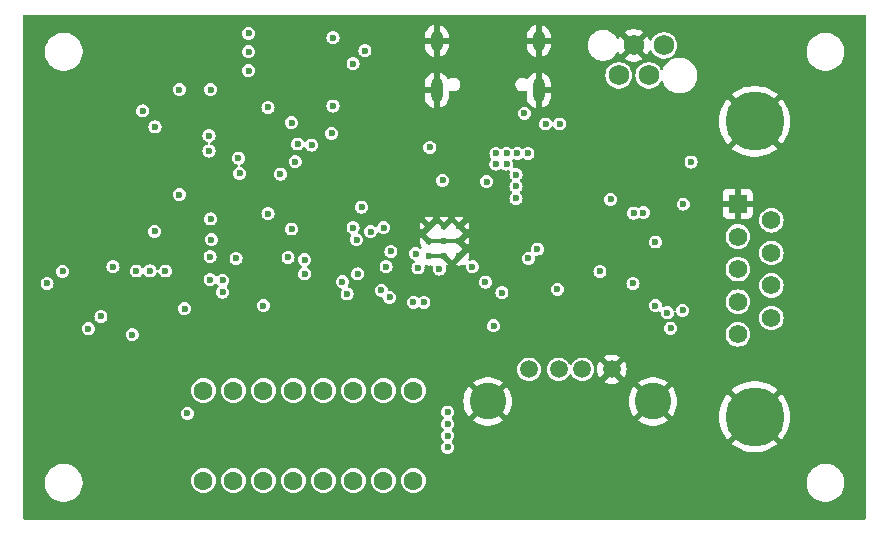
<source format=gbr>
%TF.GenerationSoftware,KiCad,Pcbnew,8.0.1*%
%TF.CreationDate,2024-03-30T20:31:03-07:00*%
%TF.ProjectId,babelfish,62616265-6c66-4697-9368-2e6b69636164,v0.3*%
%TF.SameCoordinates,Original*%
%TF.FileFunction,Copper,L2,Inr*%
%TF.FilePolarity,Positive*%
%FSLAX46Y46*%
G04 Gerber Fmt 4.6, Leading zero omitted, Abs format (unit mm)*
G04 Created by KiCad (PCBNEW 8.0.1) date 2024-03-30 20:31:03*
%MOMM*%
%LPD*%
G01*
G04 APERTURE LIST*
%TA.AperFunction,ComponentPad*%
%ADD10O,1.000000X2.100000*%
%TD*%
%TA.AperFunction,ComponentPad*%
%ADD11O,1.000000X1.800000*%
%TD*%
%TA.AperFunction,ComponentPad*%
%ADD12C,1.750000*%
%TD*%
%TA.AperFunction,ComponentPad*%
%ADD13C,1.600000*%
%TD*%
%TA.AperFunction,ComponentPad*%
%ADD14C,0.600000*%
%TD*%
%TA.AperFunction,ComponentPad*%
%ADD15C,1.500000*%
%TD*%
%TA.AperFunction,ComponentPad*%
%ADD16C,3.100000*%
%TD*%
%TA.AperFunction,ComponentPad*%
%ADD17R,1.574803X1.574803*%
%TD*%
%TA.AperFunction,ComponentPad*%
%ADD18C,1.574803*%
%TD*%
%TA.AperFunction,ComponentPad*%
%ADD19C,5.000000*%
%TD*%
%TA.AperFunction,ViaPad*%
%ADD20C,0.600000*%
%TD*%
%TA.AperFunction,Conductor*%
%ADD21C,0.300000*%
%TD*%
G04 APERTURE END LIST*
D10*
%TO.N,GND*%
%TO.C,U3*%
X37625500Y10230914D03*
X28985419Y10230914D03*
D11*
X28985419Y14411000D03*
X37625500Y14411000D03*
%TD*%
D12*
%TO.N,+3V3*%
%TO.C,J2*%
X48210000Y14040000D03*
%TO.N,/SWD*%
X46940000Y11500000D03*
%TO.N,GND*%
X45670000Y14040000D03*
%TO.N,/SWCLK*%
X44400000Y11500000D03*
%TD*%
D13*
%TO.N,/TX_A_SHIFTER_OUT*%
%TO.C,DIP1*%
X9234601Y-22798217D03*
%TO.N,/TX_A_MAX_OUT*%
X11774606Y-22798217D03*
%TO.N,/RX_A_SHIFTER_OUT*%
X14314611Y-22798217D03*
%TO.N,/RX_A_MAX_OUT*%
X16854616Y-22798217D03*
%TO.N,/TX_B_SHIFTER_OUT*%
X19394622Y-22798217D03*
%TO.N,/TX_B_MAX_OUT*%
X21934627Y-22798217D03*
%TO.N,/RX_B_SHIFTER_OUT*%
X24474632Y-22798217D03*
%TO.N,/RX_B_MAX_OUT*%
X27014637Y-22798217D03*
%TO.N,/RX_B_CONN*%
X27014637Y-15178201D03*
X24474632Y-15178201D03*
%TO.N,/TX_B_CONN*%
X21934627Y-15178201D03*
X19394622Y-15178201D03*
%TO.N,/RX_A_CONN*%
X16854616Y-15178201D03*
X14314611Y-15178201D03*
%TO.N,/TX_A_CONN*%
X11774606Y-15178201D03*
X9234601Y-15178201D03*
%TD*%
D14*
%TO.N,GND*%
%TO.C,U1*%
X28350500Y-1251500D03*
X28350500Y-2526500D03*
X28350500Y-3801500D03*
X29625500Y-1251500D03*
X29625500Y-2526500D03*
X29625500Y-3801500D03*
X30900500Y-1251500D03*
X30900500Y-2526500D03*
X30900500Y-3801500D03*
%TD*%
D15*
%TO.N,/VBUS_OUT*%
%TO.C,J4*%
X36800000Y-13390000D03*
%TO.N,/USB2_D-*%
X39300000Y-13390000D03*
%TO.N,/USB2_D+*%
X41300000Y-13390000D03*
%TO.N,GND*%
X43800000Y-13390000D03*
D16*
X33300000Y-16100000D03*
X47300000Y-16100000D03*
%TD*%
D17*
%TO.N,GND*%
%TO.C,J3*%
X54480137Y619812D03*
D18*
%TO.N,/TX_A_CONN*%
X54480137Y-2140157D03*
%TO.N,/TX_B_CONN*%
X54480137Y-4900127D03*
%TO.N,/GPIO14*%
X54480137Y-7660097D03*
%TO.N,/GPIO15*%
X54480137Y-10420066D03*
%TO.N,/VCC_5V*%
X57320117Y-760173D03*
%TO.N,/RX_A_CONN*%
X57320117Y-3520142D03*
%TO.N,/RX_B_CONN*%
X57320117Y-6280112D03*
%TO.N,+3V3*%
X57320117Y-9040081D03*
D19*
%TO.N,GND*%
X55900000Y7600000D03*
X55900000Y-17400000D03*
%TD*%
D20*
%TO.N,+1V1*%
X28400000Y5400000D03*
X33200000Y2500000D03*
%TO.N,GND*%
X39400000Y5200000D03*
X41200000Y5200000D03*
X8800000Y-7300000D03*
X45850000Y5150000D03*
X4550000Y-15300000D03*
X39400000Y6100000D03*
X32800000Y-9700000D03*
X6200000Y2500000D03*
X46300000Y-8600000D03*
X14800000Y15900000D03*
X20100000Y1800000D03*
X23300000Y-3900000D03*
X41200000Y2500000D03*
X36500000Y-3200000D03*
X40300000Y3400000D03*
X40300000Y2500000D03*
X47000000Y-3900000D03*
X50500000Y2200000D03*
X-2500000Y-8800000D03*
X-2700000Y-9800000D03*
X45100000Y4850000D03*
X16700000Y-2500000D03*
X47000000Y700000D03*
X40300000Y6100000D03*
X40300000Y5200000D03*
X35500000Y-1600000D03*
X37550000Y-11400000D03*
X4300000Y12700000D03*
X28500000Y-7075500D03*
X28900000Y8000000D03*
X42100000Y4300000D03*
X35400000Y6850000D03*
X42100000Y5200000D03*
X34450000Y3050000D03*
X46900000Y-1600000D03*
X32825000Y4100000D03*
X34500000Y-1600000D03*
X22600000Y1600000D03*
X40300000Y4300000D03*
X31025000Y7225000D03*
X30100000Y5375000D03*
X29300000Y5400000D03*
X7600000Y7900000D03*
X42100000Y2500000D03*
X-1420015Y-8600000D03*
X26100000Y1000000D03*
X43000000Y-11400000D03*
X41200000Y6100000D03*
X41200000Y4300000D03*
X41200000Y3400000D03*
X4300000Y14300000D03*
X24700000Y5100000D03*
X7700000Y-1100000D03*
X14900000Y9900000D03*
X46700000Y-11800000D03*
X42100000Y6100000D03*
X42100000Y3400000D03*
X16700000Y6500000D03*
%TO.N,VBUS*%
X45650000Y-150000D03*
X50519949Y4170000D03*
X36400000Y8300000D03*
X46474975Y-124975D03*
%TO.N,+3V3*%
X36700000Y4900000D03*
X34000000Y4900000D03*
X14700000Y-200000D03*
X5100000Y-1700000D03*
X33800000Y-9700000D03*
X35700000Y1100000D03*
X34900000Y4000000D03*
X34000000Y4000000D03*
X35700000Y2100000D03*
X25100000Y-3400000D03*
X34900000Y4900000D03*
X21900000Y12500000D03*
X5130000Y7146200D03*
X47500000Y-8000000D03*
X29475500Y2611000D03*
X29200000Y-4900000D03*
X22625500Y361000D03*
X-2700000Y-5100000D03*
X35800000Y4900000D03*
X-4000000Y-6100000D03*
X35700000Y3100000D03*
X14700000Y8800000D03*
X49850000Y600000D03*
X20077600Y6586000D03*
%TO.N,/~{USB_BOOT}*%
X20200000Y14700000D03*
X20200000Y8900000D03*
%TO.N,/GPIO15*%
X27900000Y-7700000D03*
X48800000Y-9900000D03*
%TO.N,/5V0*%
X16700000Y-1500000D03*
X16700000Y7500000D03*
X7200000Y1400000D03*
X42800000Y-5100000D03*
X43700000Y1000000D03*
X7200000Y10300000D03*
%TO.N,/RUN*%
X22900000Y13600000D03*
X34500000Y-6900000D03*
%TO.N,/SWD*%
X33100000Y-6000000D03*
X39400000Y7400000D03*
%TO.N,/SWCLK*%
X32000000Y-4700000D03*
X38200000Y7400000D03*
%TO.N,/GPIO14*%
X27000000Y-7700000D03*
X49800000Y-8400000D03*
%TO.N,/LED_PWR*%
X17000000Y4200000D03*
X22200000Y-2400000D03*
X18400000Y5600000D03*
X13050000Y15050000D03*
%TO.N,/LED_P_OK*%
X13050000Y13500000D03*
X27200000Y-3600000D03*
%TO.N,/LED_AUX*%
X27400000Y-4800000D03*
X13050000Y11900000D03*
%TO.N,/TX_A_CONN*%
X17800000Y-5300000D03*
X14300000Y-8000000D03*
X17800000Y-4100000D03*
X15750000Y3150000D03*
X29900000Y-20000000D03*
%TO.N,/RX_A_CONN*%
X7878768Y-17121232D03*
X29900000Y-19000000D03*
%TO.N,/RX_B_CONN*%
X10850000Y-5850000D03*
X29900000Y-17000000D03*
%TO.N,/TX_B_CONN*%
X29900000Y-18000000D03*
X10850000Y-6850000D03*
%TO.N,/STAT_5V0*%
X47500000Y-2600000D03*
X37500000Y-3200000D03*
%TO.N,/TX_A*%
X12300000Y3200000D03*
%TO.N,/RX_A*%
X21900000Y-1400000D03*
%TO.N,/TX_B*%
X21400000Y-7000000D03*
%TO.N,/RX_B*%
X24700000Y-4700000D03*
X9800000Y-5800000D03*
%TO.N,/TX_A_MAX*%
X4700000Y-5050000D03*
X12200000Y4500000D03*
%TO.N,/CH_A_S0*%
X24500000Y-1400000D03*
X17200000Y5700000D03*
%TO.N,/CH_A_S1*%
X9700000Y6400000D03*
X23400000Y-1724500D03*
%TO.N,/RX_A_MAX*%
X3550000Y-5050000D03*
X9700000Y5100000D03*
%TO.N,/CH_B_S0*%
X24300000Y-6700000D03*
X22300000Y-5300000D03*
%TO.N,/CH_B_S1*%
X25000000Y-7300000D03*
X9900000Y-2400000D03*
X21000077Y-5972935D03*
X16400000Y-3900000D03*
%TO.N,/TX_B_MAX*%
X6000000Y-5050000D03*
X12000000Y-4000000D03*
%TO.N,/USB2_FLG*%
X36750000Y-4000000D03*
X48500000Y-8600000D03*
%TO.N,/USB2_EN*%
X45600000Y-6100000D03*
X39200000Y-6600000D03*
%TO.N,/RX_B_MAX*%
X7650000Y-8250000D03*
X9800000Y-3850000D03*
%TO.N,/TX_A_SHIFTER_OUT*%
X9850000Y10300000D03*
%TO.N,/TX_A_MAX_OUT*%
X3200000Y-10450000D03*
%TO.N,/RX_A_SHIFTER_OUT*%
X4100000Y8500000D03*
%TO.N,/RX_A_MAX_OUT*%
X550000Y-8900000D03*
X-500000Y-9950000D03*
%TO.N,/TX_B_SHIFTER_OUT*%
X9850000Y-650000D03*
%TO.N,/RX_B_SHIFTER_OUT*%
X1575500Y-4700000D03*
%TD*%
D21*
%TO.N,GND*%
X28350500Y-2526500D02*
X30900500Y-2526500D01*
X28350500Y-3801500D02*
X29625500Y-3801500D01*
%TD*%
%TA.AperFunction,Conductor*%
%TO.N,GND*%
G36*
X65292539Y16629815D02*
G01*
X65338294Y16577011D01*
X65349500Y16525500D01*
X65349500Y-25975500D01*
X65329815Y-26042539D01*
X65277011Y-26088294D01*
X65225500Y-26099500D01*
X-5925500Y-26099500D01*
X-5992539Y-26079815D01*
X-6038294Y-26027011D01*
X-6049500Y-25975500D01*
X-6049500Y-23125962D01*
X-4200500Y-23125962D01*
X-4188429Y-23202173D01*
X-4161090Y-23374785D01*
X-4083240Y-23614383D01*
X-4051894Y-23675902D01*
X-3971585Y-23833517D01*
X-3968868Y-23838848D01*
X-3820799Y-24042649D01*
X-3820795Y-24042654D01*
X-3642655Y-24220794D01*
X-3642650Y-24220798D01*
X-3464883Y-24349952D01*
X-3438845Y-24368870D01*
X-3295816Y-24441747D01*
X-3214384Y-24483239D01*
X-3214382Y-24483239D01*
X-3214379Y-24483241D01*
X-2974785Y-24561090D01*
X-2725962Y-24600500D01*
X-2725961Y-24600500D01*
X-2474039Y-24600500D01*
X-2474038Y-24600500D01*
X-2225215Y-24561090D01*
X-1985621Y-24483241D01*
X-1761155Y-24368870D01*
X-1557344Y-24220793D01*
X-1379207Y-24042656D01*
X-1231130Y-23838845D01*
X-1116759Y-23614379D01*
X-1038910Y-23374785D01*
X-999500Y-23125962D01*
X-999500Y-22874038D01*
X-1011509Y-22798217D01*
X8179018Y-22798217D01*
X8199300Y-23004149D01*
X8199301Y-23004151D01*
X8259369Y-23202171D01*
X8356916Y-23384667D01*
X8356918Y-23384669D01*
X8488190Y-23544627D01*
X8573189Y-23614383D01*
X8648151Y-23675902D01*
X8830647Y-23773449D01*
X9028667Y-23833517D01*
X9028666Y-23833517D01*
X9047130Y-23835335D01*
X9234601Y-23853800D01*
X9440535Y-23833517D01*
X9638555Y-23773449D01*
X9821051Y-23675902D01*
X9981011Y-23544627D01*
X10112286Y-23384667D01*
X10209833Y-23202171D01*
X10269901Y-23004151D01*
X10290184Y-22798217D01*
X10719023Y-22798217D01*
X10739305Y-23004149D01*
X10739306Y-23004151D01*
X10799374Y-23202171D01*
X10896921Y-23384667D01*
X10896923Y-23384669D01*
X11028195Y-23544627D01*
X11113194Y-23614383D01*
X11188156Y-23675902D01*
X11370652Y-23773449D01*
X11568672Y-23833517D01*
X11568671Y-23833517D01*
X11587135Y-23835335D01*
X11774606Y-23853800D01*
X11980540Y-23833517D01*
X12178560Y-23773449D01*
X12361056Y-23675902D01*
X12521016Y-23544627D01*
X12652291Y-23384667D01*
X12749838Y-23202171D01*
X12809906Y-23004151D01*
X12830189Y-22798217D01*
X13259028Y-22798217D01*
X13279310Y-23004149D01*
X13279311Y-23004151D01*
X13339379Y-23202171D01*
X13436926Y-23384667D01*
X13436928Y-23384669D01*
X13568200Y-23544627D01*
X13653199Y-23614383D01*
X13728161Y-23675902D01*
X13910657Y-23773449D01*
X14108677Y-23833517D01*
X14108676Y-23833517D01*
X14127140Y-23835335D01*
X14314611Y-23853800D01*
X14520545Y-23833517D01*
X14718565Y-23773449D01*
X14901061Y-23675902D01*
X15061021Y-23544627D01*
X15192296Y-23384667D01*
X15289843Y-23202171D01*
X15349911Y-23004151D01*
X15370194Y-22798217D01*
X15799033Y-22798217D01*
X15819315Y-23004149D01*
X15819316Y-23004151D01*
X15879384Y-23202171D01*
X15976931Y-23384667D01*
X15976933Y-23384669D01*
X16108205Y-23544627D01*
X16193204Y-23614383D01*
X16268166Y-23675902D01*
X16450662Y-23773449D01*
X16648682Y-23833517D01*
X16648681Y-23833517D01*
X16667145Y-23835335D01*
X16854616Y-23853800D01*
X17060550Y-23833517D01*
X17258570Y-23773449D01*
X17441066Y-23675902D01*
X17601026Y-23544627D01*
X17732301Y-23384667D01*
X17829848Y-23202171D01*
X17889916Y-23004151D01*
X17910199Y-22798217D01*
X18339039Y-22798217D01*
X18359321Y-23004149D01*
X18359322Y-23004151D01*
X18419390Y-23202171D01*
X18516937Y-23384667D01*
X18516939Y-23384669D01*
X18648211Y-23544627D01*
X18733210Y-23614383D01*
X18808172Y-23675902D01*
X18990668Y-23773449D01*
X19188688Y-23833517D01*
X19188687Y-23833517D01*
X19207151Y-23835335D01*
X19394622Y-23853800D01*
X19600556Y-23833517D01*
X19798576Y-23773449D01*
X19981072Y-23675902D01*
X20141032Y-23544627D01*
X20272307Y-23384667D01*
X20369854Y-23202171D01*
X20429922Y-23004151D01*
X20450205Y-22798217D01*
X20879044Y-22798217D01*
X20899326Y-23004149D01*
X20899327Y-23004151D01*
X20959395Y-23202171D01*
X21056942Y-23384667D01*
X21056944Y-23384669D01*
X21188216Y-23544627D01*
X21273215Y-23614383D01*
X21348177Y-23675902D01*
X21530673Y-23773449D01*
X21728693Y-23833517D01*
X21728692Y-23833517D01*
X21747156Y-23835335D01*
X21934627Y-23853800D01*
X22140561Y-23833517D01*
X22338581Y-23773449D01*
X22521077Y-23675902D01*
X22681037Y-23544627D01*
X22812312Y-23384667D01*
X22909859Y-23202171D01*
X22969927Y-23004151D01*
X22990210Y-22798217D01*
X23419049Y-22798217D01*
X23439331Y-23004149D01*
X23439332Y-23004151D01*
X23499400Y-23202171D01*
X23596947Y-23384667D01*
X23596949Y-23384669D01*
X23728221Y-23544627D01*
X23813220Y-23614383D01*
X23888182Y-23675902D01*
X24070678Y-23773449D01*
X24268698Y-23833517D01*
X24268697Y-23833517D01*
X24287161Y-23835335D01*
X24474632Y-23853800D01*
X24680566Y-23833517D01*
X24878586Y-23773449D01*
X25061082Y-23675902D01*
X25221042Y-23544627D01*
X25352317Y-23384667D01*
X25449864Y-23202171D01*
X25509932Y-23004151D01*
X25530215Y-22798217D01*
X25959054Y-22798217D01*
X25979336Y-23004149D01*
X25979337Y-23004151D01*
X26039405Y-23202171D01*
X26136952Y-23384667D01*
X26136954Y-23384669D01*
X26268226Y-23544627D01*
X26353225Y-23614383D01*
X26428187Y-23675902D01*
X26610683Y-23773449D01*
X26808703Y-23833517D01*
X26808702Y-23833517D01*
X26827166Y-23835335D01*
X27014637Y-23853800D01*
X27220571Y-23833517D01*
X27418591Y-23773449D01*
X27601087Y-23675902D01*
X27761047Y-23544627D01*
X27892322Y-23384667D01*
X27989869Y-23202171D01*
X28012986Y-23125962D01*
X60299500Y-23125962D01*
X60311571Y-23202173D01*
X60338910Y-23374785D01*
X60416760Y-23614383D01*
X60448106Y-23675902D01*
X60528415Y-23833517D01*
X60531132Y-23838848D01*
X60679201Y-24042649D01*
X60679205Y-24042654D01*
X60857345Y-24220794D01*
X60857350Y-24220798D01*
X61035117Y-24349952D01*
X61061155Y-24368870D01*
X61204184Y-24441747D01*
X61285616Y-24483239D01*
X61285618Y-24483239D01*
X61285621Y-24483241D01*
X61525215Y-24561090D01*
X61774038Y-24600500D01*
X61774039Y-24600500D01*
X62025961Y-24600500D01*
X62025962Y-24600500D01*
X62274785Y-24561090D01*
X62514379Y-24483241D01*
X62738845Y-24368870D01*
X62942656Y-24220793D01*
X63120793Y-24042656D01*
X63268870Y-23838845D01*
X63383241Y-23614379D01*
X63461090Y-23374785D01*
X63500500Y-23125962D01*
X63500500Y-22874038D01*
X63461090Y-22625215D01*
X63383241Y-22385621D01*
X63383239Y-22385618D01*
X63383239Y-22385616D01*
X63341747Y-22304184D01*
X63268870Y-22161155D01*
X63249952Y-22135117D01*
X63120798Y-21957350D01*
X63120794Y-21957345D01*
X62942654Y-21779205D01*
X62942649Y-21779201D01*
X62738848Y-21631132D01*
X62738847Y-21631131D01*
X62738845Y-21631130D01*
X62668747Y-21595413D01*
X62514383Y-21516760D01*
X62274785Y-21438910D01*
X62025962Y-21399500D01*
X61774038Y-21399500D01*
X61649626Y-21419205D01*
X61525214Y-21438910D01*
X61285616Y-21516760D01*
X61061151Y-21631132D01*
X60857350Y-21779201D01*
X60857345Y-21779205D01*
X60679205Y-21957345D01*
X60679201Y-21957350D01*
X60531132Y-22161151D01*
X60416760Y-22385616D01*
X60349610Y-22592283D01*
X60338910Y-22625215D01*
X60299500Y-22874038D01*
X60299500Y-23125962D01*
X28012986Y-23125962D01*
X28049937Y-23004151D01*
X28070220Y-22798217D01*
X28049937Y-22592283D01*
X27989869Y-22394263D01*
X27892322Y-22211767D01*
X27840339Y-22148426D01*
X27761047Y-22051806D01*
X27601089Y-21920534D01*
X27601090Y-21920534D01*
X27601087Y-21920532D01*
X27418591Y-21822985D01*
X27220571Y-21762917D01*
X27220569Y-21762916D01*
X27220571Y-21762916D01*
X27014637Y-21742634D01*
X26808704Y-21762916D01*
X26610680Y-21822986D01*
X26500535Y-21881860D01*
X26428187Y-21920532D01*
X26428185Y-21920533D01*
X26428184Y-21920534D01*
X26268226Y-22051806D01*
X26136954Y-22211764D01*
X26039406Y-22394260D01*
X25979336Y-22592284D01*
X25959054Y-22798217D01*
X25530215Y-22798217D01*
X25509932Y-22592283D01*
X25449864Y-22394263D01*
X25352317Y-22211767D01*
X25300334Y-22148426D01*
X25221042Y-22051806D01*
X25061084Y-21920534D01*
X25061085Y-21920534D01*
X25061082Y-21920532D01*
X24878586Y-21822985D01*
X24680566Y-21762917D01*
X24680564Y-21762916D01*
X24680566Y-21762916D01*
X24474632Y-21742634D01*
X24268699Y-21762916D01*
X24070675Y-21822986D01*
X23960530Y-21881860D01*
X23888182Y-21920532D01*
X23888180Y-21920533D01*
X23888179Y-21920534D01*
X23728221Y-22051806D01*
X23596949Y-22211764D01*
X23499401Y-22394260D01*
X23439331Y-22592284D01*
X23419049Y-22798217D01*
X22990210Y-22798217D01*
X22969927Y-22592283D01*
X22909859Y-22394263D01*
X22812312Y-22211767D01*
X22760329Y-22148426D01*
X22681037Y-22051806D01*
X22521079Y-21920534D01*
X22521080Y-21920534D01*
X22521077Y-21920532D01*
X22338581Y-21822985D01*
X22140561Y-21762917D01*
X22140559Y-21762916D01*
X22140561Y-21762916D01*
X21934627Y-21742634D01*
X21728694Y-21762916D01*
X21530670Y-21822986D01*
X21420525Y-21881860D01*
X21348177Y-21920532D01*
X21348175Y-21920533D01*
X21348174Y-21920534D01*
X21188216Y-22051806D01*
X21056944Y-22211764D01*
X20959396Y-22394260D01*
X20899326Y-22592284D01*
X20879044Y-22798217D01*
X20450205Y-22798217D01*
X20429922Y-22592283D01*
X20369854Y-22394263D01*
X20272307Y-22211767D01*
X20220324Y-22148426D01*
X20141032Y-22051806D01*
X19981074Y-21920534D01*
X19981075Y-21920534D01*
X19981072Y-21920532D01*
X19798576Y-21822985D01*
X19600556Y-21762917D01*
X19600554Y-21762916D01*
X19600556Y-21762916D01*
X19394622Y-21742634D01*
X19188689Y-21762916D01*
X18990665Y-21822986D01*
X18880520Y-21881860D01*
X18808172Y-21920532D01*
X18808170Y-21920533D01*
X18808169Y-21920534D01*
X18648211Y-22051806D01*
X18516939Y-22211764D01*
X18419391Y-22394260D01*
X18359321Y-22592284D01*
X18339039Y-22798217D01*
X17910199Y-22798217D01*
X17889916Y-22592283D01*
X17829848Y-22394263D01*
X17732301Y-22211767D01*
X17680318Y-22148426D01*
X17601026Y-22051806D01*
X17441068Y-21920534D01*
X17441069Y-21920534D01*
X17441066Y-21920532D01*
X17258570Y-21822985D01*
X17060550Y-21762917D01*
X17060548Y-21762916D01*
X17060550Y-21762916D01*
X16854616Y-21742634D01*
X16648683Y-21762916D01*
X16450659Y-21822986D01*
X16340514Y-21881860D01*
X16268166Y-21920532D01*
X16268164Y-21920533D01*
X16268163Y-21920534D01*
X16108205Y-22051806D01*
X15976933Y-22211764D01*
X15879385Y-22394260D01*
X15819315Y-22592284D01*
X15799033Y-22798217D01*
X15370194Y-22798217D01*
X15349911Y-22592283D01*
X15289843Y-22394263D01*
X15192296Y-22211767D01*
X15140313Y-22148426D01*
X15061021Y-22051806D01*
X14901063Y-21920534D01*
X14901064Y-21920534D01*
X14901061Y-21920532D01*
X14718565Y-21822985D01*
X14520545Y-21762917D01*
X14520543Y-21762916D01*
X14520545Y-21762916D01*
X14314611Y-21742634D01*
X14108678Y-21762916D01*
X13910654Y-21822986D01*
X13800509Y-21881860D01*
X13728161Y-21920532D01*
X13728159Y-21920533D01*
X13728158Y-21920534D01*
X13568200Y-22051806D01*
X13436928Y-22211764D01*
X13339380Y-22394260D01*
X13279310Y-22592284D01*
X13259028Y-22798217D01*
X12830189Y-22798217D01*
X12809906Y-22592283D01*
X12749838Y-22394263D01*
X12652291Y-22211767D01*
X12600308Y-22148426D01*
X12521016Y-22051806D01*
X12361058Y-21920534D01*
X12361059Y-21920534D01*
X12361056Y-21920532D01*
X12178560Y-21822985D01*
X11980540Y-21762917D01*
X11980538Y-21762916D01*
X11980540Y-21762916D01*
X11774606Y-21742634D01*
X11568673Y-21762916D01*
X11370649Y-21822986D01*
X11260504Y-21881860D01*
X11188156Y-21920532D01*
X11188154Y-21920533D01*
X11188153Y-21920534D01*
X11028195Y-22051806D01*
X10896923Y-22211764D01*
X10799375Y-22394260D01*
X10739305Y-22592284D01*
X10719023Y-22798217D01*
X10290184Y-22798217D01*
X10269901Y-22592283D01*
X10209833Y-22394263D01*
X10112286Y-22211767D01*
X10060303Y-22148426D01*
X9981011Y-22051806D01*
X9821053Y-21920534D01*
X9821054Y-21920534D01*
X9821051Y-21920532D01*
X9638555Y-21822985D01*
X9440535Y-21762917D01*
X9440533Y-21762916D01*
X9440535Y-21762916D01*
X9234601Y-21742634D01*
X9028668Y-21762916D01*
X8830644Y-21822986D01*
X8720499Y-21881860D01*
X8648151Y-21920532D01*
X8648149Y-21920533D01*
X8648148Y-21920534D01*
X8488190Y-22051806D01*
X8356918Y-22211764D01*
X8259370Y-22394260D01*
X8199300Y-22592284D01*
X8179018Y-22798217D01*
X-1011509Y-22798217D01*
X-1038910Y-22625215D01*
X-1116759Y-22385621D01*
X-1116761Y-22385618D01*
X-1116761Y-22385616D01*
X-1158253Y-22304184D01*
X-1231130Y-22161155D01*
X-1250048Y-22135117D01*
X-1379202Y-21957350D01*
X-1379206Y-21957345D01*
X-1557346Y-21779205D01*
X-1557351Y-21779201D01*
X-1761152Y-21631132D01*
X-1761153Y-21631131D01*
X-1761155Y-21631130D01*
X-1831253Y-21595413D01*
X-1985617Y-21516760D01*
X-2225215Y-21438910D01*
X-2474038Y-21399500D01*
X-2725962Y-21399500D01*
X-2850374Y-21419205D01*
X-2974786Y-21438910D01*
X-3214384Y-21516760D01*
X-3438849Y-21631132D01*
X-3642650Y-21779201D01*
X-3642655Y-21779205D01*
X-3820795Y-21957345D01*
X-3820799Y-21957350D01*
X-3968868Y-22161151D01*
X-4083240Y-22385616D01*
X-4150390Y-22592283D01*
X-4161090Y-22625215D01*
X-4200500Y-22874038D01*
X-4200500Y-23125962D01*
X-6049500Y-23125962D01*
X-6049500Y-20000000D01*
X29344750Y-20000000D01*
X29363670Y-20143708D01*
X29363671Y-20143712D01*
X29419137Y-20277622D01*
X29419138Y-20277624D01*
X29419139Y-20277625D01*
X29507379Y-20392621D01*
X29622375Y-20480861D01*
X29756291Y-20536330D01*
X29883280Y-20553048D01*
X29899999Y-20555250D01*
X29900000Y-20555250D01*
X29900001Y-20555250D01*
X29914977Y-20553278D01*
X30043709Y-20536330D01*
X30177625Y-20480861D01*
X30292621Y-20392621D01*
X30380861Y-20277625D01*
X30436330Y-20143709D01*
X30455250Y-20000000D01*
X30436330Y-19856291D01*
X30380861Y-19722375D01*
X30292621Y-19607379D01*
X30280886Y-19598374D01*
X30239685Y-19541950D01*
X30235529Y-19472204D01*
X30269740Y-19411283D01*
X30280876Y-19401632D01*
X30292621Y-19392621D01*
X30380861Y-19277625D01*
X30436330Y-19143709D01*
X30455250Y-19000000D01*
X30436330Y-18856291D01*
X30380861Y-18722375D01*
X30292621Y-18607379D01*
X30280886Y-18598374D01*
X30239685Y-18541950D01*
X30235529Y-18472204D01*
X30269740Y-18411283D01*
X30280876Y-18401632D01*
X30292621Y-18392621D01*
X30380861Y-18277625D01*
X30436330Y-18143709D01*
X30455250Y-18000000D01*
X30436330Y-17856291D01*
X30380861Y-17722375D01*
X30292621Y-17607379D01*
X30280886Y-17598374D01*
X30239685Y-17541950D01*
X30235529Y-17472204D01*
X30269740Y-17411283D01*
X30280876Y-17401632D01*
X30292621Y-17392621D01*
X30380861Y-17277625D01*
X30436330Y-17143709D01*
X30455250Y-17000000D01*
X30436330Y-16856291D01*
X30380861Y-16722375D01*
X30292621Y-16607379D01*
X30177625Y-16519139D01*
X30177624Y-16519138D01*
X30177622Y-16519137D01*
X30043712Y-16463671D01*
X30043710Y-16463670D01*
X30043709Y-16463670D01*
X29966864Y-16453553D01*
X29900001Y-16444750D01*
X29899999Y-16444750D01*
X29756291Y-16463670D01*
X29756287Y-16463671D01*
X29622377Y-16519137D01*
X29507379Y-16607379D01*
X29419137Y-16722377D01*
X29363671Y-16856287D01*
X29363670Y-16856291D01*
X29344750Y-16999999D01*
X29344750Y-17000000D01*
X29363670Y-17143708D01*
X29363671Y-17143712D01*
X29419137Y-17277622D01*
X29419138Y-17277624D01*
X29419139Y-17277625D01*
X29507379Y-17392621D01*
X29515502Y-17398854D01*
X29519113Y-17401625D01*
X29560316Y-17458053D01*
X29564470Y-17527799D01*
X29530257Y-17588719D01*
X29519113Y-17598375D01*
X29507381Y-17607377D01*
X29419137Y-17722377D01*
X29363671Y-17856287D01*
X29363670Y-17856291D01*
X29344750Y-18000000D01*
X29359470Y-18111811D01*
X29363670Y-18143708D01*
X29363671Y-18143712D01*
X29419137Y-18277622D01*
X29419138Y-18277624D01*
X29419139Y-18277625D01*
X29507379Y-18392621D01*
X29516711Y-18399782D01*
X29519113Y-18401625D01*
X29560316Y-18458053D01*
X29564470Y-18527799D01*
X29530257Y-18588719D01*
X29519113Y-18598375D01*
X29507381Y-18607377D01*
X29507380Y-18607378D01*
X29507379Y-18607379D01*
X29463259Y-18664877D01*
X29419137Y-18722377D01*
X29363671Y-18856287D01*
X29363670Y-18856291D01*
X29344750Y-18999999D01*
X29344750Y-19000000D01*
X29363670Y-19143708D01*
X29363671Y-19143712D01*
X29419137Y-19277622D01*
X29419138Y-19277624D01*
X29419139Y-19277625D01*
X29507379Y-19392621D01*
X29516711Y-19399782D01*
X29519113Y-19401625D01*
X29560316Y-19458053D01*
X29564470Y-19527799D01*
X29530257Y-19588719D01*
X29519113Y-19598375D01*
X29507381Y-19607377D01*
X29419137Y-19722377D01*
X29363671Y-19856287D01*
X29363670Y-19856291D01*
X29344750Y-19999999D01*
X29344750Y-20000000D01*
X-6049500Y-20000000D01*
X-6049500Y-17121232D01*
X7323518Y-17121232D01*
X7342438Y-17264940D01*
X7342439Y-17264944D01*
X7397905Y-17398854D01*
X7397906Y-17398856D01*
X7397907Y-17398857D01*
X7486147Y-17513853D01*
X7601143Y-17602093D01*
X7601144Y-17602093D01*
X7601145Y-17602094D01*
X7645781Y-17620582D01*
X7735059Y-17657562D01*
X7862048Y-17674280D01*
X7878767Y-17676482D01*
X7878768Y-17676482D01*
X7878769Y-17676482D01*
X7893745Y-17674510D01*
X8022477Y-17657562D01*
X8156393Y-17602093D01*
X8271389Y-17513853D01*
X8359629Y-17398857D01*
X8415098Y-17264941D01*
X8434018Y-17121232D01*
X8415098Y-16977523D01*
X8359629Y-16843607D01*
X8271389Y-16728611D01*
X8156393Y-16640371D01*
X8156392Y-16640370D01*
X8156390Y-16640369D01*
X8022480Y-16584903D01*
X8022478Y-16584902D01*
X8022477Y-16584902D01*
X7950622Y-16575442D01*
X7878769Y-16565982D01*
X7878767Y-16565982D01*
X7735059Y-16584902D01*
X7735055Y-16584903D01*
X7601145Y-16640369D01*
X7486147Y-16728611D01*
X7397905Y-16843609D01*
X7342439Y-16977519D01*
X7342438Y-16977523D01*
X7323518Y-17121231D01*
X7323518Y-17121232D01*
X-6049500Y-17121232D01*
X-6049500Y-15178201D01*
X8179018Y-15178201D01*
X8199300Y-15384133D01*
X8199301Y-15384135D01*
X8259369Y-15582155D01*
X8356916Y-15764651D01*
X8356918Y-15764653D01*
X8488190Y-15924611D01*
X8575891Y-15996584D01*
X8648151Y-16055886D01*
X8830647Y-16153433D01*
X9028667Y-16213501D01*
X9028666Y-16213501D01*
X9047130Y-16215319D01*
X9234601Y-16233784D01*
X9440535Y-16213501D01*
X9638555Y-16153433D01*
X9821051Y-16055886D01*
X9981011Y-15924611D01*
X10112286Y-15764651D01*
X10209833Y-15582155D01*
X10269901Y-15384135D01*
X10290184Y-15178201D01*
X10719023Y-15178201D01*
X10739305Y-15384133D01*
X10739306Y-15384135D01*
X10799374Y-15582155D01*
X10896921Y-15764651D01*
X10896923Y-15764653D01*
X11028195Y-15924611D01*
X11115896Y-15996584D01*
X11188156Y-16055886D01*
X11370652Y-16153433D01*
X11568672Y-16213501D01*
X11568671Y-16213501D01*
X11587135Y-16215319D01*
X11774606Y-16233784D01*
X11980540Y-16213501D01*
X12178560Y-16153433D01*
X12361056Y-16055886D01*
X12521016Y-15924611D01*
X12652291Y-15764651D01*
X12749838Y-15582155D01*
X12809906Y-15384135D01*
X12830189Y-15178201D01*
X13259028Y-15178201D01*
X13279310Y-15384133D01*
X13279311Y-15384135D01*
X13339379Y-15582155D01*
X13436926Y-15764651D01*
X13436928Y-15764653D01*
X13568200Y-15924611D01*
X13655901Y-15996584D01*
X13728161Y-16055886D01*
X13910657Y-16153433D01*
X14108677Y-16213501D01*
X14108676Y-16213501D01*
X14127140Y-16215319D01*
X14314611Y-16233784D01*
X14520545Y-16213501D01*
X14718565Y-16153433D01*
X14901061Y-16055886D01*
X15061021Y-15924611D01*
X15192296Y-15764651D01*
X15289843Y-15582155D01*
X15349911Y-15384135D01*
X15370194Y-15178201D01*
X15799033Y-15178201D01*
X15819315Y-15384133D01*
X15819316Y-15384135D01*
X15879384Y-15582155D01*
X15976931Y-15764651D01*
X15976933Y-15764653D01*
X16108205Y-15924611D01*
X16195906Y-15996584D01*
X16268166Y-16055886D01*
X16450662Y-16153433D01*
X16648682Y-16213501D01*
X16648681Y-16213501D01*
X16667145Y-16215319D01*
X16854616Y-16233784D01*
X17060550Y-16213501D01*
X17258570Y-16153433D01*
X17441066Y-16055886D01*
X17601026Y-15924611D01*
X17732301Y-15764651D01*
X17829848Y-15582155D01*
X17889916Y-15384135D01*
X17910199Y-15178201D01*
X18339039Y-15178201D01*
X18359321Y-15384133D01*
X18359322Y-15384135D01*
X18419390Y-15582155D01*
X18516937Y-15764651D01*
X18516939Y-15764653D01*
X18648211Y-15924611D01*
X18735912Y-15996584D01*
X18808172Y-16055886D01*
X18990668Y-16153433D01*
X19188688Y-16213501D01*
X19188687Y-16213501D01*
X19207151Y-16215319D01*
X19394622Y-16233784D01*
X19600556Y-16213501D01*
X19798576Y-16153433D01*
X19981072Y-16055886D01*
X20141032Y-15924611D01*
X20272307Y-15764651D01*
X20369854Y-15582155D01*
X20429922Y-15384135D01*
X20450205Y-15178201D01*
X20879044Y-15178201D01*
X20899326Y-15384133D01*
X20899327Y-15384135D01*
X20959395Y-15582155D01*
X21056942Y-15764651D01*
X21056944Y-15764653D01*
X21188216Y-15924611D01*
X21275917Y-15996584D01*
X21348177Y-16055886D01*
X21530673Y-16153433D01*
X21728693Y-16213501D01*
X21728692Y-16213501D01*
X21747156Y-16215319D01*
X21934627Y-16233784D01*
X22140561Y-16213501D01*
X22338581Y-16153433D01*
X22521077Y-16055886D01*
X22681037Y-15924611D01*
X22812312Y-15764651D01*
X22909859Y-15582155D01*
X22969927Y-15384135D01*
X22990210Y-15178201D01*
X23419049Y-15178201D01*
X23439331Y-15384133D01*
X23439332Y-15384135D01*
X23499400Y-15582155D01*
X23596947Y-15764651D01*
X23596949Y-15764653D01*
X23728221Y-15924611D01*
X23815922Y-15996584D01*
X23888182Y-16055886D01*
X24070678Y-16153433D01*
X24268698Y-16213501D01*
X24268697Y-16213501D01*
X24287161Y-16215319D01*
X24474632Y-16233784D01*
X24680566Y-16213501D01*
X24878586Y-16153433D01*
X25061082Y-16055886D01*
X25221042Y-15924611D01*
X25352317Y-15764651D01*
X25449864Y-15582155D01*
X25509932Y-15384135D01*
X25530215Y-15178201D01*
X25959054Y-15178201D01*
X25979336Y-15384133D01*
X25979337Y-15384135D01*
X26039405Y-15582155D01*
X26136952Y-15764651D01*
X26136954Y-15764653D01*
X26268226Y-15924611D01*
X26355927Y-15996584D01*
X26428187Y-16055886D01*
X26610683Y-16153433D01*
X26808703Y-16213501D01*
X26808702Y-16213501D01*
X26827166Y-16215319D01*
X27014637Y-16233784D01*
X27220571Y-16213501D01*
X27418591Y-16153433D01*
X27518556Y-16100000D01*
X31245210Y-16100000D01*
X31264347Y-16379794D01*
X31264348Y-16379796D01*
X31321403Y-16654364D01*
X31321408Y-16654381D01*
X31415319Y-16918622D01*
X31415320Y-16918624D01*
X31544348Y-17167637D01*
X31544352Y-17167643D01*
X31682745Y-17363701D01*
X32401378Y-16645068D01*
X32484411Y-16769336D01*
X32630664Y-16915589D01*
X32754931Y-16998621D01*
X32037741Y-17715811D01*
X32115035Y-17778696D01*
X32115049Y-17778706D01*
X32354664Y-17924419D01*
X32354668Y-17924421D01*
X32611888Y-18036146D01*
X32881935Y-18111810D01*
X32881941Y-18111811D01*
X33159775Y-18150000D01*
X33440225Y-18150000D01*
X33718058Y-18111811D01*
X33718064Y-18111810D01*
X33988111Y-18036146D01*
X34245331Y-17924421D01*
X34245335Y-17924419D01*
X34484950Y-17778706D01*
X34484964Y-17778696D01*
X34562258Y-17715811D01*
X33845068Y-16998621D01*
X33969336Y-16915589D01*
X34115589Y-16769336D01*
X34198621Y-16645068D01*
X34917253Y-17363700D01*
X35055651Y-17167636D01*
X35184679Y-16918624D01*
X35184680Y-16918622D01*
X35278591Y-16654381D01*
X35278596Y-16654364D01*
X35335651Y-16379796D01*
X35335652Y-16379794D01*
X35354789Y-16100000D01*
X45245210Y-16100000D01*
X45264347Y-16379794D01*
X45264348Y-16379796D01*
X45321403Y-16654364D01*
X45321408Y-16654381D01*
X45415319Y-16918622D01*
X45415320Y-16918624D01*
X45544348Y-17167637D01*
X45544352Y-17167643D01*
X45682745Y-17363701D01*
X46401378Y-16645068D01*
X46484411Y-16769336D01*
X46630664Y-16915589D01*
X46754931Y-16998621D01*
X46037741Y-17715811D01*
X46115035Y-17778696D01*
X46115049Y-17778706D01*
X46354664Y-17924419D01*
X46354668Y-17924421D01*
X46611888Y-18036146D01*
X46881935Y-18111810D01*
X46881941Y-18111811D01*
X47159775Y-18150000D01*
X47440225Y-18150000D01*
X47718058Y-18111811D01*
X47718064Y-18111810D01*
X47988111Y-18036146D01*
X48245331Y-17924421D01*
X48245335Y-17924419D01*
X48484950Y-17778706D01*
X48484964Y-17778696D01*
X48562258Y-17715811D01*
X48246450Y-17400003D01*
X52894916Y-17400003D01*
X52915235Y-17748869D01*
X52915236Y-17748880D01*
X52975914Y-18093002D01*
X52975916Y-18093011D01*
X53076145Y-18427800D01*
X53214555Y-18748670D01*
X53214561Y-18748683D01*
X53389289Y-19051322D01*
X53597967Y-19331625D01*
X53606148Y-19340296D01*
X54587836Y-18358608D01*
X54660505Y-18458629D01*
X54841371Y-18639495D01*
X54941389Y-18712162D01*
X53962818Y-19690733D01*
X53962819Y-19690734D01*
X54105484Y-19810445D01*
X54397461Y-20002480D01*
X54709739Y-20159314D01*
X54709745Y-20159316D01*
X55038130Y-20278838D01*
X55038133Y-20278839D01*
X55378171Y-20359429D01*
X55725276Y-20399999D01*
X55725277Y-20400000D01*
X56074723Y-20400000D01*
X56074723Y-20399999D01*
X56421827Y-20359429D01*
X56421829Y-20359429D01*
X56761866Y-20278839D01*
X56761869Y-20278838D01*
X57090254Y-20159316D01*
X57090260Y-20159314D01*
X57402538Y-20002480D01*
X57694509Y-19810449D01*
X57694510Y-19810448D01*
X57837179Y-19690734D01*
X57837180Y-19690733D01*
X56858610Y-18712162D01*
X56958629Y-18639495D01*
X57139495Y-18458629D01*
X57212163Y-18358610D01*
X58193850Y-19340297D01*
X58193851Y-19340296D01*
X58202022Y-19331636D01*
X58202033Y-19331623D01*
X58410710Y-19051322D01*
X58585438Y-18748683D01*
X58585444Y-18748670D01*
X58723854Y-18427800D01*
X58824083Y-18093011D01*
X58824085Y-18093002D01*
X58884763Y-17748880D01*
X58884764Y-17748869D01*
X58905084Y-17400003D01*
X58905084Y-17399996D01*
X58884764Y-17051130D01*
X58884763Y-17051119D01*
X58824085Y-16706997D01*
X58824083Y-16706988D01*
X58723854Y-16372199D01*
X58585444Y-16051329D01*
X58585438Y-16051316D01*
X58410710Y-15748677D01*
X58202032Y-15468374D01*
X58193850Y-15459702D01*
X57212162Y-16441389D01*
X57139495Y-16341371D01*
X56958629Y-16160505D01*
X56858609Y-16087836D01*
X57837180Y-15109265D01*
X57837179Y-15109264D01*
X57694519Y-14989557D01*
X57402538Y-14797519D01*
X57090260Y-14640685D01*
X57090254Y-14640683D01*
X56761869Y-14521161D01*
X56761866Y-14521160D01*
X56421828Y-14440570D01*
X56074723Y-14400000D01*
X55725277Y-14400000D01*
X55378172Y-14440570D01*
X55378170Y-14440570D01*
X55038133Y-14521160D01*
X55038130Y-14521161D01*
X54709745Y-14640683D01*
X54709739Y-14640685D01*
X54397461Y-14797519D01*
X54105480Y-14989557D01*
X53962819Y-15109264D01*
X53962818Y-15109265D01*
X54941390Y-16087836D01*
X54841371Y-16160505D01*
X54660505Y-16341371D01*
X54587836Y-16441389D01*
X53606148Y-15459701D01*
X53606147Y-15459702D01*
X53597976Y-15468363D01*
X53597972Y-15468368D01*
X53389289Y-15748677D01*
X53214561Y-16051316D01*
X53214555Y-16051329D01*
X53076145Y-16372199D01*
X52975916Y-16706988D01*
X52975914Y-16706997D01*
X52915236Y-17051119D01*
X52915235Y-17051130D01*
X52894916Y-17399996D01*
X52894916Y-17400003D01*
X48246450Y-17400003D01*
X47845068Y-16998621D01*
X47969336Y-16915589D01*
X48115589Y-16769336D01*
X48198621Y-16645068D01*
X48917253Y-17363700D01*
X49055651Y-17167636D01*
X49184679Y-16918624D01*
X49184680Y-16918622D01*
X49278591Y-16654381D01*
X49278596Y-16654364D01*
X49335651Y-16379796D01*
X49335652Y-16379794D01*
X49354789Y-16100000D01*
X49335652Y-15820205D01*
X49335651Y-15820203D01*
X49278596Y-15545635D01*
X49278591Y-15545618D01*
X49184680Y-15281377D01*
X49184679Y-15281375D01*
X49055651Y-15032362D01*
X49055647Y-15032356D01*
X48917253Y-14836297D01*
X48198620Y-15554929D01*
X48115589Y-15430664D01*
X47969336Y-15284411D01*
X47845068Y-15201378D01*
X48562258Y-14484188D01*
X48484965Y-14421303D01*
X48484950Y-14421293D01*
X48245335Y-14275580D01*
X48245331Y-14275578D01*
X47988111Y-14163853D01*
X47718064Y-14088189D01*
X47718058Y-14088188D01*
X47440225Y-14050000D01*
X47159775Y-14050000D01*
X46881941Y-14088188D01*
X46881935Y-14088189D01*
X46611888Y-14163853D01*
X46354668Y-14275578D01*
X46354664Y-14275580D01*
X46115046Y-14421295D01*
X46037740Y-14484188D01*
X46754931Y-15201378D01*
X46630664Y-15284411D01*
X46484411Y-15430664D01*
X46401378Y-15554931D01*
X45682745Y-14836298D01*
X45544345Y-15032368D01*
X45415320Y-15281375D01*
X45415319Y-15281377D01*
X45321408Y-15545618D01*
X45321403Y-15545635D01*
X45264348Y-15820203D01*
X45264347Y-15820205D01*
X45245210Y-16100000D01*
X35354789Y-16100000D01*
X35335652Y-15820205D01*
X35335651Y-15820203D01*
X35278596Y-15545635D01*
X35278591Y-15545618D01*
X35184680Y-15281377D01*
X35184679Y-15281375D01*
X35055651Y-15032362D01*
X35055647Y-15032356D01*
X34917253Y-14836297D01*
X34198620Y-15554930D01*
X34115589Y-15430664D01*
X33969336Y-15284411D01*
X33845068Y-15201378D01*
X34562258Y-14484188D01*
X34484965Y-14421303D01*
X34484950Y-14421293D01*
X34245335Y-14275580D01*
X34245331Y-14275578D01*
X33988111Y-14163853D01*
X33718064Y-14088189D01*
X33718058Y-14088188D01*
X33440225Y-14050000D01*
X33159775Y-14050000D01*
X32881941Y-14088188D01*
X32881935Y-14088189D01*
X32611888Y-14163853D01*
X32354668Y-14275578D01*
X32354664Y-14275580D01*
X32115046Y-14421295D01*
X32037740Y-14484188D01*
X32754931Y-15201378D01*
X32630664Y-15284411D01*
X32484411Y-15430664D01*
X32401378Y-15554930D01*
X31682746Y-14836298D01*
X31544345Y-15032368D01*
X31415320Y-15281375D01*
X31415319Y-15281377D01*
X31321408Y-15545618D01*
X31321403Y-15545635D01*
X31264348Y-15820203D01*
X31264347Y-15820205D01*
X31245210Y-16100000D01*
X27518556Y-16100000D01*
X27601087Y-16055886D01*
X27761047Y-15924611D01*
X27892322Y-15764651D01*
X27989869Y-15582155D01*
X28049937Y-15384135D01*
X28070220Y-15178201D01*
X28049937Y-14972267D01*
X27989869Y-14774247D01*
X27892322Y-14591751D01*
X27804048Y-14484188D01*
X27761047Y-14431790D01*
X27623383Y-14318814D01*
X27601087Y-14300516D01*
X27418591Y-14202969D01*
X27220571Y-14142901D01*
X27220569Y-14142900D01*
X27220571Y-14142900D01*
X27014637Y-14122618D01*
X26808704Y-14142900D01*
X26610680Y-14202970D01*
X26500535Y-14261844D01*
X26428187Y-14300516D01*
X26428185Y-14300517D01*
X26428184Y-14300518D01*
X26268226Y-14431790D01*
X26136954Y-14591748D01*
X26136952Y-14591751D01*
X26110797Y-14640683D01*
X26039406Y-14774244D01*
X25979336Y-14972268D01*
X25959054Y-15178201D01*
X25530215Y-15178201D01*
X25509932Y-14972267D01*
X25449864Y-14774247D01*
X25352317Y-14591751D01*
X25264043Y-14484188D01*
X25221042Y-14431790D01*
X25083378Y-14318814D01*
X25061082Y-14300516D01*
X24878586Y-14202969D01*
X24680566Y-14142901D01*
X24680564Y-14142900D01*
X24680566Y-14142900D01*
X24474632Y-14122618D01*
X24268699Y-14142900D01*
X24070675Y-14202970D01*
X23960530Y-14261844D01*
X23888182Y-14300516D01*
X23888180Y-14300517D01*
X23888179Y-14300518D01*
X23728221Y-14431790D01*
X23596949Y-14591748D01*
X23596947Y-14591751D01*
X23570792Y-14640683D01*
X23499401Y-14774244D01*
X23439331Y-14972268D01*
X23419049Y-15178201D01*
X22990210Y-15178201D01*
X22969927Y-14972267D01*
X22909859Y-14774247D01*
X22812312Y-14591751D01*
X22724038Y-14484188D01*
X22681037Y-14431790D01*
X22543373Y-14318814D01*
X22521077Y-14300516D01*
X22338581Y-14202969D01*
X22140561Y-14142901D01*
X22140559Y-14142900D01*
X22140561Y-14142900D01*
X21934627Y-14122618D01*
X21728694Y-14142900D01*
X21530670Y-14202970D01*
X21420525Y-14261844D01*
X21348177Y-14300516D01*
X21348175Y-14300517D01*
X21348174Y-14300518D01*
X21188216Y-14431790D01*
X21056944Y-14591748D01*
X21056942Y-14591751D01*
X21030787Y-14640683D01*
X20959396Y-14774244D01*
X20899326Y-14972268D01*
X20879044Y-15178201D01*
X20450205Y-15178201D01*
X20429922Y-14972267D01*
X20369854Y-14774247D01*
X20272307Y-14591751D01*
X20184033Y-14484188D01*
X20141032Y-14431790D01*
X20003368Y-14318814D01*
X19981072Y-14300516D01*
X19798576Y-14202969D01*
X19600556Y-14142901D01*
X19600554Y-14142900D01*
X19600556Y-14142900D01*
X19394622Y-14122618D01*
X19188689Y-14142900D01*
X18990665Y-14202970D01*
X18880520Y-14261844D01*
X18808172Y-14300516D01*
X18808170Y-14300517D01*
X18808169Y-14300518D01*
X18648211Y-14431790D01*
X18516939Y-14591748D01*
X18516937Y-14591751D01*
X18490782Y-14640683D01*
X18419391Y-14774244D01*
X18359321Y-14972268D01*
X18339039Y-15178201D01*
X17910199Y-15178201D01*
X17889916Y-14972267D01*
X17829848Y-14774247D01*
X17732301Y-14591751D01*
X17644027Y-14484188D01*
X17601026Y-14431790D01*
X17463362Y-14318814D01*
X17441066Y-14300516D01*
X17258570Y-14202969D01*
X17060550Y-14142901D01*
X17060548Y-14142900D01*
X17060550Y-14142900D01*
X16854616Y-14122618D01*
X16648683Y-14142900D01*
X16450659Y-14202970D01*
X16340514Y-14261844D01*
X16268166Y-14300516D01*
X16268164Y-14300517D01*
X16268163Y-14300518D01*
X16108205Y-14431790D01*
X15976933Y-14591748D01*
X15976931Y-14591751D01*
X15950776Y-14640683D01*
X15879385Y-14774244D01*
X15819315Y-14972268D01*
X15799033Y-15178201D01*
X15370194Y-15178201D01*
X15349911Y-14972267D01*
X15289843Y-14774247D01*
X15192296Y-14591751D01*
X15104022Y-14484188D01*
X15061021Y-14431790D01*
X14923357Y-14318814D01*
X14901061Y-14300516D01*
X14718565Y-14202969D01*
X14520545Y-14142901D01*
X14520543Y-14142900D01*
X14520545Y-14142900D01*
X14314611Y-14122618D01*
X14108678Y-14142900D01*
X13910654Y-14202970D01*
X13800509Y-14261844D01*
X13728161Y-14300516D01*
X13728159Y-14300517D01*
X13728158Y-14300518D01*
X13568200Y-14431790D01*
X13436928Y-14591748D01*
X13436926Y-14591751D01*
X13410771Y-14640683D01*
X13339380Y-14774244D01*
X13279310Y-14972268D01*
X13259028Y-15178201D01*
X12830189Y-15178201D01*
X12809906Y-14972267D01*
X12749838Y-14774247D01*
X12652291Y-14591751D01*
X12564017Y-14484188D01*
X12521016Y-14431790D01*
X12383352Y-14318814D01*
X12361056Y-14300516D01*
X12178560Y-14202969D01*
X11980540Y-14142901D01*
X11980538Y-14142900D01*
X11980540Y-14142900D01*
X11774606Y-14122618D01*
X11568673Y-14142900D01*
X11370649Y-14202970D01*
X11260504Y-14261844D01*
X11188156Y-14300516D01*
X11188154Y-14300517D01*
X11188153Y-14300518D01*
X11028195Y-14431790D01*
X10896923Y-14591748D01*
X10896921Y-14591751D01*
X10870766Y-14640683D01*
X10799375Y-14774244D01*
X10739305Y-14972268D01*
X10719023Y-15178201D01*
X10290184Y-15178201D01*
X10269901Y-14972267D01*
X10209833Y-14774247D01*
X10112286Y-14591751D01*
X10024012Y-14484188D01*
X9981011Y-14431790D01*
X9843347Y-14318814D01*
X9821051Y-14300516D01*
X9638555Y-14202969D01*
X9440535Y-14142901D01*
X9440533Y-14142900D01*
X9440535Y-14142900D01*
X9234601Y-14122618D01*
X9028668Y-14142900D01*
X8830644Y-14202970D01*
X8720499Y-14261844D01*
X8648151Y-14300516D01*
X8648149Y-14300517D01*
X8648148Y-14300518D01*
X8488190Y-14431790D01*
X8356918Y-14591748D01*
X8356916Y-14591751D01*
X8330761Y-14640683D01*
X8259370Y-14774244D01*
X8199300Y-14972268D01*
X8179018Y-15178201D01*
X-6049500Y-15178201D01*
X-6049500Y-13390000D01*
X35794659Y-13390000D01*
X35813975Y-13586129D01*
X35813976Y-13586132D01*
X35863712Y-13750090D01*
X35871188Y-13774733D01*
X35964086Y-13948532D01*
X35964090Y-13948539D01*
X36089116Y-14100883D01*
X36241460Y-14225909D01*
X36241467Y-14225913D01*
X36415266Y-14318811D01*
X36415269Y-14318811D01*
X36415273Y-14318814D01*
X36603868Y-14376024D01*
X36800000Y-14395341D01*
X36996132Y-14376024D01*
X37184727Y-14318814D01*
X37218957Y-14300518D01*
X37358532Y-14225913D01*
X37358538Y-14225910D01*
X37510883Y-14100883D01*
X37635910Y-13948538D01*
X37728814Y-13774727D01*
X37786024Y-13586132D01*
X37805341Y-13390000D01*
X38294659Y-13390000D01*
X38313975Y-13586129D01*
X38313976Y-13586132D01*
X38363712Y-13750090D01*
X38371188Y-13774733D01*
X38464086Y-13948532D01*
X38464090Y-13948539D01*
X38589116Y-14100883D01*
X38741460Y-14225909D01*
X38741467Y-14225913D01*
X38915266Y-14318811D01*
X38915269Y-14318811D01*
X38915273Y-14318814D01*
X39103868Y-14376024D01*
X39300000Y-14395341D01*
X39496132Y-14376024D01*
X39684727Y-14318814D01*
X39718957Y-14300518D01*
X39858532Y-14225913D01*
X39858538Y-14225910D01*
X40010883Y-14100883D01*
X40135910Y-13948538D01*
X40148657Y-13924690D01*
X40190642Y-13846143D01*
X40239604Y-13796299D01*
X40307742Y-13780838D01*
X40373421Y-13804670D01*
X40409358Y-13846143D01*
X40464086Y-13948532D01*
X40464090Y-13948539D01*
X40589116Y-14100883D01*
X40741460Y-14225909D01*
X40741467Y-14225913D01*
X40915266Y-14318811D01*
X40915269Y-14318811D01*
X40915273Y-14318814D01*
X41103868Y-14376024D01*
X41300000Y-14395341D01*
X41496132Y-14376024D01*
X41684727Y-14318814D01*
X41718957Y-14300518D01*
X41858532Y-14225913D01*
X41858538Y-14225910D01*
X42010883Y-14100883D01*
X42135910Y-13948538D01*
X42228814Y-13774727D01*
X42286024Y-13586132D01*
X42301671Y-13427256D01*
X42316680Y-13390086D01*
X42316671Y-13390068D01*
X42533473Y-13390068D01*
X42546902Y-13416307D01*
X42548602Y-13428604D01*
X42564287Y-13607884D01*
X42564289Y-13607894D01*
X42620894Y-13819150D01*
X42620898Y-13819159D01*
X42713333Y-14017387D01*
X42756874Y-14079571D01*
X43357861Y-13478584D01*
X43380667Y-13563694D01*
X43439910Y-13666306D01*
X43523694Y-13750090D01*
X43626306Y-13809333D01*
X43711414Y-13832137D01*
X43110427Y-14433124D01*
X43172612Y-14476666D01*
X43370840Y-14569101D01*
X43370849Y-14569105D01*
X43582105Y-14625710D01*
X43582115Y-14625712D01*
X43799999Y-14644775D01*
X43800001Y-14644775D01*
X44017884Y-14625712D01*
X44017894Y-14625710D01*
X44229150Y-14569105D01*
X44229164Y-14569100D01*
X44427383Y-14476669D01*
X44427385Y-14476668D01*
X44489570Y-14433124D01*
X43888585Y-13832137D01*
X43973694Y-13809333D01*
X44076306Y-13750090D01*
X44160090Y-13666306D01*
X44219333Y-13563694D01*
X44242138Y-13478584D01*
X44843124Y-14079570D01*
X44886668Y-14017385D01*
X44886669Y-14017383D01*
X44979100Y-13819164D01*
X44979105Y-13819150D01*
X45035710Y-13607894D01*
X45035712Y-13607884D01*
X45054775Y-13390000D01*
X45054775Y-13389999D01*
X45035712Y-13172115D01*
X45035710Y-13172105D01*
X44979105Y-12960849D01*
X44979101Y-12960840D01*
X44886667Y-12762614D01*
X44886666Y-12762612D01*
X44843124Y-12700428D01*
X44843124Y-12700427D01*
X44242137Y-13301414D01*
X44219333Y-13216306D01*
X44160090Y-13113694D01*
X44076306Y-13029910D01*
X43973694Y-12970667D01*
X43888584Y-12947861D01*
X44489571Y-12346874D01*
X44427387Y-12303333D01*
X44229159Y-12210898D01*
X44229150Y-12210894D01*
X44017894Y-12154289D01*
X44017884Y-12154287D01*
X43800001Y-12135225D01*
X43799999Y-12135225D01*
X43582115Y-12154287D01*
X43582105Y-12154289D01*
X43370849Y-12210894D01*
X43370840Y-12210898D01*
X43172613Y-12303333D01*
X43110428Y-12346874D01*
X43711415Y-12947861D01*
X43626306Y-12970667D01*
X43523694Y-13029910D01*
X43439910Y-13113694D01*
X43380667Y-13216306D01*
X43357861Y-13301415D01*
X42756874Y-12700428D01*
X42713333Y-12762613D01*
X42620898Y-12960840D01*
X42620894Y-12960849D01*
X42564289Y-13172105D01*
X42564287Y-13172115D01*
X42548602Y-13351395D01*
X42533473Y-13390068D01*
X42316671Y-13390068D01*
X42303505Y-13365019D01*
X42301671Y-13352741D01*
X42301538Y-13351395D01*
X42286024Y-13193868D01*
X42228814Y-13005273D01*
X42228811Y-13005269D01*
X42228811Y-13005266D01*
X42135913Y-12831467D01*
X42135909Y-12831460D01*
X42010883Y-12679116D01*
X41858539Y-12554090D01*
X41858532Y-12554086D01*
X41684733Y-12461188D01*
X41684727Y-12461186D01*
X41496132Y-12403976D01*
X41496129Y-12403975D01*
X41300000Y-12384659D01*
X41103870Y-12403975D01*
X40915266Y-12461188D01*
X40741467Y-12554086D01*
X40741460Y-12554090D01*
X40589116Y-12679116D01*
X40464090Y-12831460D01*
X40464085Y-12831467D01*
X40409358Y-12933856D01*
X40360396Y-12983701D01*
X40292258Y-12999161D01*
X40226578Y-12975329D01*
X40190642Y-12933856D01*
X40135914Y-12831467D01*
X40135909Y-12831460D01*
X40010883Y-12679116D01*
X39858539Y-12554090D01*
X39858532Y-12554086D01*
X39684733Y-12461188D01*
X39684727Y-12461186D01*
X39496132Y-12403976D01*
X39496129Y-12403975D01*
X39300000Y-12384659D01*
X39103870Y-12403975D01*
X38915266Y-12461188D01*
X38741467Y-12554086D01*
X38741460Y-12554090D01*
X38589116Y-12679116D01*
X38464090Y-12831460D01*
X38464086Y-12831467D01*
X38371188Y-13005266D01*
X38313975Y-13193870D01*
X38294659Y-13390000D01*
X37805341Y-13390000D01*
X37786024Y-13193868D01*
X37728814Y-13005273D01*
X37728811Y-13005269D01*
X37728811Y-13005266D01*
X37635913Y-12831467D01*
X37635909Y-12831460D01*
X37510883Y-12679116D01*
X37358539Y-12554090D01*
X37358532Y-12554086D01*
X37184733Y-12461188D01*
X37184727Y-12461186D01*
X36996132Y-12403976D01*
X36996129Y-12403975D01*
X36800000Y-12384659D01*
X36603870Y-12403975D01*
X36415266Y-12461188D01*
X36241467Y-12554086D01*
X36241460Y-12554090D01*
X36089116Y-12679116D01*
X35964090Y-12831460D01*
X35964086Y-12831467D01*
X35871188Y-13005266D01*
X35813975Y-13193870D01*
X35794659Y-13390000D01*
X-6049500Y-13390000D01*
X-6049500Y-9950000D01*
X-1055250Y-9950000D01*
X-1040378Y-10062965D01*
X-1036330Y-10093708D01*
X-1036329Y-10093712D01*
X-980863Y-10227622D01*
X-980862Y-10227624D01*
X-980861Y-10227625D01*
X-892621Y-10342621D01*
X-777625Y-10430861D01*
X-777624Y-10430861D01*
X-777623Y-10430862D01*
X-732987Y-10449350D01*
X-643709Y-10486330D01*
X-516720Y-10503048D01*
X-500001Y-10505250D01*
X-500000Y-10505250D01*
X-499999Y-10505250D01*
X-485023Y-10503278D01*
X-356291Y-10486330D01*
X-268581Y-10450000D01*
X2644750Y-10450000D01*
X2663670Y-10593708D01*
X2663671Y-10593712D01*
X2719137Y-10727622D01*
X2719138Y-10727624D01*
X2719139Y-10727625D01*
X2807379Y-10842621D01*
X2922375Y-10930861D01*
X3056291Y-10986330D01*
X3183280Y-11003048D01*
X3199999Y-11005250D01*
X3200000Y-11005250D01*
X3200001Y-11005250D01*
X3214977Y-11003278D01*
X3343709Y-10986330D01*
X3477625Y-10930861D01*
X3592621Y-10842621D01*
X3680861Y-10727625D01*
X3736330Y-10593709D01*
X3755250Y-10450000D01*
X3736330Y-10306291D01*
X3699179Y-10216599D01*
X3680862Y-10172377D01*
X3680861Y-10172376D01*
X3680861Y-10172375D01*
X3592621Y-10057379D01*
X3477625Y-9969139D01*
X3477624Y-9969138D01*
X3477622Y-9969137D01*
X3343712Y-9913671D01*
X3343710Y-9913670D01*
X3343709Y-9913670D01*
X3239877Y-9900000D01*
X3200001Y-9894750D01*
X3199999Y-9894750D01*
X3056291Y-9913670D01*
X3056287Y-9913671D01*
X2922377Y-9969137D01*
X2807379Y-10057379D01*
X2719137Y-10172377D01*
X2663671Y-10306287D01*
X2663670Y-10306291D01*
X2644750Y-10449999D01*
X2644750Y-10450000D01*
X-268581Y-10450000D01*
X-222375Y-10430861D01*
X-107379Y-10342621D01*
X-19139Y-10227625D01*
X36330Y-10093709D01*
X55250Y-9950000D01*
X36330Y-9806291D01*
X-650Y-9717013D01*
X-7697Y-9700000D01*
X33244750Y-9700000D01*
X33252160Y-9756287D01*
X33263670Y-9843708D01*
X33263671Y-9843712D01*
X33319137Y-9977622D01*
X33319138Y-9977624D01*
X33319139Y-9977625D01*
X33407379Y-10092621D01*
X33522375Y-10180861D01*
X33656291Y-10236330D01*
X33783280Y-10253048D01*
X33799999Y-10255250D01*
X33800000Y-10255250D01*
X33800001Y-10255250D01*
X33814977Y-10253278D01*
X33943709Y-10236330D01*
X34077625Y-10180861D01*
X34192621Y-10092621D01*
X34280861Y-9977625D01*
X34313014Y-9900000D01*
X48244750Y-9900000D01*
X48258391Y-10003615D01*
X48263670Y-10043708D01*
X48263671Y-10043712D01*
X48319137Y-10177622D01*
X48319138Y-10177624D01*
X48319139Y-10177625D01*
X48407379Y-10292621D01*
X48522375Y-10380861D01*
X48656291Y-10436330D01*
X48783280Y-10453048D01*
X48799999Y-10455250D01*
X48800000Y-10455250D01*
X48800001Y-10455250D01*
X48814977Y-10453278D01*
X48943709Y-10436330D01*
X48982974Y-10420066D01*
X53437214Y-10420066D01*
X53457253Y-10623532D01*
X53516602Y-10819176D01*
X53612976Y-10999481D01*
X53612978Y-10999484D01*
X53742678Y-11157524D01*
X53900718Y-11287224D01*
X53900721Y-11287226D01*
X54081026Y-11383600D01*
X54081028Y-11383601D01*
X54276673Y-11442950D01*
X54480137Y-11462989D01*
X54683601Y-11442950D01*
X54879246Y-11383601D01*
X55059554Y-11287225D01*
X55217595Y-11157524D01*
X55347296Y-10999483D01*
X55443672Y-10819175D01*
X55503021Y-10623530D01*
X55523060Y-10420066D01*
X55503021Y-10216602D01*
X55443672Y-10020957D01*
X55405745Y-9950000D01*
X55347297Y-9840650D01*
X55347295Y-9840647D01*
X55217595Y-9682607D01*
X55059555Y-9552907D01*
X55059552Y-9552905D01*
X54879247Y-9456531D01*
X54683603Y-9397182D01*
X54480137Y-9377143D01*
X54276670Y-9397182D01*
X54081026Y-9456531D01*
X53900721Y-9552905D01*
X53900718Y-9552907D01*
X53742678Y-9682607D01*
X53612978Y-9840647D01*
X53612976Y-9840650D01*
X53516602Y-10020955D01*
X53457253Y-10216599D01*
X53437214Y-10420066D01*
X48982974Y-10420066D01*
X49077625Y-10380861D01*
X49192621Y-10292621D01*
X49280861Y-10177625D01*
X49336330Y-10043709D01*
X49355250Y-9900000D01*
X49336330Y-9756291D01*
X49280861Y-9622375D01*
X49192621Y-9507379D01*
X49077625Y-9419139D01*
X49077624Y-9419138D01*
X49077622Y-9419137D01*
X48943712Y-9363671D01*
X48943710Y-9363670D01*
X48943709Y-9363670D01*
X48871854Y-9354210D01*
X48800001Y-9344750D01*
X48799999Y-9344750D01*
X48767095Y-9349082D01*
X48698059Y-9338317D01*
X48663243Y-9307416D01*
X48652602Y-9342129D01*
X48599259Y-9387254D01*
X48596544Y-9388417D01*
X48522375Y-9419139D01*
X48407379Y-9507379D01*
X48319137Y-9622377D01*
X48263671Y-9756287D01*
X48263670Y-9756291D01*
X48244750Y-9900000D01*
X34313014Y-9900000D01*
X34336330Y-9843709D01*
X34355250Y-9700000D01*
X34336330Y-9556291D01*
X34286641Y-9436329D01*
X34280862Y-9422377D01*
X34280861Y-9422376D01*
X34280861Y-9422375D01*
X34192621Y-9307379D01*
X34077625Y-9219139D01*
X34077624Y-9219138D01*
X34077622Y-9219137D01*
X33943712Y-9163671D01*
X33943710Y-9163670D01*
X33943709Y-9163670D01*
X33846842Y-9150917D01*
X33800001Y-9144750D01*
X33799999Y-9144750D01*
X33656291Y-9163670D01*
X33656287Y-9163671D01*
X33522377Y-9219137D01*
X33407379Y-9307379D01*
X33319137Y-9422377D01*
X33263671Y-9556287D01*
X33263670Y-9556291D01*
X33244750Y-9700000D01*
X-7697Y-9700000D01*
X-19138Y-9672377D01*
X-19139Y-9672376D01*
X-19139Y-9672375D01*
X-107379Y-9557379D01*
X-222375Y-9469139D01*
X-222376Y-9469138D01*
X-222378Y-9469137D01*
X-356288Y-9413671D01*
X-356290Y-9413670D01*
X-356291Y-9413670D01*
X-481527Y-9397182D01*
X-499999Y-9394750D01*
X-500001Y-9394750D01*
X-643709Y-9413670D01*
X-643713Y-9413671D01*
X-777623Y-9469137D01*
X-892621Y-9557379D01*
X-980863Y-9672377D01*
X-1036329Y-9806287D01*
X-1036330Y-9806291D01*
X-1049620Y-9907240D01*
X-1055250Y-9950000D01*
X-6049500Y-9950000D01*
X-6049500Y-8900000D01*
X-5250Y-8900000D01*
X13670Y-9043708D01*
X13671Y-9043712D01*
X69137Y-9177622D01*
X69138Y-9177624D01*
X69139Y-9177625D01*
X157379Y-9292621D01*
X272375Y-9380861D01*
X272376Y-9380861D01*
X272377Y-9380862D01*
X311778Y-9397182D01*
X406291Y-9436330D01*
X533280Y-9453048D01*
X549999Y-9455250D01*
X550000Y-9455250D01*
X550001Y-9455250D01*
X564977Y-9453278D01*
X693709Y-9436330D01*
X827625Y-9380861D01*
X942621Y-9292621D01*
X1030861Y-9177625D01*
X1086330Y-9043709D01*
X1105250Y-8900000D01*
X1086330Y-8756291D01*
X1030861Y-8622375D01*
X942621Y-8507379D01*
X827625Y-8419139D01*
X827624Y-8419138D01*
X827622Y-8419137D01*
X693712Y-8363671D01*
X693710Y-8363670D01*
X693709Y-8363670D01*
X621854Y-8354210D01*
X550001Y-8344750D01*
X549999Y-8344750D01*
X406291Y-8363670D01*
X406287Y-8363671D01*
X272377Y-8419137D01*
X157379Y-8507379D01*
X69137Y-8622377D01*
X13671Y-8756287D01*
X13670Y-8756291D01*
X-5250Y-8899999D01*
X-5250Y-8900000D01*
X-6049500Y-8900000D01*
X-6049500Y-8250000D01*
X7094750Y-8250000D01*
X7113670Y-8393708D01*
X7113671Y-8393712D01*
X7169137Y-8527622D01*
X7169138Y-8527624D01*
X7169139Y-8527625D01*
X7257379Y-8642621D01*
X7372375Y-8730861D01*
X7372376Y-8730861D01*
X7372377Y-8730862D01*
X7417013Y-8749350D01*
X7506291Y-8786330D01*
X7633280Y-8803048D01*
X7649999Y-8805250D01*
X7650000Y-8805250D01*
X7650001Y-8805250D01*
X7664977Y-8803278D01*
X7793709Y-8786330D01*
X7927625Y-8730861D01*
X8042621Y-8642621D01*
X8130861Y-8527625D01*
X8186330Y-8393709D01*
X8205250Y-8250000D01*
X8203869Y-8239514D01*
X8199639Y-8207379D01*
X8186330Y-8106291D01*
X8143457Y-8002785D01*
X8142303Y-8000000D01*
X13744750Y-8000000D01*
X13757304Y-8095359D01*
X13763670Y-8143708D01*
X13763671Y-8143712D01*
X13819137Y-8277622D01*
X13819138Y-8277624D01*
X13819139Y-8277625D01*
X13907379Y-8392621D01*
X14022375Y-8480861D01*
X14156291Y-8536330D01*
X14283280Y-8553048D01*
X14299999Y-8555250D01*
X14300000Y-8555250D01*
X14300001Y-8555250D01*
X14314977Y-8553278D01*
X14443709Y-8536330D01*
X14577625Y-8480861D01*
X14692621Y-8392621D01*
X14780861Y-8277625D01*
X14836330Y-8143709D01*
X14855250Y-8000000D01*
X14836330Y-7856291D01*
X14780861Y-7722375D01*
X14692621Y-7607379D01*
X14577625Y-7519139D01*
X14577624Y-7519138D01*
X14577622Y-7519137D01*
X14443712Y-7463671D01*
X14443710Y-7463670D01*
X14443709Y-7463670D01*
X14371854Y-7454210D01*
X14300001Y-7444750D01*
X14299999Y-7444750D01*
X14156291Y-7463670D01*
X14156287Y-7463671D01*
X14022377Y-7519137D01*
X13907379Y-7607379D01*
X13819137Y-7722377D01*
X13763671Y-7856287D01*
X13763670Y-7856291D01*
X13744750Y-8000000D01*
X8142303Y-8000000D01*
X8130862Y-7972377D01*
X8130861Y-7972376D01*
X8130861Y-7972375D01*
X8042621Y-7857379D01*
X7927625Y-7769139D01*
X7927624Y-7769138D01*
X7927622Y-7769137D01*
X7793712Y-7713671D01*
X7793710Y-7713670D01*
X7793709Y-7713670D01*
X7689877Y-7700000D01*
X7650001Y-7694750D01*
X7649999Y-7694750D01*
X7506291Y-7713670D01*
X7506287Y-7713671D01*
X7372377Y-7769137D01*
X7257379Y-7857379D01*
X7169137Y-7972377D01*
X7113671Y-8106287D01*
X7113670Y-8106291D01*
X7094750Y-8249999D01*
X7094750Y-8250000D01*
X-6049500Y-8250000D01*
X-6049500Y-6100000D01*
X-4555250Y-6100000D01*
X-4545599Y-6173309D01*
X-4536330Y-6243708D01*
X-4536329Y-6243712D01*
X-4480863Y-6377622D01*
X-4480862Y-6377624D01*
X-4480861Y-6377625D01*
X-4392621Y-6492621D01*
X-4277625Y-6580861D01*
X-4143709Y-6636330D01*
X-4016720Y-6653048D01*
X-4000001Y-6655250D01*
X-4000000Y-6655250D01*
X-3999999Y-6655250D01*
X-3985023Y-6653278D01*
X-3856291Y-6636330D01*
X-3722375Y-6580861D01*
X-3607379Y-6492621D01*
X-3519139Y-6377625D01*
X-3463670Y-6243709D01*
X-3444750Y-6100000D01*
X-3463670Y-5956291D01*
X-3505522Y-5855250D01*
X-3519138Y-5822377D01*
X-3519139Y-5822376D01*
X-3519139Y-5822375D01*
X-3536308Y-5800000D01*
X9244750Y-5800000D01*
X9255414Y-5881003D01*
X9263670Y-5943708D01*
X9263671Y-5943712D01*
X9319137Y-6077622D01*
X9319138Y-6077624D01*
X9319139Y-6077625D01*
X9407379Y-6192621D01*
X9522375Y-6280861D01*
X9656291Y-6336330D01*
X9783280Y-6353048D01*
X9799999Y-6355250D01*
X9800000Y-6355250D01*
X9800001Y-6355250D01*
X9814977Y-6353278D01*
X9943709Y-6336330D01*
X10077625Y-6280861D01*
X10192621Y-6192621D01*
X10207440Y-6173307D01*
X10263866Y-6132105D01*
X10333611Y-6127948D01*
X10394533Y-6162159D01*
X10404191Y-6173306D01*
X10457378Y-6242620D01*
X10457379Y-6242621D01*
X10469113Y-6251625D01*
X10510316Y-6308053D01*
X10514470Y-6377799D01*
X10480257Y-6438719D01*
X10469113Y-6448375D01*
X10457381Y-6457377D01*
X10457380Y-6457378D01*
X10457379Y-6457379D01*
X10417567Y-6509263D01*
X10369137Y-6572377D01*
X10313671Y-6706287D01*
X10313670Y-6706291D01*
X10294750Y-6850000D01*
X10311552Y-6977625D01*
X10313670Y-6993708D01*
X10313671Y-6993712D01*
X10369137Y-7127622D01*
X10369138Y-7127624D01*
X10369139Y-7127625D01*
X10457379Y-7242621D01*
X10572375Y-7330861D01*
X10706291Y-7386330D01*
X10833280Y-7403048D01*
X10849999Y-7405250D01*
X10850000Y-7405250D01*
X10850001Y-7405250D01*
X10864977Y-7403278D01*
X10993709Y-7386330D01*
X11127625Y-7330861D01*
X11242621Y-7242621D01*
X11330861Y-7127625D01*
X11386330Y-6993709D01*
X11405250Y-6850000D01*
X11386330Y-6706291D01*
X11345360Y-6607379D01*
X11330862Y-6572377D01*
X11330861Y-6572376D01*
X11330861Y-6572375D01*
X11242621Y-6457379D01*
X11230886Y-6448374D01*
X11189685Y-6391950D01*
X11185529Y-6322204D01*
X11219740Y-6261283D01*
X11230876Y-6251632D01*
X11242621Y-6242621D01*
X11330861Y-6127625D01*
X11386330Y-5993709D01*
X11389065Y-5972935D01*
X20444827Y-5972935D01*
X20463747Y-6116643D01*
X20463748Y-6116647D01*
X20519214Y-6250557D01*
X20519215Y-6250559D01*
X20519216Y-6250560D01*
X20607456Y-6365556D01*
X20722452Y-6453796D01*
X20722453Y-6453796D01*
X20722454Y-6453797D01*
X20741213Y-6461567D01*
X20856368Y-6509265D01*
X20856374Y-6509265D01*
X20864218Y-6511368D01*
X20863338Y-6514651D01*
X20912846Y-6536544D01*
X20951326Y-6594863D01*
X20952168Y-6664727D01*
X20931155Y-6706715D01*
X20919139Y-6722374D01*
X20919138Y-6722376D01*
X20863671Y-6856287D01*
X20863670Y-6856291D01*
X20845722Y-6992620D01*
X20844750Y-7000000D01*
X20862698Y-7136329D01*
X20863670Y-7143708D01*
X20863671Y-7143712D01*
X20919137Y-7277622D01*
X20919138Y-7277624D01*
X20919139Y-7277625D01*
X21007379Y-7392621D01*
X21122375Y-7480861D01*
X21256291Y-7536330D01*
X21383280Y-7553048D01*
X21399999Y-7555250D01*
X21400000Y-7555250D01*
X21400001Y-7555250D01*
X21414977Y-7553278D01*
X21543709Y-7536330D01*
X21677625Y-7480861D01*
X21792621Y-7392621D01*
X21880861Y-7277625D01*
X21936330Y-7143709D01*
X21955250Y-7000000D01*
X21936330Y-6856291D01*
X21889697Y-6743708D01*
X21880862Y-6722377D01*
X21880861Y-6722376D01*
X21880861Y-6722375D01*
X21863692Y-6700000D01*
X23744750Y-6700000D01*
X23756985Y-6792936D01*
X23763670Y-6843708D01*
X23763671Y-6843712D01*
X23819137Y-6977622D01*
X23819138Y-6977624D01*
X23819139Y-6977625D01*
X23907379Y-7092621D01*
X24022375Y-7180861D01*
X24156291Y-7236330D01*
X24300000Y-7255250D01*
X24313553Y-7253465D01*
X24382585Y-7264229D01*
X24434842Y-7310607D01*
X24452677Y-7360217D01*
X24462698Y-7436329D01*
X24463670Y-7443708D01*
X24463671Y-7443712D01*
X24519137Y-7577622D01*
X24519138Y-7577624D01*
X24519139Y-7577625D01*
X24607379Y-7692621D01*
X24722375Y-7780861D01*
X24856291Y-7836330D01*
X24983280Y-7853048D01*
X24999999Y-7855250D01*
X25000000Y-7855250D01*
X25000001Y-7855250D01*
X25014977Y-7853278D01*
X25143709Y-7836330D01*
X25277625Y-7780861D01*
X25383005Y-7700000D01*
X26444750Y-7700000D01*
X26462698Y-7836329D01*
X26463670Y-7843708D01*
X26463671Y-7843712D01*
X26519137Y-7977622D01*
X26519138Y-7977624D01*
X26519139Y-7977625D01*
X26607379Y-8092621D01*
X26722375Y-8180861D01*
X26856291Y-8236330D01*
X26983280Y-8253048D01*
X26999999Y-8255250D01*
X27000000Y-8255250D01*
X27000001Y-8255250D01*
X27014977Y-8253278D01*
X27143709Y-8236330D01*
X27277625Y-8180861D01*
X27374515Y-8106514D01*
X27439682Y-8081321D01*
X27508127Y-8095359D01*
X27525480Y-8106510D01*
X27622375Y-8180861D01*
X27756291Y-8236330D01*
X27883280Y-8253048D01*
X27899999Y-8255250D01*
X27900000Y-8255250D01*
X27900001Y-8255250D01*
X27914977Y-8253278D01*
X28043709Y-8236330D01*
X28177625Y-8180861D01*
X28292621Y-8092621D01*
X28363692Y-8000000D01*
X46944750Y-8000000D01*
X46957304Y-8095359D01*
X46963670Y-8143708D01*
X46963671Y-8143712D01*
X47019137Y-8277622D01*
X47019138Y-8277624D01*
X47019139Y-8277625D01*
X47107379Y-8392621D01*
X47222375Y-8480861D01*
X47356291Y-8536330D01*
X47483280Y-8553048D01*
X47499999Y-8555250D01*
X47500000Y-8555250D01*
X47500001Y-8555250D01*
X47514977Y-8553278D01*
X47643709Y-8536330D01*
X47773298Y-8482652D01*
X47842767Y-8475184D01*
X47905246Y-8506459D01*
X47940898Y-8566548D01*
X47944750Y-8597214D01*
X47944750Y-8600000D01*
X47961978Y-8730861D01*
X47963670Y-8743708D01*
X47963671Y-8743712D01*
X48019137Y-8877622D01*
X48019138Y-8877624D01*
X48019139Y-8877625D01*
X48107379Y-8992621D01*
X48222375Y-9080861D01*
X48356291Y-9136330D01*
X48500000Y-9155250D01*
X48532905Y-9150917D01*
X48601937Y-9161681D01*
X48636755Y-9192582D01*
X48647399Y-9157867D01*
X48700743Y-9112744D01*
X48703457Y-9111582D01*
X48719041Y-9105126D01*
X48777625Y-9080861D01*
X48830770Y-9040081D01*
X56277194Y-9040081D01*
X56297233Y-9243547D01*
X56356582Y-9439191D01*
X56452956Y-9619496D01*
X56452958Y-9619499D01*
X56582658Y-9777539D01*
X56740698Y-9907239D01*
X56740701Y-9907241D01*
X56872376Y-9977622D01*
X56921008Y-10003616D01*
X57116653Y-10062965D01*
X57320117Y-10083004D01*
X57523581Y-10062965D01*
X57719226Y-10003616D01*
X57899534Y-9907240D01*
X58057575Y-9777539D01*
X58187276Y-9619498D01*
X58283652Y-9439190D01*
X58343001Y-9243545D01*
X58363040Y-9040081D01*
X58343001Y-8836617D01*
X58283652Y-8640972D01*
X58260263Y-8597214D01*
X58187277Y-8460665D01*
X58187275Y-8460662D01*
X58057575Y-8302622D01*
X57899535Y-8172922D01*
X57899532Y-8172920D01*
X57719227Y-8076546D01*
X57523583Y-8017197D01*
X57320117Y-7997158D01*
X57116650Y-8017197D01*
X56921006Y-8076546D01*
X56740701Y-8172920D01*
X56740698Y-8172922D01*
X56582658Y-8302622D01*
X56452958Y-8460662D01*
X56452956Y-8460665D01*
X56356582Y-8640970D01*
X56297233Y-8836614D01*
X56277194Y-9040081D01*
X48830770Y-9040081D01*
X48892621Y-8992621D01*
X48980861Y-8877625D01*
X49036330Y-8743709D01*
X49050736Y-8634284D01*
X49079003Y-8570388D01*
X49137327Y-8531917D01*
X49207192Y-8531086D01*
X49266415Y-8568158D01*
X49288236Y-8603018D01*
X49319137Y-8677622D01*
X49319138Y-8677624D01*
X49319139Y-8677625D01*
X49407379Y-8792621D01*
X49522375Y-8880861D01*
X49656291Y-8936330D01*
X49783280Y-8953048D01*
X49799999Y-8955250D01*
X49800000Y-8955250D01*
X49800001Y-8955250D01*
X49814977Y-8953278D01*
X49943709Y-8936330D01*
X50077625Y-8880861D01*
X50192621Y-8792621D01*
X50280861Y-8677625D01*
X50336330Y-8543709D01*
X50355250Y-8400000D01*
X50354852Y-8396980D01*
X50345030Y-8322375D01*
X50336330Y-8256291D01*
X50280861Y-8122375D01*
X50192621Y-8007379D01*
X50077625Y-7919139D01*
X50077624Y-7919138D01*
X50077622Y-7919137D01*
X49943712Y-7863671D01*
X49943710Y-7863670D01*
X49943709Y-7863670D01*
X49871854Y-7854210D01*
X49800001Y-7844750D01*
X49799999Y-7844750D01*
X49656291Y-7863670D01*
X49656287Y-7863671D01*
X49522377Y-7919137D01*
X49407379Y-8007379D01*
X49319137Y-8122377D01*
X49263671Y-8256287D01*
X49263670Y-8256291D01*
X49249263Y-8365716D01*
X49220996Y-8429612D01*
X49162671Y-8468082D01*
X49092806Y-8468913D01*
X49033583Y-8431840D01*
X49011764Y-8396984D01*
X48980861Y-8322375D01*
X48892621Y-8207379D01*
X48777625Y-8119139D01*
X48777624Y-8119138D01*
X48777622Y-8119137D01*
X48643712Y-8063671D01*
X48643710Y-8063670D01*
X48643709Y-8063670D01*
X48571854Y-8054210D01*
X48500001Y-8044750D01*
X48499999Y-8044750D01*
X48356291Y-8063670D01*
X48356287Y-8063671D01*
X48226702Y-8117346D01*
X48157232Y-8124815D01*
X48094753Y-8093539D01*
X48059102Y-8033450D01*
X48055250Y-8002785D01*
X48055250Y-7999999D01*
X48044604Y-7919139D01*
X48036330Y-7856291D01*
X47980861Y-7722375D01*
X47933073Y-7660097D01*
X53437214Y-7660097D01*
X53457253Y-7863563D01*
X53516602Y-8059207D01*
X53612976Y-8239512D01*
X53612978Y-8239515D01*
X53742678Y-8397555D01*
X53900718Y-8527255D01*
X53900721Y-8527257D01*
X54078676Y-8622375D01*
X54081028Y-8623632D01*
X54276673Y-8682981D01*
X54480137Y-8703020D01*
X54683601Y-8682981D01*
X54879246Y-8623632D01*
X55059554Y-8527256D01*
X55217595Y-8397555D01*
X55347296Y-8239514D01*
X55443672Y-8059206D01*
X55503021Y-7863561D01*
X55523060Y-7660097D01*
X55503021Y-7456633D01*
X55443672Y-7260988D01*
X55440605Y-7255250D01*
X55347297Y-7080681D01*
X55347295Y-7080678D01*
X55217595Y-6922638D01*
X55059555Y-6792938D01*
X55059552Y-6792936D01*
X54879247Y-6696562D01*
X54683603Y-6637213D01*
X54480137Y-6617174D01*
X54276670Y-6637213D01*
X54081026Y-6696562D01*
X53900721Y-6792936D01*
X53900718Y-6792938D01*
X53742678Y-6922638D01*
X53612978Y-7080678D01*
X53612976Y-7080681D01*
X53516602Y-7260986D01*
X53457253Y-7456630D01*
X53437214Y-7660097D01*
X47933073Y-7660097D01*
X47892621Y-7607379D01*
X47777625Y-7519139D01*
X47777624Y-7519138D01*
X47777622Y-7519137D01*
X47643712Y-7463671D01*
X47643710Y-7463670D01*
X47643709Y-7463670D01*
X47571854Y-7454210D01*
X47500001Y-7444750D01*
X47499999Y-7444750D01*
X47356291Y-7463670D01*
X47356287Y-7463671D01*
X47222377Y-7519137D01*
X47107379Y-7607379D01*
X47019137Y-7722377D01*
X46963671Y-7856287D01*
X46963670Y-7856291D01*
X46944750Y-8000000D01*
X28363692Y-8000000D01*
X28380861Y-7977625D01*
X28436330Y-7843709D01*
X28455250Y-7700000D01*
X28436330Y-7556291D01*
X28386641Y-7436329D01*
X28380862Y-7422377D01*
X28380861Y-7422376D01*
X28380861Y-7422375D01*
X28292621Y-7307379D01*
X28177625Y-7219139D01*
X28177624Y-7219138D01*
X28177622Y-7219137D01*
X28043712Y-7163671D01*
X28043710Y-7163670D01*
X28043709Y-7163670D01*
X27971854Y-7154210D01*
X27900001Y-7144750D01*
X27899999Y-7144750D01*
X27756291Y-7163670D01*
X27756287Y-7163671D01*
X27622377Y-7219137D01*
X27599971Y-7236330D01*
X27525484Y-7293485D01*
X27460318Y-7318679D01*
X27391873Y-7304641D01*
X27374519Y-7293489D01*
X27277625Y-7219139D01*
X27277624Y-7219138D01*
X27277622Y-7219137D01*
X27143712Y-7163671D01*
X27143710Y-7163670D01*
X27143709Y-7163670D01*
X27071854Y-7154210D01*
X27000001Y-7144750D01*
X26999999Y-7144750D01*
X26856291Y-7163670D01*
X26856287Y-7163671D01*
X26722377Y-7219137D01*
X26607379Y-7307379D01*
X26519137Y-7422377D01*
X26463671Y-7556287D01*
X26463670Y-7556291D01*
X26445722Y-7692620D01*
X26444750Y-7700000D01*
X25383005Y-7700000D01*
X25392621Y-7692621D01*
X25480861Y-7577625D01*
X25536330Y-7443709D01*
X25555250Y-7300000D01*
X25536330Y-7156291D01*
X25480861Y-7022375D01*
X25392621Y-6907379D01*
X25383005Y-6900000D01*
X33944750Y-6900000D01*
X33957915Y-7000000D01*
X33963670Y-7043708D01*
X33963671Y-7043712D01*
X34019137Y-7177622D01*
X34019138Y-7177624D01*
X34019139Y-7177625D01*
X34107379Y-7292621D01*
X34222375Y-7380861D01*
X34222376Y-7380861D01*
X34222377Y-7380862D01*
X34267013Y-7399350D01*
X34356291Y-7436330D01*
X34483280Y-7453048D01*
X34499999Y-7455250D01*
X34500000Y-7455250D01*
X34500001Y-7455250D01*
X34514977Y-7453278D01*
X34643709Y-7436330D01*
X34777625Y-7380861D01*
X34892621Y-7292621D01*
X34980861Y-7177625D01*
X35036330Y-7043709D01*
X35055250Y-6900000D01*
X35036330Y-6756291D01*
X34986641Y-6636329D01*
X34980862Y-6622377D01*
X34980861Y-6622376D01*
X34980861Y-6622375D01*
X34963692Y-6600000D01*
X38644750Y-6600000D01*
X38660861Y-6722376D01*
X38663670Y-6743708D01*
X38663671Y-6743712D01*
X38719137Y-6877622D01*
X38719138Y-6877624D01*
X38719139Y-6877625D01*
X38807379Y-6992621D01*
X38922375Y-7080861D01*
X38922376Y-7080861D01*
X38922377Y-7080862D01*
X38967013Y-7099350D01*
X39056291Y-7136330D01*
X39183280Y-7153048D01*
X39199999Y-7155250D01*
X39200000Y-7155250D01*
X39200001Y-7155250D01*
X39214977Y-7153278D01*
X39343709Y-7136330D01*
X39477625Y-7080861D01*
X39592621Y-6992621D01*
X39680861Y-6877625D01*
X39736330Y-6743709D01*
X39755250Y-6600000D01*
X39736330Y-6456291D01*
X39694478Y-6355250D01*
X39680862Y-6322377D01*
X39680861Y-6322376D01*
X39680861Y-6322375D01*
X39592621Y-6207379D01*
X39477625Y-6119139D01*
X39477624Y-6119138D01*
X39477622Y-6119137D01*
X39431420Y-6100000D01*
X45044750Y-6100000D01*
X45054401Y-6173309D01*
X45063670Y-6243708D01*
X45063671Y-6243712D01*
X45119137Y-6377622D01*
X45119138Y-6377624D01*
X45119139Y-6377625D01*
X45207379Y-6492621D01*
X45322375Y-6580861D01*
X45456291Y-6636330D01*
X45583280Y-6653048D01*
X45599999Y-6655250D01*
X45600000Y-6655250D01*
X45600001Y-6655250D01*
X45614977Y-6653278D01*
X45743709Y-6636330D01*
X45877625Y-6580861D01*
X45992621Y-6492621D01*
X46080861Y-6377625D01*
X46121252Y-6280112D01*
X56277194Y-6280112D01*
X56297233Y-6483578D01*
X56356582Y-6679222D01*
X56452956Y-6859527D01*
X56452958Y-6859530D01*
X56582658Y-7017570D01*
X56740698Y-7147270D01*
X56740701Y-7147272D01*
X56919088Y-7242621D01*
X56921008Y-7243647D01*
X57116653Y-7302996D01*
X57320117Y-7323035D01*
X57523581Y-7302996D01*
X57719226Y-7243647D01*
X57899534Y-7147271D01*
X58057575Y-7017570D01*
X58187276Y-6859529D01*
X58283652Y-6679221D01*
X58343001Y-6483576D01*
X58363040Y-6280112D01*
X58343001Y-6076648D01*
X58283652Y-5881003D01*
X58259774Y-5836330D01*
X58187277Y-5700696D01*
X58187275Y-5700693D01*
X58057575Y-5542653D01*
X57899535Y-5412953D01*
X57899532Y-5412951D01*
X57719227Y-5316577D01*
X57523583Y-5257228D01*
X57320117Y-5237189D01*
X57116650Y-5257228D01*
X56921006Y-5316577D01*
X56740701Y-5412951D01*
X56740698Y-5412953D01*
X56582658Y-5542653D01*
X56452958Y-5700693D01*
X56452956Y-5700696D01*
X56356582Y-5881001D01*
X56297233Y-6076645D01*
X56277194Y-6280112D01*
X46121252Y-6280112D01*
X46136330Y-6243709D01*
X46155250Y-6100000D01*
X46136330Y-5956291D01*
X46094478Y-5855250D01*
X46080862Y-5822377D01*
X46080861Y-5822376D01*
X46080861Y-5822375D01*
X45992621Y-5707379D01*
X45877625Y-5619139D01*
X45877624Y-5619138D01*
X45877622Y-5619137D01*
X45743712Y-5563671D01*
X45743710Y-5563670D01*
X45743709Y-5563670D01*
X45671854Y-5554210D01*
X45600001Y-5544750D01*
X45599999Y-5544750D01*
X45456291Y-5563670D01*
X45456287Y-5563671D01*
X45322377Y-5619137D01*
X45207379Y-5707379D01*
X45119137Y-5822377D01*
X45063671Y-5956287D01*
X45063670Y-5956291D01*
X45044750Y-6100000D01*
X39431420Y-6100000D01*
X39343712Y-6063671D01*
X39343710Y-6063670D01*
X39343709Y-6063670D01*
X39271854Y-6054210D01*
X39200001Y-6044750D01*
X39199999Y-6044750D01*
X39056291Y-6063670D01*
X39056287Y-6063671D01*
X38922377Y-6119137D01*
X38807379Y-6207379D01*
X38719137Y-6322377D01*
X38663671Y-6456287D01*
X38663670Y-6456291D01*
X38647270Y-6580862D01*
X38644750Y-6600000D01*
X34963692Y-6600000D01*
X34892621Y-6507379D01*
X34777625Y-6419139D01*
X34777624Y-6419138D01*
X34777622Y-6419137D01*
X34643712Y-6363671D01*
X34643710Y-6363670D01*
X34643709Y-6363670D01*
X34539877Y-6350000D01*
X34500001Y-6344750D01*
X34499999Y-6344750D01*
X34356291Y-6363670D01*
X34356287Y-6363671D01*
X34222377Y-6419137D01*
X34107379Y-6507379D01*
X34019137Y-6622377D01*
X33963671Y-6756287D01*
X33963670Y-6756291D01*
X33950505Y-6856291D01*
X33944750Y-6900000D01*
X25383005Y-6900000D01*
X25277625Y-6819139D01*
X25277624Y-6819138D01*
X25277622Y-6819137D01*
X25143712Y-6763671D01*
X25143710Y-6763670D01*
X25143709Y-6763670D01*
X25013551Y-6746534D01*
X25000001Y-6744750D01*
X24999996Y-6744750D01*
X24986444Y-6746534D01*
X24917409Y-6735768D01*
X24865153Y-6689387D01*
X24847322Y-6639783D01*
X24836330Y-6556291D01*
X24780861Y-6422375D01*
X24692621Y-6307379D01*
X24577625Y-6219139D01*
X24577624Y-6219138D01*
X24577622Y-6219137D01*
X24443712Y-6163671D01*
X24443710Y-6163670D01*
X24443709Y-6163670D01*
X24371854Y-6154210D01*
X24300001Y-6144750D01*
X24299999Y-6144750D01*
X24156291Y-6163670D01*
X24156287Y-6163671D01*
X24022377Y-6219137D01*
X23907379Y-6307379D01*
X23819137Y-6422377D01*
X23763671Y-6556287D01*
X23763670Y-6556291D01*
X23747486Y-6679222D01*
X23744750Y-6700000D01*
X21863692Y-6700000D01*
X21792621Y-6607379D01*
X21677625Y-6519139D01*
X21677624Y-6519138D01*
X21677622Y-6519137D01*
X21543712Y-6463671D01*
X21543710Y-6463670D01*
X21543709Y-6463670D01*
X21543707Y-6463669D01*
X21535859Y-6461567D01*
X21536732Y-6458307D01*
X21487106Y-6436285D01*
X21448702Y-6377917D01*
X21447951Y-6308051D01*
X21468919Y-6266222D01*
X21480938Y-6250560D01*
X21536407Y-6116644D01*
X21551764Y-6000000D01*
X32544750Y-6000000D01*
X32561552Y-6127625D01*
X32563670Y-6143708D01*
X32563671Y-6143712D01*
X32619137Y-6277622D01*
X32619138Y-6277624D01*
X32619139Y-6277625D01*
X32707379Y-6392621D01*
X32822375Y-6480861D01*
X32822376Y-6480861D01*
X32822377Y-6480862D01*
X32867013Y-6499350D01*
X32956291Y-6536330D01*
X33083280Y-6553048D01*
X33099999Y-6555250D01*
X33100000Y-6555250D01*
X33100001Y-6555250D01*
X33114977Y-6553278D01*
X33243709Y-6536330D01*
X33377625Y-6480861D01*
X33492621Y-6392621D01*
X33580861Y-6277625D01*
X33636330Y-6143709D01*
X33655250Y-6000000D01*
X33636330Y-5856291D01*
X33580861Y-5722375D01*
X33492621Y-5607379D01*
X33377625Y-5519139D01*
X33377624Y-5519138D01*
X33377622Y-5519137D01*
X33243712Y-5463671D01*
X33243710Y-5463670D01*
X33243709Y-5463670D01*
X33171854Y-5454210D01*
X33100001Y-5444750D01*
X33099999Y-5444750D01*
X32956291Y-5463670D01*
X32956287Y-5463671D01*
X32822377Y-5519137D01*
X32707379Y-5607379D01*
X32619137Y-5722377D01*
X32563671Y-5856287D01*
X32563670Y-5856291D01*
X32550505Y-5956291D01*
X32544750Y-6000000D01*
X21551764Y-6000000D01*
X21555327Y-5972935D01*
X21536407Y-5829226D01*
X21485937Y-5707379D01*
X21480939Y-5695312D01*
X21480938Y-5695311D01*
X21480938Y-5695310D01*
X21392698Y-5580314D01*
X21277702Y-5492074D01*
X21277701Y-5492073D01*
X21277699Y-5492072D01*
X21143789Y-5436606D01*
X21143787Y-5436605D01*
X21143786Y-5436605D01*
X21071931Y-5427145D01*
X21000078Y-5417685D01*
X21000076Y-5417685D01*
X20856368Y-5436605D01*
X20856364Y-5436606D01*
X20722454Y-5492072D01*
X20607456Y-5580314D01*
X20519214Y-5695312D01*
X20463748Y-5829222D01*
X20463747Y-5829226D01*
X20444827Y-5972934D01*
X20444827Y-5972935D01*
X11389065Y-5972935D01*
X11405250Y-5850000D01*
X11386330Y-5706291D01*
X11336641Y-5586329D01*
X11330862Y-5572377D01*
X11330861Y-5572376D01*
X11330861Y-5572375D01*
X11242621Y-5457379D01*
X11127625Y-5369139D01*
X11127624Y-5369138D01*
X11127622Y-5369137D01*
X10993712Y-5313671D01*
X10993710Y-5313670D01*
X10993709Y-5313670D01*
X10889877Y-5300000D01*
X17244750Y-5300000D01*
X17263526Y-5442619D01*
X17263670Y-5443708D01*
X17263671Y-5443712D01*
X17319137Y-5577622D01*
X17319138Y-5577624D01*
X17319139Y-5577625D01*
X17407379Y-5692621D01*
X17522375Y-5780861D01*
X17656291Y-5836330D01*
X17783280Y-5853048D01*
X17799999Y-5855250D01*
X17800000Y-5855250D01*
X17800001Y-5855250D01*
X17814977Y-5853278D01*
X17943709Y-5836330D01*
X18077625Y-5780861D01*
X18192621Y-5692621D01*
X18280861Y-5577625D01*
X18336330Y-5443709D01*
X18355250Y-5300000D01*
X21744750Y-5300000D01*
X21763526Y-5442619D01*
X21763670Y-5443708D01*
X21763671Y-5443712D01*
X21819137Y-5577622D01*
X21819138Y-5577624D01*
X21819139Y-5577625D01*
X21907379Y-5692621D01*
X22022375Y-5780861D01*
X22156291Y-5836330D01*
X22283280Y-5853048D01*
X22299999Y-5855250D01*
X22300000Y-5855250D01*
X22300001Y-5855250D01*
X22314977Y-5853278D01*
X22443709Y-5836330D01*
X22577625Y-5780861D01*
X22692621Y-5692621D01*
X22780861Y-5577625D01*
X22836330Y-5443709D01*
X22855250Y-5300000D01*
X22855149Y-5299236D01*
X22847839Y-5243708D01*
X22836330Y-5156291D01*
X22799350Y-5067013D01*
X22780862Y-5022377D01*
X22780861Y-5022376D01*
X22780861Y-5022375D01*
X22692621Y-4907379D01*
X22577625Y-4819139D01*
X22577624Y-4819138D01*
X22577622Y-4819137D01*
X22443712Y-4763671D01*
X22443710Y-4763670D01*
X22443709Y-4763670D01*
X22371854Y-4754210D01*
X22300001Y-4744750D01*
X22299999Y-4744750D01*
X22156291Y-4763670D01*
X22156287Y-4763671D01*
X22022377Y-4819137D01*
X21907379Y-4907379D01*
X21819137Y-5022377D01*
X21763671Y-5156287D01*
X21763670Y-5156291D01*
X21744851Y-5299236D01*
X21744750Y-5300000D01*
X18355250Y-5300000D01*
X18355149Y-5299236D01*
X18347839Y-5243708D01*
X18336330Y-5156291D01*
X18299350Y-5067013D01*
X18280862Y-5022377D01*
X18280861Y-5022376D01*
X18280861Y-5022375D01*
X18192621Y-4907379D01*
X18077625Y-4819139D01*
X18066570Y-4814560D01*
X18012170Y-4770721D01*
X17990104Y-4704427D01*
X17991234Y-4700000D01*
X24144750Y-4700000D01*
X24159348Y-4810884D01*
X24163670Y-4843708D01*
X24163671Y-4843712D01*
X24219137Y-4977622D01*
X24219138Y-4977624D01*
X24219139Y-4977625D01*
X24307379Y-5092621D01*
X24422375Y-5180861D01*
X24422376Y-5180861D01*
X24422377Y-5180862D01*
X24458586Y-5195860D01*
X24556291Y-5236330D01*
X24683280Y-5253048D01*
X24699999Y-5255250D01*
X24700000Y-5255250D01*
X24700001Y-5255250D01*
X24714977Y-5253278D01*
X24843709Y-5236330D01*
X24977625Y-5180861D01*
X25092621Y-5092621D01*
X25180861Y-4977625D01*
X25236330Y-4843709D01*
X25255250Y-4700000D01*
X25254798Y-4696570D01*
X25249358Y-4655250D01*
X25236330Y-4556291D01*
X25186641Y-4436329D01*
X25180862Y-4422377D01*
X25180861Y-4422376D01*
X25180861Y-4422375D01*
X25092621Y-4307379D01*
X24977625Y-4219139D01*
X24977624Y-4219138D01*
X24977622Y-4219137D01*
X24843712Y-4163671D01*
X24843710Y-4163670D01*
X24843709Y-4163670D01*
X24771854Y-4154210D01*
X24700001Y-4144750D01*
X24699999Y-4144750D01*
X24556291Y-4163670D01*
X24556287Y-4163671D01*
X24422377Y-4219137D01*
X24307379Y-4307379D01*
X24219137Y-4422377D01*
X24163671Y-4556287D01*
X24163670Y-4556291D01*
X24145202Y-4696570D01*
X24144750Y-4700000D01*
X17991234Y-4700000D01*
X18007383Y-4636728D01*
X18058519Y-4589117D01*
X18066558Y-4585445D01*
X18077625Y-4580861D01*
X18192621Y-4492621D01*
X18280861Y-4377625D01*
X18336330Y-4243709D01*
X18355250Y-4100000D01*
X18336330Y-3956291D01*
X18294908Y-3856287D01*
X18280862Y-3822377D01*
X18280861Y-3822376D01*
X18280861Y-3822375D01*
X18192621Y-3707379D01*
X18077625Y-3619139D01*
X18077624Y-3619138D01*
X18077622Y-3619137D01*
X17943712Y-3563671D01*
X17943710Y-3563670D01*
X17943709Y-3563670D01*
X17871854Y-3554210D01*
X17800001Y-3544750D01*
X17799999Y-3544750D01*
X17656291Y-3563670D01*
X17656287Y-3563671D01*
X17522377Y-3619137D01*
X17407379Y-3707379D01*
X17319137Y-3822377D01*
X17263671Y-3956287D01*
X17263670Y-3956291D01*
X17247270Y-4080862D01*
X17244750Y-4100000D01*
X17253132Y-4163670D01*
X17263670Y-4243708D01*
X17263671Y-4243712D01*
X17319137Y-4377622D01*
X17319138Y-4377624D01*
X17319139Y-4377625D01*
X17407379Y-4492621D01*
X17522375Y-4580861D01*
X17533428Y-4585439D01*
X17587831Y-4629281D01*
X17609895Y-4695575D01*
X17592615Y-4763274D01*
X17541478Y-4810884D01*
X17533433Y-4814558D01*
X17522380Y-4819137D01*
X17522375Y-4819139D01*
X17407379Y-4907379D01*
X17319137Y-5022377D01*
X17263671Y-5156287D01*
X17263670Y-5156291D01*
X17244851Y-5299236D01*
X17244750Y-5300000D01*
X10889877Y-5300000D01*
X10850001Y-5294750D01*
X10849999Y-5294750D01*
X10706291Y-5313670D01*
X10706287Y-5313671D01*
X10572377Y-5369137D01*
X10457377Y-5457380D01*
X10442557Y-5476695D01*
X10386128Y-5517896D01*
X10316382Y-5522049D01*
X10255463Y-5487836D01*
X10245808Y-5476693D01*
X10219663Y-5442621D01*
X10192621Y-5407379D01*
X10077625Y-5319139D01*
X10077624Y-5319138D01*
X10077622Y-5319137D01*
X9943712Y-5263671D01*
X9943710Y-5263670D01*
X9943709Y-5263670D01*
X9871854Y-5254210D01*
X9800001Y-5244750D01*
X9799999Y-5244750D01*
X9656291Y-5263670D01*
X9656287Y-5263671D01*
X9522377Y-5319137D01*
X9407379Y-5407379D01*
X9319137Y-5522377D01*
X9263671Y-5656287D01*
X9263670Y-5656291D01*
X9247270Y-5780862D01*
X9244750Y-5800000D01*
X-3536308Y-5800000D01*
X-3607379Y-5707379D01*
X-3722375Y-5619139D01*
X-3722376Y-5619138D01*
X-3722378Y-5619137D01*
X-3856288Y-5563671D01*
X-3856290Y-5563670D01*
X-3856291Y-5563670D01*
X-3928146Y-5554210D01*
X-3999999Y-5544750D01*
X-4000001Y-5544750D01*
X-4143709Y-5563670D01*
X-4143713Y-5563671D01*
X-4277623Y-5619137D01*
X-4392621Y-5707379D01*
X-4480863Y-5822377D01*
X-4536329Y-5956287D01*
X-4536330Y-5956291D01*
X-4555250Y-6100000D01*
X-6049500Y-6100000D01*
X-6049500Y-5100000D01*
X-3255250Y-5100000D01*
X-3237302Y-5236329D01*
X-3236330Y-5243708D01*
X-3236329Y-5243712D01*
X-3180863Y-5377622D01*
X-3180862Y-5377624D01*
X-3180861Y-5377625D01*
X-3092621Y-5492621D01*
X-2977625Y-5580861D01*
X-2977624Y-5580861D01*
X-2977623Y-5580862D01*
X-2932987Y-5599350D01*
X-2843709Y-5636330D01*
X-2716720Y-5653048D01*
X-2700001Y-5655250D01*
X-2700000Y-5655250D01*
X-2699999Y-5655250D01*
X-2685023Y-5653278D01*
X-2556291Y-5636330D01*
X-2422375Y-5580861D01*
X-2307379Y-5492621D01*
X-2219139Y-5377625D01*
X-2163670Y-5243709D01*
X-2144750Y-5100000D01*
X-2163670Y-4956291D01*
X-2219139Y-4822375D01*
X-2307379Y-4707379D01*
X-2316995Y-4700000D01*
X1020250Y-4700000D01*
X1034848Y-4810884D01*
X1039170Y-4843708D01*
X1039171Y-4843712D01*
X1094637Y-4977622D01*
X1094638Y-4977624D01*
X1094639Y-4977625D01*
X1182879Y-5092621D01*
X1297875Y-5180861D01*
X1297876Y-5180861D01*
X1297877Y-5180862D01*
X1334086Y-5195860D01*
X1431791Y-5236330D01*
X1558780Y-5253048D01*
X1575499Y-5255250D01*
X1575500Y-5255250D01*
X1575501Y-5255250D01*
X1590477Y-5253278D01*
X1719209Y-5236330D01*
X1853125Y-5180861D01*
X1968121Y-5092621D01*
X2000825Y-5050000D01*
X2994750Y-5050000D01*
X3011978Y-5180861D01*
X3013670Y-5193708D01*
X3013671Y-5193712D01*
X3069137Y-5327622D01*
X3069138Y-5327624D01*
X3069139Y-5327625D01*
X3157379Y-5442621D01*
X3272375Y-5530861D01*
X3272376Y-5530861D01*
X3272377Y-5530862D01*
X3317013Y-5549350D01*
X3406291Y-5586330D01*
X3533280Y-5603048D01*
X3549999Y-5605250D01*
X3550000Y-5605250D01*
X3550001Y-5605250D01*
X3564977Y-5603278D01*
X3693709Y-5586330D01*
X3827625Y-5530861D01*
X3942621Y-5442621D01*
X4026625Y-5333145D01*
X4083052Y-5291943D01*
X4152798Y-5287788D01*
X4213718Y-5322000D01*
X4223371Y-5333140D01*
X4269451Y-5393193D01*
X4302763Y-5436606D01*
X4307379Y-5442621D01*
X4422375Y-5530861D01*
X4422376Y-5530861D01*
X4422377Y-5530862D01*
X4467013Y-5549350D01*
X4556291Y-5586330D01*
X4683280Y-5603048D01*
X4699999Y-5605250D01*
X4700000Y-5605250D01*
X4700001Y-5605250D01*
X4714977Y-5603278D01*
X4843709Y-5586330D01*
X4977625Y-5530861D01*
X5092621Y-5442621D01*
X5180861Y-5327625D01*
X5235439Y-5195859D01*
X5279279Y-5141456D01*
X5345573Y-5119391D01*
X5413273Y-5136670D01*
X5460884Y-5187807D01*
X5464561Y-5195860D01*
X5519137Y-5327622D01*
X5519138Y-5327624D01*
X5519139Y-5327625D01*
X5607379Y-5442621D01*
X5722375Y-5530861D01*
X5722376Y-5530861D01*
X5722377Y-5530862D01*
X5767013Y-5549350D01*
X5856291Y-5586330D01*
X5983280Y-5603048D01*
X5999999Y-5605250D01*
X6000000Y-5605250D01*
X6000001Y-5605250D01*
X6014977Y-5603278D01*
X6143709Y-5586330D01*
X6277625Y-5530861D01*
X6392621Y-5442621D01*
X6480861Y-5327625D01*
X6536330Y-5193709D01*
X6555250Y-5050000D01*
X6536330Y-4906291D01*
X6495640Y-4808056D01*
X6480862Y-4772377D01*
X6480861Y-4772376D01*
X6480861Y-4772375D01*
X6392621Y-4657379D01*
X6277625Y-4569139D01*
X6277624Y-4569138D01*
X6277622Y-4569137D01*
X6143712Y-4513671D01*
X6143710Y-4513670D01*
X6143709Y-4513670D01*
X6071854Y-4504210D01*
X6000001Y-4494750D01*
X5999999Y-4494750D01*
X5856291Y-4513670D01*
X5856287Y-4513671D01*
X5722377Y-4569137D01*
X5607379Y-4657379D01*
X5519137Y-4772377D01*
X5464561Y-4904139D01*
X5420720Y-4958543D01*
X5354426Y-4980608D01*
X5286727Y-4963329D01*
X5239116Y-4912192D01*
X5235439Y-4904139D01*
X5180862Y-4772377D01*
X5180861Y-4772376D01*
X5180861Y-4772375D01*
X5092621Y-4657379D01*
X4977625Y-4569139D01*
X4977624Y-4569138D01*
X4977622Y-4569137D01*
X4843712Y-4513671D01*
X4843710Y-4513670D01*
X4843709Y-4513670D01*
X4771854Y-4504210D01*
X4700001Y-4494750D01*
X4699999Y-4494750D01*
X4556291Y-4513670D01*
X4556287Y-4513671D01*
X4422377Y-4569137D01*
X4396339Y-4589117D01*
X4307379Y-4657379D01*
X4307378Y-4657380D01*
X4307377Y-4657381D01*
X4223375Y-4766854D01*
X4166947Y-4808056D01*
X4097201Y-4812211D01*
X4036281Y-4777998D01*
X4026625Y-4766854D01*
X3985123Y-4712769D01*
X3942621Y-4657379D01*
X3827625Y-4569139D01*
X3827624Y-4569138D01*
X3827622Y-4569137D01*
X3693712Y-4513671D01*
X3693710Y-4513670D01*
X3693709Y-4513670D01*
X3621854Y-4504210D01*
X3550001Y-4494750D01*
X3549999Y-4494750D01*
X3406291Y-4513670D01*
X3406287Y-4513671D01*
X3272377Y-4569137D01*
X3157379Y-4657379D01*
X3069137Y-4772377D01*
X3013671Y-4906287D01*
X3013670Y-4906291D01*
X3004279Y-4977625D01*
X2994750Y-5050000D01*
X2000825Y-5050000D01*
X2056361Y-4977625D01*
X2111830Y-4843709D01*
X2130750Y-4700000D01*
X2130298Y-4696570D01*
X2124858Y-4655250D01*
X2111830Y-4556291D01*
X2062141Y-4436329D01*
X2056362Y-4422377D01*
X2056361Y-4422376D01*
X2056361Y-4422375D01*
X1968121Y-4307379D01*
X1853125Y-4219139D01*
X1853124Y-4219138D01*
X1853122Y-4219137D01*
X1719212Y-4163671D01*
X1719210Y-4163670D01*
X1719209Y-4163670D01*
X1647354Y-4154210D01*
X1575501Y-4144750D01*
X1575499Y-4144750D01*
X1431791Y-4163670D01*
X1431787Y-4163671D01*
X1297877Y-4219137D01*
X1182879Y-4307379D01*
X1094637Y-4422377D01*
X1039171Y-4556287D01*
X1039170Y-4556291D01*
X1020702Y-4696570D01*
X1020250Y-4700000D01*
X-2316995Y-4700000D01*
X-2422375Y-4619139D01*
X-2422376Y-4619138D01*
X-2422378Y-4619137D01*
X-2556288Y-4563671D01*
X-2556290Y-4563670D01*
X-2556291Y-4563670D01*
X-2628146Y-4554210D01*
X-2699999Y-4544750D01*
X-2700001Y-4544750D01*
X-2843709Y-4563670D01*
X-2843713Y-4563671D01*
X-2977623Y-4619137D01*
X-3092621Y-4707379D01*
X-3180863Y-4822377D01*
X-3236329Y-4956287D01*
X-3236330Y-4956291D01*
X-3254278Y-5092620D01*
X-3255250Y-5100000D01*
X-6049500Y-5100000D01*
X-6049500Y-3850000D01*
X9244750Y-3850000D01*
X9263670Y-3993708D01*
X9263671Y-3993712D01*
X9319137Y-4127622D01*
X9319138Y-4127624D01*
X9319139Y-4127625D01*
X9407379Y-4242621D01*
X9522375Y-4330861D01*
X9522376Y-4330861D01*
X9522377Y-4330862D01*
X9566020Y-4348939D01*
X9656291Y-4386330D01*
X9783280Y-4403048D01*
X9799999Y-4405250D01*
X9800000Y-4405250D01*
X9800001Y-4405250D01*
X9814977Y-4403278D01*
X9943709Y-4386330D01*
X10077625Y-4330861D01*
X10192621Y-4242621D01*
X10280861Y-4127625D01*
X10333724Y-4000000D01*
X11444750Y-4000000D01*
X11462655Y-4136003D01*
X11463670Y-4143708D01*
X11463671Y-4143712D01*
X11519137Y-4277622D01*
X11519138Y-4277624D01*
X11519139Y-4277625D01*
X11607379Y-4392621D01*
X11722375Y-4480861D01*
X11722376Y-4480861D01*
X11722377Y-4480862D01*
X11766196Y-4499012D01*
X11856291Y-4536330D01*
X11983280Y-4553048D01*
X11999999Y-4555250D01*
X12000000Y-4555250D01*
X12000001Y-4555250D01*
X12014977Y-4553278D01*
X12143709Y-4536330D01*
X12277625Y-4480861D01*
X12392621Y-4392621D01*
X12480861Y-4277625D01*
X12536330Y-4143709D01*
X12555250Y-4000000D01*
X12542085Y-3900000D01*
X15844750Y-3900000D01*
X15857915Y-4000000D01*
X15863670Y-4043708D01*
X15863671Y-4043712D01*
X15919137Y-4177622D01*
X15919138Y-4177624D01*
X15919139Y-4177625D01*
X16007379Y-4292621D01*
X16122375Y-4380861D01*
X16122376Y-4380861D01*
X16122377Y-4380862D01*
X16167013Y-4399350D01*
X16256291Y-4436330D01*
X16383280Y-4453048D01*
X16399999Y-4455250D01*
X16400000Y-4455250D01*
X16400001Y-4455250D01*
X16414977Y-4453278D01*
X16543709Y-4436330D01*
X16677625Y-4380861D01*
X16792621Y-4292621D01*
X16880861Y-4177625D01*
X16936330Y-4043709D01*
X16955250Y-3900000D01*
X16936330Y-3756291D01*
X16880861Y-3622375D01*
X16792621Y-3507379D01*
X16677625Y-3419139D01*
X16677624Y-3419138D01*
X16677622Y-3419137D01*
X16631420Y-3400000D01*
X24544750Y-3400000D01*
X24558197Y-3502142D01*
X24563670Y-3543708D01*
X24563671Y-3543712D01*
X24619137Y-3677622D01*
X24619138Y-3677624D01*
X24619139Y-3677625D01*
X24707379Y-3792621D01*
X24822375Y-3880861D01*
X24822376Y-3880861D01*
X24822377Y-3880862D01*
X24867013Y-3899350D01*
X24956291Y-3936330D01*
X25083280Y-3953048D01*
X25099999Y-3955250D01*
X25100000Y-3955250D01*
X25100001Y-3955250D01*
X25114977Y-3953278D01*
X25243709Y-3936330D01*
X25377625Y-3880861D01*
X25492621Y-3792621D01*
X25580861Y-3677625D01*
X25613014Y-3600000D01*
X26644750Y-3600000D01*
X26662698Y-3736329D01*
X26663670Y-3743708D01*
X26663671Y-3743712D01*
X26719137Y-3877622D01*
X26719138Y-3877624D01*
X26719139Y-3877625D01*
X26807379Y-3992621D01*
X26922375Y-4080861D01*
X26922376Y-4080861D01*
X26922377Y-4080862D01*
X27055502Y-4136003D01*
X27109906Y-4179843D01*
X27131971Y-4246137D01*
X27114692Y-4313837D01*
X27083538Y-4348939D01*
X27007380Y-4407378D01*
X26919137Y-4522377D01*
X26863671Y-4656287D01*
X26863670Y-4656291D01*
X26850505Y-4756291D01*
X26844750Y-4800000D01*
X26858460Y-4904139D01*
X26863670Y-4943708D01*
X26863671Y-4943712D01*
X26919137Y-5077622D01*
X26919138Y-5077624D01*
X26919139Y-5077625D01*
X27007379Y-5192621D01*
X27122375Y-5280861D01*
X27122376Y-5280861D01*
X27122377Y-5280862D01*
X27166737Y-5299236D01*
X27256291Y-5336330D01*
X27383280Y-5353048D01*
X27399999Y-5355250D01*
X27400000Y-5355250D01*
X27400001Y-5355250D01*
X27414977Y-5353278D01*
X27543709Y-5336330D01*
X27677625Y-5280861D01*
X27792621Y-5192621D01*
X27880861Y-5077625D01*
X27936330Y-4943709D01*
X27955250Y-4800000D01*
X27941632Y-4696566D01*
X27952397Y-4627534D01*
X27998776Y-4575278D01*
X28066045Y-4556392D01*
X28105526Y-4563342D01*
X28171353Y-4586376D01*
X28171361Y-4586378D01*
X28350497Y-4606562D01*
X28350503Y-4606562D01*
X28535168Y-4585755D01*
X28603990Y-4597809D01*
X28655370Y-4645158D01*
X28672994Y-4712769D01*
X28665354Y-4748327D01*
X28665774Y-4748440D01*
X28663670Y-4756290D01*
X28663670Y-4756291D01*
X28644750Y-4900000D01*
X28655362Y-4980608D01*
X28663670Y-5043708D01*
X28663671Y-5043712D01*
X28719137Y-5177622D01*
X28719138Y-5177624D01*
X28719139Y-5177625D01*
X28807379Y-5292621D01*
X28922375Y-5380861D01*
X29056291Y-5436330D01*
X29183280Y-5453048D01*
X29199999Y-5455250D01*
X29200000Y-5455250D01*
X29200001Y-5455250D01*
X29214977Y-5453278D01*
X29343709Y-5436330D01*
X29477625Y-5380861D01*
X29592621Y-5292621D01*
X29680861Y-5177625D01*
X29736330Y-5043709D01*
X29755250Y-4900000D01*
X29736330Y-4756291D01*
X29733698Y-4749938D01*
X29726230Y-4680470D01*
X29757505Y-4617991D01*
X29807306Y-4585445D01*
X29974805Y-4526834D01*
X29974806Y-4526834D01*
X29988606Y-4518161D01*
X30537392Y-4518161D01*
X30551192Y-4526833D01*
X30551191Y-4526833D01*
X30721361Y-4586378D01*
X30900497Y-4606562D01*
X30900503Y-4606562D01*
X31079638Y-4586378D01*
X31079641Y-4586377D01*
X31249802Y-4526836D01*
X31263840Y-4518015D01*
X31331076Y-4499012D01*
X31397912Y-4519377D01*
X31443128Y-4572643D01*
X31452755Y-4639191D01*
X31445189Y-4696663D01*
X31444750Y-4700000D01*
X31459348Y-4810884D01*
X31463670Y-4843708D01*
X31463671Y-4843712D01*
X31519137Y-4977622D01*
X31519138Y-4977624D01*
X31519139Y-4977625D01*
X31607379Y-5092621D01*
X31722375Y-5180861D01*
X31722376Y-5180861D01*
X31722377Y-5180862D01*
X31758586Y-5195860D01*
X31856291Y-5236330D01*
X31983280Y-5253048D01*
X31999999Y-5255250D01*
X32000000Y-5255250D01*
X32000001Y-5255250D01*
X32014977Y-5253278D01*
X32143709Y-5236330D01*
X32277625Y-5180861D01*
X32383005Y-5100000D01*
X42244750Y-5100000D01*
X42262698Y-5236329D01*
X42263670Y-5243708D01*
X42263671Y-5243712D01*
X42319137Y-5377622D01*
X42319138Y-5377624D01*
X42319139Y-5377625D01*
X42407379Y-5492621D01*
X42522375Y-5580861D01*
X42522376Y-5580861D01*
X42522377Y-5580862D01*
X42567013Y-5599350D01*
X42656291Y-5636330D01*
X42783280Y-5653048D01*
X42799999Y-5655250D01*
X42800000Y-5655250D01*
X42800001Y-5655250D01*
X42814977Y-5653278D01*
X42943709Y-5636330D01*
X43077625Y-5580861D01*
X43192621Y-5492621D01*
X43280861Y-5377625D01*
X43336330Y-5243709D01*
X43355250Y-5100000D01*
X43336330Y-4956291D01*
X43313066Y-4900127D01*
X53437214Y-4900127D01*
X53457253Y-5103593D01*
X53516602Y-5299237D01*
X53612976Y-5479542D01*
X53612978Y-5479545D01*
X53742678Y-5637585D01*
X53900718Y-5767285D01*
X53900721Y-5767287D01*
X54016602Y-5829226D01*
X54081028Y-5863662D01*
X54276673Y-5923011D01*
X54480137Y-5943050D01*
X54683601Y-5923011D01*
X54879246Y-5863662D01*
X55059554Y-5767286D01*
X55217595Y-5637585D01*
X55347296Y-5479544D01*
X55443672Y-5299236D01*
X55503021Y-5103591D01*
X55523060Y-4900127D01*
X55503021Y-4696663D01*
X55443672Y-4501018D01*
X55434403Y-4483676D01*
X55347297Y-4320711D01*
X55347295Y-4320708D01*
X55217595Y-4162668D01*
X55059555Y-4032968D01*
X55059552Y-4032966D01*
X54879247Y-3936592D01*
X54683603Y-3877243D01*
X54480137Y-3857204D01*
X54276670Y-3877243D01*
X54081026Y-3936592D01*
X53900721Y-4032966D01*
X53900718Y-4032968D01*
X53742678Y-4162668D01*
X53612978Y-4320708D01*
X53612976Y-4320711D01*
X53516602Y-4501016D01*
X53457253Y-4696660D01*
X53437214Y-4900127D01*
X43313066Y-4900127D01*
X43280861Y-4822375D01*
X43192621Y-4707379D01*
X43077625Y-4619139D01*
X43077624Y-4619138D01*
X43077622Y-4619137D01*
X42943712Y-4563671D01*
X42943710Y-4563670D01*
X42943709Y-4563670D01*
X42871854Y-4554210D01*
X42800001Y-4544750D01*
X42799999Y-4544750D01*
X42656291Y-4563670D01*
X42656287Y-4563671D01*
X42522377Y-4619137D01*
X42407379Y-4707379D01*
X42319137Y-4822377D01*
X42263671Y-4956287D01*
X42263670Y-4956291D01*
X42245722Y-5092620D01*
X42244750Y-5100000D01*
X32383005Y-5100000D01*
X32392621Y-5092621D01*
X32480861Y-4977625D01*
X32536330Y-4843709D01*
X32555250Y-4700000D01*
X32554798Y-4696570D01*
X32549358Y-4655250D01*
X32536330Y-4556291D01*
X32486641Y-4436329D01*
X32480862Y-4422377D01*
X32480861Y-4422376D01*
X32480861Y-4422375D01*
X32392621Y-4307379D01*
X32277625Y-4219139D01*
X32277624Y-4219138D01*
X32277622Y-4219137D01*
X32143712Y-4163671D01*
X32143710Y-4163670D01*
X32143709Y-4163670D01*
X32071854Y-4154210D01*
X32000001Y-4144750D01*
X31999999Y-4144750D01*
X31856291Y-4163670D01*
X31837523Y-4171444D01*
X31768054Y-4178911D01*
X31705575Y-4147636D01*
X31669923Y-4087546D01*
X31672418Y-4017721D01*
X31673031Y-4015927D01*
X31678604Y-4000000D01*
X36194750Y-4000000D01*
X36212655Y-4136003D01*
X36213670Y-4143708D01*
X36213671Y-4143712D01*
X36269137Y-4277622D01*
X36269138Y-4277624D01*
X36269139Y-4277625D01*
X36357379Y-4392621D01*
X36472375Y-4480861D01*
X36472376Y-4480861D01*
X36472377Y-4480862D01*
X36516196Y-4499012D01*
X36606291Y-4536330D01*
X36733280Y-4553048D01*
X36749999Y-4555250D01*
X36750000Y-4555250D01*
X36750001Y-4555250D01*
X36764977Y-4553278D01*
X36893709Y-4536330D01*
X37027625Y-4480861D01*
X37142621Y-4392621D01*
X37230861Y-4277625D01*
X37286330Y-4143709D01*
X37305250Y-4000000D01*
X37290117Y-3885057D01*
X37300882Y-3816024D01*
X37347262Y-3763768D01*
X37414531Y-3744882D01*
X37429236Y-3745933D01*
X37481038Y-3752753D01*
X37499999Y-3755250D01*
X37500000Y-3755250D01*
X37500001Y-3755250D01*
X37514977Y-3753278D01*
X37643709Y-3736330D01*
X37777625Y-3680861D01*
X37892621Y-3592621D01*
X37948236Y-3520142D01*
X56277194Y-3520142D01*
X56297233Y-3723608D01*
X56356582Y-3919252D01*
X56452956Y-4099557D01*
X56452958Y-4099560D01*
X56582658Y-4257600D01*
X56740698Y-4387300D01*
X56740701Y-4387302D01*
X56915741Y-4480862D01*
X56921008Y-4483677D01*
X57116653Y-4543026D01*
X57320117Y-4563065D01*
X57523581Y-4543026D01*
X57719226Y-4483677D01*
X57899534Y-4387301D01*
X58057575Y-4257600D01*
X58187276Y-4099559D01*
X58283652Y-3919251D01*
X58343001Y-3723606D01*
X58363040Y-3520142D01*
X58343001Y-3316678D01*
X58283652Y-3121033D01*
X58222870Y-3007317D01*
X58187277Y-2940726D01*
X58187275Y-2940723D01*
X58057575Y-2782683D01*
X57899535Y-2652983D01*
X57899532Y-2652981D01*
X57719227Y-2556607D01*
X57523583Y-2497258D01*
X57320117Y-2477219D01*
X57116650Y-2497258D01*
X56921006Y-2556607D01*
X56740701Y-2652981D01*
X56740698Y-2652983D01*
X56582658Y-2782683D01*
X56452958Y-2940723D01*
X56452956Y-2940726D01*
X56356582Y-3121031D01*
X56297233Y-3316675D01*
X56277194Y-3520142D01*
X37948236Y-3520142D01*
X37980861Y-3477625D01*
X38036330Y-3343709D01*
X38055250Y-3200000D01*
X38036330Y-3056291D01*
X37986641Y-2936329D01*
X37980862Y-2922377D01*
X37980861Y-2922376D01*
X37980861Y-2922375D01*
X37892621Y-2807379D01*
X37777625Y-2719139D01*
X37777624Y-2719138D01*
X37777622Y-2719137D01*
X37643712Y-2663671D01*
X37643710Y-2663670D01*
X37643709Y-2663670D01*
X37562535Y-2652983D01*
X37500001Y-2644750D01*
X37499999Y-2644750D01*
X37356291Y-2663670D01*
X37356287Y-2663671D01*
X37222377Y-2719137D01*
X37107379Y-2807379D01*
X37019137Y-2922377D01*
X36963671Y-3056287D01*
X36963670Y-3056291D01*
X36944750Y-3199999D01*
X36944750Y-3200002D01*
X36959882Y-3314941D01*
X36949116Y-3383976D01*
X36902736Y-3436232D01*
X36835467Y-3455117D01*
X36820758Y-3454065D01*
X36750002Y-3444750D01*
X36749999Y-3444750D01*
X36606291Y-3463670D01*
X36606287Y-3463671D01*
X36472377Y-3519137D01*
X36357379Y-3607379D01*
X36269137Y-3722377D01*
X36213671Y-3856287D01*
X36213670Y-3856291D01*
X36195722Y-3992620D01*
X36194750Y-4000000D01*
X31678604Y-4000000D01*
X31685376Y-3980646D01*
X31685378Y-3980638D01*
X31705562Y-3801502D01*
X31705562Y-3801497D01*
X31685378Y-3622361D01*
X31625833Y-3452192D01*
X31617161Y-3438392D01*
X31617160Y-3438392D01*
X30537392Y-4518160D01*
X30537392Y-4518161D01*
X29988606Y-4518161D01*
X29988606Y-4518160D01*
X29359627Y-3889181D01*
X29330757Y-3836310D01*
X29450500Y-3836310D01*
X29477143Y-3900629D01*
X29526371Y-3949857D01*
X29590690Y-3976500D01*
X29660310Y-3976500D01*
X29724629Y-3949857D01*
X29773857Y-3900629D01*
X29800500Y-3836310D01*
X29800500Y-3766690D01*
X29773857Y-3702371D01*
X29724629Y-3653143D01*
X29660310Y-3626500D01*
X29590690Y-3626500D01*
X29526371Y-3653143D01*
X29477143Y-3702371D01*
X29450500Y-3766690D01*
X29450500Y-3836310D01*
X29330757Y-3836310D01*
X29326142Y-3827858D01*
X29331126Y-3758166D01*
X29359627Y-3713819D01*
X29537819Y-3535627D01*
X29599142Y-3502142D01*
X29668834Y-3507126D01*
X29713181Y-3535627D01*
X30263000Y-4085446D01*
X30512136Y-3836310D01*
X30725500Y-3836310D01*
X30752143Y-3900629D01*
X30801371Y-3949857D01*
X30865690Y-3976500D01*
X30935310Y-3976500D01*
X30999629Y-3949857D01*
X31048857Y-3900629D01*
X31075500Y-3836310D01*
X31075500Y-3766690D01*
X31048857Y-3702371D01*
X30999629Y-3653143D01*
X30935310Y-3626500D01*
X30865690Y-3626500D01*
X30801371Y-3653143D01*
X30752143Y-3702371D01*
X30725500Y-3766690D01*
X30725500Y-3836310D01*
X30512136Y-3836310D01*
X30900500Y-3447947D01*
X31184446Y-3164000D01*
X30634627Y-2614181D01*
X30605757Y-2561310D01*
X30725500Y-2561310D01*
X30752143Y-2625629D01*
X30801371Y-2674857D01*
X30865690Y-2701500D01*
X30935310Y-2701500D01*
X30999629Y-2674857D01*
X31048857Y-2625629D01*
X31075500Y-2561310D01*
X31075500Y-2526500D01*
X31254053Y-2526500D01*
X31617160Y-2889606D01*
X31617161Y-2889606D01*
X31625834Y-2875806D01*
X31625834Y-2875805D01*
X31685377Y-2705641D01*
X31685378Y-2705638D01*
X31697281Y-2600000D01*
X46944750Y-2600000D01*
X46953132Y-2663670D01*
X46963670Y-2743708D01*
X46963671Y-2743712D01*
X47019137Y-2877622D01*
X47019138Y-2877624D01*
X47019139Y-2877625D01*
X47107379Y-2992621D01*
X47222375Y-3080861D01*
X47356291Y-3136330D01*
X47483280Y-3153048D01*
X47499999Y-3155250D01*
X47500000Y-3155250D01*
X47500001Y-3155250D01*
X47514977Y-3153278D01*
X47643709Y-3136330D01*
X47777625Y-3080861D01*
X47892621Y-2992621D01*
X47980861Y-2877625D01*
X48036330Y-2743709D01*
X48055250Y-2600000D01*
X48036330Y-2456291D01*
X47980861Y-2322375D01*
X47892621Y-2207379D01*
X47805016Y-2140157D01*
X53437214Y-2140157D01*
X53457253Y-2343623D01*
X53516602Y-2539267D01*
X53612976Y-2719572D01*
X53612978Y-2719575D01*
X53742678Y-2877615D01*
X53900718Y-3007315D01*
X53900721Y-3007317D01*
X54081026Y-3103691D01*
X54081028Y-3103692D01*
X54276673Y-3163041D01*
X54480137Y-3183080D01*
X54683601Y-3163041D01*
X54879246Y-3103692D01*
X55059554Y-3007316D01*
X55217595Y-2877615D01*
X55347296Y-2719574D01*
X55443672Y-2539266D01*
X55503021Y-2343621D01*
X55523060Y-2140157D01*
X55503021Y-1936693D01*
X55443672Y-1741048D01*
X55434827Y-1724500D01*
X55347297Y-1560741D01*
X55347295Y-1560738D01*
X55217595Y-1402698D01*
X55059555Y-1272998D01*
X55059552Y-1272996D01*
X54879247Y-1176622D01*
X54683603Y-1117273D01*
X54480137Y-1097234D01*
X54276670Y-1117273D01*
X54081026Y-1176622D01*
X53900721Y-1272996D01*
X53900718Y-1272998D01*
X53742678Y-1402698D01*
X53612978Y-1560738D01*
X53612976Y-1560741D01*
X53516602Y-1741046D01*
X53457253Y-1936690D01*
X53437214Y-2140157D01*
X47805016Y-2140157D01*
X47777625Y-2119139D01*
X47777624Y-2119138D01*
X47777622Y-2119137D01*
X47643712Y-2063671D01*
X47643710Y-2063670D01*
X47643709Y-2063670D01*
X47571854Y-2054210D01*
X47500001Y-2044750D01*
X47499999Y-2044750D01*
X47356291Y-2063670D01*
X47356287Y-2063671D01*
X47222377Y-2119137D01*
X47107379Y-2207379D01*
X47019137Y-2322377D01*
X46963671Y-2456287D01*
X46963670Y-2456291D01*
X46948722Y-2569834D01*
X46944750Y-2600000D01*
X31697281Y-2600000D01*
X31705562Y-2526502D01*
X31705562Y-2526497D01*
X31685378Y-2347361D01*
X31625833Y-2177192D01*
X31617161Y-2163392D01*
X31617160Y-2163392D01*
X31254053Y-2526500D01*
X31075500Y-2526500D01*
X31075500Y-2491690D01*
X31048857Y-2427371D01*
X30999629Y-2378143D01*
X30935310Y-2351500D01*
X30865690Y-2351500D01*
X30801371Y-2378143D01*
X30752143Y-2427371D01*
X30725500Y-2491690D01*
X30725500Y-2561310D01*
X30605757Y-2561310D01*
X30601142Y-2552858D01*
X30606126Y-2483166D01*
X30634627Y-2438819D01*
X30900500Y-2172947D01*
X31184446Y-1889000D01*
X31184446Y-1888999D01*
X30581757Y-1286310D01*
X30725500Y-1286310D01*
X30752143Y-1350629D01*
X30801371Y-1399857D01*
X30865690Y-1426500D01*
X30935310Y-1426500D01*
X30999629Y-1399857D01*
X31048857Y-1350629D01*
X31075500Y-1286310D01*
X31075500Y-1251500D01*
X31254053Y-1251500D01*
X31617160Y-1614606D01*
X31617161Y-1614606D01*
X31625834Y-1600806D01*
X31625834Y-1600805D01*
X31685377Y-1430641D01*
X31685378Y-1430638D01*
X31705562Y-1251502D01*
X31705562Y-1251497D01*
X31685378Y-1072361D01*
X31625833Y-902192D01*
X31617161Y-888392D01*
X31617160Y-888392D01*
X31254053Y-1251500D01*
X31075500Y-1251500D01*
X31075500Y-1216690D01*
X31048857Y-1152371D01*
X30999629Y-1103143D01*
X30935310Y-1076500D01*
X30865690Y-1076500D01*
X30801371Y-1103143D01*
X30752143Y-1152371D01*
X30725500Y-1216690D01*
X30725500Y-1286310D01*
X30581757Y-1286310D01*
X30263000Y-967553D01*
X29713181Y-1517372D01*
X29651858Y-1550857D01*
X29582166Y-1545873D01*
X29537819Y-1517372D01*
X29306757Y-1286310D01*
X29450500Y-1286310D01*
X29477143Y-1350629D01*
X29526371Y-1399857D01*
X29590690Y-1426500D01*
X29660310Y-1426500D01*
X29724629Y-1399857D01*
X29773857Y-1350629D01*
X29800500Y-1286310D01*
X29800500Y-1216690D01*
X29773857Y-1152371D01*
X29724629Y-1103143D01*
X29660310Y-1076500D01*
X29590690Y-1076500D01*
X29526371Y-1103143D01*
X29477143Y-1152371D01*
X29450500Y-1216690D01*
X29450500Y-1286310D01*
X29306757Y-1286310D01*
X28988000Y-967553D01*
X28066553Y-1889000D01*
X28616372Y-2438819D01*
X28649857Y-2500142D01*
X28644873Y-2569834D01*
X28616372Y-2614181D01*
X28438181Y-2792372D01*
X28376858Y-2825857D01*
X28307166Y-2820873D01*
X28262819Y-2792372D01*
X28031757Y-2561310D01*
X28175500Y-2561310D01*
X28202143Y-2625629D01*
X28251371Y-2674857D01*
X28315690Y-2701500D01*
X28385310Y-2701500D01*
X28449629Y-2674857D01*
X28498857Y-2625629D01*
X28525500Y-2561310D01*
X28525500Y-2491690D01*
X28498857Y-2427371D01*
X28449629Y-2378143D01*
X28385310Y-2351500D01*
X28315690Y-2351500D01*
X28251371Y-2378143D01*
X28202143Y-2427371D01*
X28175500Y-2491690D01*
X28175500Y-2561310D01*
X28031757Y-2561310D01*
X27633838Y-2163391D01*
X27633837Y-2163391D01*
X27625167Y-2177191D01*
X27625162Y-2177201D01*
X27565622Y-2347358D01*
X27565621Y-2347361D01*
X27545438Y-2526497D01*
X27545438Y-2526502D01*
X27565621Y-2705638D01*
X27565622Y-2705641D01*
X27625163Y-2875801D01*
X27690335Y-2979522D01*
X27709335Y-3046759D01*
X27688967Y-3113594D01*
X27635699Y-3158808D01*
X27566443Y-3168045D01*
X27509856Y-3143870D01*
X27477625Y-3119139D01*
X27477624Y-3119138D01*
X27477622Y-3119137D01*
X27343712Y-3063671D01*
X27343710Y-3063670D01*
X27343709Y-3063670D01*
X27215260Y-3046759D01*
X27200001Y-3044750D01*
X27199999Y-3044750D01*
X27056291Y-3063670D01*
X27056287Y-3063671D01*
X26922377Y-3119137D01*
X26807379Y-3207379D01*
X26719137Y-3322377D01*
X26663671Y-3456287D01*
X26663670Y-3456291D01*
X26645722Y-3592620D01*
X26644750Y-3600000D01*
X25613014Y-3600000D01*
X25636330Y-3543709D01*
X25655250Y-3400000D01*
X25636330Y-3256291D01*
X25586641Y-3136329D01*
X25580862Y-3122377D01*
X25580861Y-3122376D01*
X25580861Y-3122375D01*
X25492621Y-3007379D01*
X25377625Y-2919139D01*
X25377624Y-2919138D01*
X25377622Y-2919137D01*
X25243712Y-2863671D01*
X25243710Y-2863670D01*
X25243709Y-2863670D01*
X25171854Y-2854210D01*
X25100001Y-2844750D01*
X25099999Y-2844750D01*
X24956291Y-2863670D01*
X24956287Y-2863671D01*
X24822377Y-2919137D01*
X24707379Y-3007379D01*
X24619137Y-3122377D01*
X24563671Y-3256287D01*
X24563670Y-3256291D01*
X24544750Y-3400000D01*
X16631420Y-3400000D01*
X16543712Y-3363671D01*
X16543710Y-3363670D01*
X16543709Y-3363670D01*
X16471854Y-3354210D01*
X16400001Y-3344750D01*
X16399999Y-3344750D01*
X16256291Y-3363670D01*
X16256287Y-3363671D01*
X16122377Y-3419137D01*
X16007379Y-3507379D01*
X15919137Y-3622377D01*
X15863671Y-3756287D01*
X15863670Y-3756291D01*
X15847270Y-3880862D01*
X15844750Y-3900000D01*
X12542085Y-3900000D01*
X12536330Y-3856291D01*
X12486641Y-3736329D01*
X12480862Y-3722377D01*
X12480861Y-3722376D01*
X12480861Y-3722375D01*
X12392621Y-3607379D01*
X12277625Y-3519139D01*
X12277624Y-3519138D01*
X12277622Y-3519137D01*
X12143712Y-3463671D01*
X12143710Y-3463670D01*
X12143709Y-3463670D01*
X12056527Y-3452192D01*
X12000001Y-3444750D01*
X11999999Y-3444750D01*
X11856291Y-3463670D01*
X11856287Y-3463671D01*
X11722377Y-3519137D01*
X11607379Y-3607379D01*
X11519137Y-3722377D01*
X11463671Y-3856287D01*
X11463670Y-3856291D01*
X11445722Y-3992620D01*
X11444750Y-4000000D01*
X10333724Y-4000000D01*
X10336330Y-3993709D01*
X10355250Y-3850000D01*
X10336330Y-3706291D01*
X10295360Y-3607379D01*
X10280862Y-3572377D01*
X10280861Y-3572376D01*
X10280861Y-3572375D01*
X10192621Y-3457379D01*
X10077625Y-3369139D01*
X10077624Y-3369138D01*
X10077622Y-3369137D01*
X9943712Y-3313671D01*
X9943710Y-3313670D01*
X9943709Y-3313670D01*
X9871854Y-3304210D01*
X9800001Y-3294750D01*
X9799999Y-3294750D01*
X9656291Y-3313670D01*
X9656287Y-3313671D01*
X9522377Y-3369137D01*
X9407379Y-3457379D01*
X9319137Y-3572377D01*
X9263671Y-3706287D01*
X9263670Y-3706291D01*
X9244750Y-3849999D01*
X9244750Y-3850000D01*
X-6049500Y-3850000D01*
X-6049500Y-2400000D01*
X9344750Y-2400000D01*
X9357554Y-2497258D01*
X9363670Y-2543708D01*
X9363671Y-2543712D01*
X9419137Y-2677622D01*
X9419138Y-2677624D01*
X9419139Y-2677625D01*
X9507379Y-2792621D01*
X9622375Y-2880861D01*
X9622376Y-2880861D01*
X9622377Y-2880862D01*
X9667013Y-2899350D01*
X9756291Y-2936330D01*
X9883280Y-2953048D01*
X9899999Y-2955250D01*
X9900000Y-2955250D01*
X9900001Y-2955250D01*
X9914977Y-2953278D01*
X10043709Y-2936330D01*
X10177625Y-2880861D01*
X10292621Y-2792621D01*
X10380861Y-2677625D01*
X10436330Y-2543709D01*
X10455250Y-2400000D01*
X10436330Y-2256291D01*
X10397850Y-2163391D01*
X10380862Y-2122377D01*
X10380861Y-2122376D01*
X10380861Y-2122375D01*
X10292621Y-2007379D01*
X10177625Y-1919139D01*
X10177624Y-1919138D01*
X10177622Y-1919137D01*
X10043712Y-1863671D01*
X10043710Y-1863670D01*
X10043709Y-1863670D01*
X9971854Y-1854210D01*
X9900001Y-1844750D01*
X9899999Y-1844750D01*
X9756291Y-1863670D01*
X9756287Y-1863671D01*
X9622377Y-1919137D01*
X9507379Y-2007379D01*
X9419137Y-2122377D01*
X9363671Y-2256287D01*
X9363670Y-2256291D01*
X9347628Y-2378143D01*
X9344750Y-2400000D01*
X-6049500Y-2400000D01*
X-6049500Y-1700000D01*
X4544750Y-1700000D01*
X4563670Y-1843708D01*
X4563671Y-1843712D01*
X4619137Y-1977622D01*
X4619138Y-1977624D01*
X4619139Y-1977625D01*
X4707379Y-2092621D01*
X4822375Y-2180861D01*
X4956291Y-2236330D01*
X5083280Y-2253048D01*
X5099999Y-2255250D01*
X5100000Y-2255250D01*
X5100001Y-2255250D01*
X5114977Y-2253278D01*
X5243709Y-2236330D01*
X5377625Y-2180861D01*
X5492621Y-2092621D01*
X5580861Y-1977625D01*
X5636330Y-1843709D01*
X5655250Y-1700000D01*
X5636330Y-1556291D01*
X5613014Y-1500000D01*
X16144750Y-1500000D01*
X16159838Y-1614606D01*
X16163670Y-1643708D01*
X16163671Y-1643712D01*
X16219137Y-1777622D01*
X16219138Y-1777624D01*
X16219139Y-1777625D01*
X16307379Y-1892621D01*
X16422375Y-1980861D01*
X16556291Y-2036330D01*
X16683280Y-2053048D01*
X16699999Y-2055250D01*
X16700000Y-2055250D01*
X16700001Y-2055250D01*
X16714977Y-2053278D01*
X16843709Y-2036330D01*
X16977625Y-1980861D01*
X17092621Y-1892621D01*
X17180861Y-1777625D01*
X17236330Y-1643709D01*
X17255250Y-1500000D01*
X17242085Y-1400000D01*
X21344750Y-1400000D01*
X21357915Y-1500000D01*
X21363670Y-1543708D01*
X21363671Y-1543712D01*
X21419137Y-1677622D01*
X21419138Y-1677623D01*
X21419139Y-1677625D01*
X21507379Y-1792621D01*
X21622375Y-1880861D01*
X21687127Y-1907681D01*
X21741529Y-1951521D01*
X21763595Y-2017815D01*
X21746317Y-2085514D01*
X21738052Y-2097726D01*
X21719138Y-2122375D01*
X21719138Y-2122376D01*
X21663671Y-2256287D01*
X21663670Y-2256291D01*
X21647628Y-2378143D01*
X21644750Y-2400000D01*
X21657554Y-2497258D01*
X21663670Y-2543708D01*
X21663671Y-2543712D01*
X21719137Y-2677622D01*
X21719138Y-2677624D01*
X21719139Y-2677625D01*
X21807379Y-2792621D01*
X21922375Y-2880861D01*
X21922376Y-2880861D01*
X21922377Y-2880862D01*
X21967013Y-2899350D01*
X22056291Y-2936330D01*
X22183280Y-2953048D01*
X22199999Y-2955250D01*
X22200000Y-2955250D01*
X22200001Y-2955250D01*
X22214977Y-2953278D01*
X22343709Y-2936330D01*
X22477625Y-2880861D01*
X22592621Y-2792621D01*
X22680861Y-2677625D01*
X22736330Y-2543709D01*
X22755250Y-2400000D01*
X22736330Y-2256291D01*
X22697850Y-2163391D01*
X22680862Y-2122377D01*
X22680861Y-2122376D01*
X22680861Y-2122375D01*
X22592621Y-2007379D01*
X22477625Y-1919139D01*
X22477624Y-1919138D01*
X22477622Y-1919137D01*
X22412873Y-1892318D01*
X22358469Y-1848478D01*
X22336404Y-1782184D01*
X22351127Y-1724500D01*
X22844750Y-1724500D01*
X22863072Y-1863670D01*
X22863670Y-1868208D01*
X22863671Y-1868212D01*
X22919137Y-2002122D01*
X22919138Y-2002124D01*
X22919139Y-2002125D01*
X23007379Y-2117121D01*
X23122375Y-2205361D01*
X23256291Y-2260830D01*
X23383280Y-2277548D01*
X23399999Y-2279750D01*
X23400000Y-2279750D01*
X23400001Y-2279750D01*
X23414977Y-2277778D01*
X23543709Y-2260830D01*
X23677625Y-2205361D01*
X23792621Y-2117121D01*
X23880861Y-2002125D01*
X23931089Y-1880862D01*
X23939440Y-1860701D01*
X23942794Y-1862090D01*
X23970167Y-1816665D01*
X24032858Y-1785816D01*
X24102275Y-1793758D01*
X24129530Y-1809618D01*
X24222373Y-1880860D01*
X24222374Y-1880860D01*
X24222375Y-1880861D01*
X24356291Y-1936330D01*
X24478922Y-1952475D01*
X24499999Y-1955250D01*
X24500000Y-1955250D01*
X24500001Y-1955250D01*
X24514977Y-1953278D01*
X24643709Y-1936330D01*
X24777625Y-1880861D01*
X24892621Y-1792621D01*
X24980861Y-1677625D01*
X25036330Y-1543709D01*
X25055250Y-1400000D01*
X25036330Y-1256291D01*
X25034346Y-1251502D01*
X27545438Y-1251502D01*
X27565621Y-1430638D01*
X27625165Y-1600804D01*
X27633838Y-1614607D01*
X27962136Y-1286310D01*
X28175500Y-1286310D01*
X28202143Y-1350629D01*
X28251371Y-1399857D01*
X28315690Y-1426500D01*
X28385310Y-1426500D01*
X28449629Y-1399857D01*
X28498857Y-1350629D01*
X28525500Y-1286310D01*
X28525500Y-1216690D01*
X28498857Y-1152371D01*
X28449629Y-1103143D01*
X28385310Y-1076500D01*
X28315690Y-1076500D01*
X28251371Y-1103143D01*
X28202143Y-1152371D01*
X28175500Y-1216690D01*
X28175500Y-1286310D01*
X27962136Y-1286310D01*
X27996946Y-1251500D01*
X27996946Y-1251499D01*
X27633838Y-888391D01*
X27633837Y-888391D01*
X27625167Y-902191D01*
X27625162Y-902201D01*
X27565622Y-1072358D01*
X27565621Y-1072361D01*
X27545438Y-1251497D01*
X27545438Y-1251502D01*
X25034346Y-1251502D01*
X24990129Y-1144750D01*
X24980862Y-1122377D01*
X24980861Y-1122376D01*
X24980861Y-1122375D01*
X24892621Y-1007379D01*
X24777625Y-919139D01*
X24777624Y-919138D01*
X24777622Y-919137D01*
X24643712Y-863671D01*
X24643710Y-863670D01*
X24643709Y-863670D01*
X24571854Y-854210D01*
X24500001Y-844750D01*
X24499999Y-844750D01*
X24356291Y-863670D01*
X24356287Y-863671D01*
X24222377Y-919137D01*
X24107379Y-1007379D01*
X24019137Y-1122377D01*
X23960560Y-1263799D01*
X23957332Y-1262462D01*
X23929153Y-1308453D01*
X23866235Y-1338837D01*
X23796879Y-1330381D01*
X23770474Y-1314884D01*
X23677625Y-1243639D01*
X23677624Y-1243638D01*
X23677622Y-1243637D01*
X23543712Y-1188171D01*
X23543710Y-1188170D01*
X23543709Y-1188170D01*
X23455995Y-1176622D01*
X23400001Y-1169250D01*
X23399999Y-1169250D01*
X23256291Y-1188170D01*
X23256287Y-1188171D01*
X23122377Y-1243637D01*
X23007379Y-1331879D01*
X22919137Y-1446877D01*
X22863671Y-1580787D01*
X22863670Y-1580791D01*
X22847976Y-1700000D01*
X22844750Y-1724500D01*
X22351127Y-1724500D01*
X22353683Y-1714484D01*
X22361950Y-1702270D01*
X22363693Y-1699999D01*
X22380861Y-1677625D01*
X22436330Y-1543709D01*
X22455250Y-1400000D01*
X22436330Y-1256291D01*
X22390129Y-1144750D01*
X22380862Y-1122377D01*
X22380861Y-1122376D01*
X22380861Y-1122375D01*
X22292621Y-1007379D01*
X22177625Y-919139D01*
X22177624Y-919138D01*
X22177622Y-919137D01*
X22043712Y-863671D01*
X22043710Y-863670D01*
X22043709Y-863670D01*
X21971854Y-854210D01*
X21900001Y-844750D01*
X21899999Y-844750D01*
X21756291Y-863670D01*
X21756287Y-863671D01*
X21622377Y-919137D01*
X21507379Y-1007379D01*
X21419137Y-1122377D01*
X21363671Y-1256287D01*
X21363670Y-1256291D01*
X21350505Y-1356291D01*
X21344750Y-1400000D01*
X17242085Y-1400000D01*
X17236330Y-1356291D01*
X17180861Y-1222375D01*
X17092621Y-1107379D01*
X16977625Y-1019139D01*
X16977624Y-1019138D01*
X16977622Y-1019137D01*
X16843712Y-963671D01*
X16843710Y-963670D01*
X16843709Y-963670D01*
X16771854Y-954210D01*
X16700001Y-944750D01*
X16699999Y-944750D01*
X16556291Y-963670D01*
X16556287Y-963671D01*
X16422377Y-1019137D01*
X16307379Y-1107379D01*
X16219137Y-1222377D01*
X16163671Y-1356287D01*
X16163670Y-1356291D01*
X16144750Y-1500000D01*
X5613014Y-1500000D01*
X5580861Y-1422375D01*
X5492621Y-1307379D01*
X5377625Y-1219139D01*
X5377624Y-1219138D01*
X5377622Y-1219137D01*
X5243712Y-1163671D01*
X5243710Y-1163670D01*
X5243709Y-1163670D01*
X5157886Y-1152371D01*
X5100001Y-1144750D01*
X5099999Y-1144750D01*
X4956291Y-1163670D01*
X4956287Y-1163671D01*
X4822377Y-1219137D01*
X4707379Y-1307379D01*
X4619137Y-1422377D01*
X4563671Y-1556287D01*
X4563670Y-1556291D01*
X4544750Y-1699999D01*
X4544750Y-1700000D01*
X-6049500Y-1700000D01*
X-6049500Y-650000D01*
X9294750Y-650000D01*
X9313670Y-793708D01*
X9313671Y-793712D01*
X9369137Y-927622D01*
X9369138Y-927624D01*
X9369139Y-927625D01*
X9457379Y-1042621D01*
X9572375Y-1130861D01*
X9572376Y-1130861D01*
X9572377Y-1130862D01*
X9617013Y-1149350D01*
X9706291Y-1186330D01*
X9833280Y-1203048D01*
X9849999Y-1205250D01*
X9850000Y-1205250D01*
X9850001Y-1205250D01*
X9864977Y-1203278D01*
X9993709Y-1186330D01*
X10127625Y-1130861D01*
X10242621Y-1042621D01*
X10330861Y-927625D01*
X10386330Y-793709D01*
X10405250Y-650000D01*
X10386330Y-506291D01*
X10330861Y-372375D01*
X10242621Y-257379D01*
X10167844Y-200000D01*
X14144750Y-200000D01*
X14153792Y-268683D01*
X14163670Y-343708D01*
X14163671Y-343712D01*
X14219137Y-477622D01*
X14219138Y-477624D01*
X14219139Y-477625D01*
X14307379Y-592621D01*
X14422375Y-680861D01*
X14422376Y-680861D01*
X14422377Y-680862D01*
X14467013Y-699350D01*
X14556291Y-736330D01*
X14683280Y-753048D01*
X14699999Y-755250D01*
X14700000Y-755250D01*
X14700001Y-755250D01*
X14714977Y-753278D01*
X14843709Y-736330D01*
X14977625Y-680861D01*
X15092621Y-592621D01*
X15136960Y-534838D01*
X27987391Y-534838D01*
X28350500Y-897946D01*
X28350501Y-897946D01*
X28713607Y-534838D01*
X29262391Y-534838D01*
X29625500Y-897946D01*
X29625501Y-897946D01*
X29988607Y-534838D01*
X30537391Y-534838D01*
X30900500Y-897946D01*
X30900501Y-897946D01*
X31038273Y-760173D01*
X56277194Y-760173D01*
X56297233Y-963639D01*
X56356582Y-1159283D01*
X56452956Y-1339588D01*
X56452958Y-1339591D01*
X56582658Y-1497631D01*
X56740698Y-1627331D01*
X56740701Y-1627333D01*
X56834788Y-1677623D01*
X56921008Y-1723708D01*
X57116653Y-1783057D01*
X57320117Y-1803096D01*
X57523581Y-1783057D01*
X57719226Y-1723708D01*
X57899534Y-1627332D01*
X58057575Y-1497631D01*
X58187276Y-1339590D01*
X58283652Y-1159282D01*
X58343001Y-963637D01*
X58363040Y-760173D01*
X58343001Y-556709D01*
X58283652Y-361064D01*
X58187276Y-180756D01*
X58187275Y-180754D01*
X58057575Y-22714D01*
X57899535Y106986D01*
X57899532Y106988D01*
X57719227Y203362D01*
X57523583Y262711D01*
X57320117Y282750D01*
X57116650Y262711D01*
X56921006Y203362D01*
X56740701Y106988D01*
X56740698Y106986D01*
X56582658Y-22714D01*
X56452958Y-180754D01*
X56452956Y-180757D01*
X56356582Y-361062D01*
X56297233Y-556706D01*
X56277194Y-760173D01*
X31038273Y-760173D01*
X31263607Y-534838D01*
X31249804Y-526165D01*
X31079638Y-466621D01*
X30900503Y-446438D01*
X30900497Y-446438D01*
X30721361Y-466621D01*
X30721358Y-466622D01*
X30551201Y-526162D01*
X30551191Y-526167D01*
X30537391Y-534837D01*
X30537391Y-534838D01*
X29988607Y-534838D01*
X29974804Y-526165D01*
X29804638Y-466621D01*
X29625503Y-446438D01*
X29625497Y-446438D01*
X29446361Y-466621D01*
X29446358Y-466622D01*
X29276201Y-526162D01*
X29276191Y-526167D01*
X29262391Y-534837D01*
X29262391Y-534838D01*
X28713607Y-534838D01*
X28699804Y-526165D01*
X28529638Y-466621D01*
X28350503Y-446438D01*
X28350497Y-446438D01*
X28171361Y-466621D01*
X28171358Y-466622D01*
X28001201Y-526162D01*
X28001191Y-526167D01*
X27987391Y-534837D01*
X27987391Y-534838D01*
X15136960Y-534838D01*
X15180861Y-477625D01*
X15236330Y-343709D01*
X15255250Y-200000D01*
X15236330Y-56291D01*
X15186641Y63671D01*
X15180862Y77623D01*
X15180861Y77624D01*
X15180861Y77625D01*
X15092621Y192621D01*
X14977625Y280861D01*
X14977624Y280862D01*
X14977622Y280863D01*
X14843712Y336329D01*
X14843710Y336330D01*
X14843709Y336330D01*
X14771854Y345790D01*
X14700001Y355250D01*
X14699999Y355250D01*
X14556291Y336330D01*
X14556287Y336329D01*
X14422377Y280863D01*
X14307379Y192621D01*
X14219137Y77623D01*
X14163671Y-56287D01*
X14163670Y-56291D01*
X14147284Y-180756D01*
X14144750Y-200000D01*
X10167844Y-200000D01*
X10127625Y-169139D01*
X10127624Y-169138D01*
X10127622Y-169137D01*
X9993712Y-113671D01*
X9993710Y-113670D01*
X9993709Y-113670D01*
X9921854Y-104210D01*
X9850001Y-94750D01*
X9849999Y-94750D01*
X9706291Y-113670D01*
X9706287Y-113671D01*
X9572377Y-169137D01*
X9457379Y-257379D01*
X9369137Y-372377D01*
X9313671Y-506287D01*
X9313670Y-506291D01*
X9294750Y-649999D01*
X9294750Y-650000D01*
X-6049500Y-650000D01*
X-6049500Y361000D01*
X22070250Y361000D01*
X22080800Y280863D01*
X22089170Y217292D01*
X22089171Y217288D01*
X22144637Y83378D01*
X22144638Y83376D01*
X22144639Y83375D01*
X22232879Y-31621D01*
X22347875Y-119861D01*
X22481791Y-175330D01*
X22608780Y-192048D01*
X22625499Y-194250D01*
X22625500Y-194250D01*
X22625501Y-194250D01*
X22640477Y-192278D01*
X22769209Y-175330D01*
X22830362Y-150000D01*
X45094750Y-150000D01*
X45103362Y-215417D01*
X45113670Y-293708D01*
X45113671Y-293712D01*
X45169137Y-427622D01*
X45169138Y-427624D01*
X45169139Y-427625D01*
X45257379Y-542621D01*
X45372375Y-630861D01*
X45506291Y-686330D01*
X45633280Y-703048D01*
X45649999Y-705250D01*
X45650000Y-705250D01*
X45650001Y-705250D01*
X45664977Y-703278D01*
X45793709Y-686330D01*
X45927625Y-630861D01*
X46003309Y-572786D01*
X46068476Y-547593D01*
X46136921Y-561631D01*
X46154274Y-572782D01*
X46197350Y-605836D01*
X46331266Y-661305D01*
X46458255Y-678023D01*
X46474974Y-680225D01*
X46474975Y-680225D01*
X46474976Y-680225D01*
X46489952Y-678253D01*
X46618684Y-661305D01*
X46752600Y-605836D01*
X46867596Y-517596D01*
X46955836Y-402600D01*
X47011305Y-268684D01*
X47018316Y-215434D01*
X53192735Y-215434D01*
X53199136Y-274962D01*
X53199138Y-274969D01*
X53249380Y-409676D01*
X53249384Y-409683D01*
X53335544Y-524777D01*
X53335547Y-524780D01*
X53450641Y-610940D01*
X53450648Y-610944D01*
X53585355Y-661186D01*
X53585362Y-661188D01*
X53644890Y-667589D01*
X53644907Y-667590D01*
X54230137Y-667590D01*
X54230137Y129050D01*
X54267840Y107282D01*
X54407726Y69799D01*
X54552548Y69799D01*
X54692434Y107282D01*
X54730137Y129050D01*
X54730137Y-667590D01*
X55315367Y-667590D01*
X55315383Y-667589D01*
X55374911Y-661188D01*
X55374918Y-661186D01*
X55509625Y-610944D01*
X55509632Y-610940D01*
X55624726Y-524780D01*
X55624729Y-524777D01*
X55710889Y-409683D01*
X55710893Y-409676D01*
X55761135Y-274969D01*
X55761137Y-274962D01*
X55767538Y-215434D01*
X55767539Y-215417D01*
X55767539Y369812D01*
X54970899Y369812D01*
X54992667Y407515D01*
X55030150Y547401D01*
X55030150Y692223D01*
X54992667Y832109D01*
X54970899Y869812D01*
X55767539Y869812D01*
X55767539Y1455042D01*
X55767538Y1455059D01*
X55761137Y1514587D01*
X55761135Y1514594D01*
X55710893Y1649301D01*
X55710889Y1649308D01*
X55624729Y1764402D01*
X55624726Y1764405D01*
X55509632Y1850565D01*
X55509625Y1850569D01*
X55374918Y1900811D01*
X55374911Y1900813D01*
X55315383Y1907214D01*
X54730137Y1907214D01*
X54730137Y1110575D01*
X54692434Y1132342D01*
X54552548Y1169825D01*
X54407726Y1169825D01*
X54267840Y1132342D01*
X54230137Y1110575D01*
X54230137Y1907214D01*
X53644890Y1907214D01*
X53585362Y1900813D01*
X53585355Y1900811D01*
X53450648Y1850569D01*
X53450641Y1850565D01*
X53335547Y1764405D01*
X53335544Y1764402D01*
X53249384Y1649308D01*
X53249380Y1649301D01*
X53199138Y1514594D01*
X53199136Y1514587D01*
X53192735Y1455059D01*
X53192735Y869812D01*
X53989375Y869812D01*
X53967607Y832109D01*
X53930124Y692223D01*
X53930124Y547401D01*
X53967607Y407515D01*
X53989375Y369812D01*
X53192735Y369812D01*
X53192735Y-215434D01*
X47018316Y-215434D01*
X47030225Y-124975D01*
X47011305Y18734D01*
X46955836Y152650D01*
X46867596Y267646D01*
X46752600Y355886D01*
X46752599Y355887D01*
X46752597Y355888D01*
X46618687Y411354D01*
X46618685Y411355D01*
X46618684Y411355D01*
X46546829Y420815D01*
X46474976Y430275D01*
X46474974Y430275D01*
X46331266Y411355D01*
X46331262Y411354D01*
X46197352Y355888D01*
X46196521Y355250D01*
X46121665Y297812D01*
X46056499Y272618D01*
X45988054Y286656D01*
X45970700Y297808D01*
X45927625Y330861D01*
X45927624Y330862D01*
X45927622Y330863D01*
X45793712Y386329D01*
X45793710Y386330D01*
X45793709Y386330D01*
X45721854Y395790D01*
X45650001Y405250D01*
X45649999Y405250D01*
X45506291Y386330D01*
X45506287Y386329D01*
X45372377Y330863D01*
X45257379Y242621D01*
X45169137Y127623D01*
X45113671Y-6287D01*
X45113670Y-6291D01*
X45094750Y-150000D01*
X22830362Y-150000D01*
X22903125Y-119861D01*
X23018121Y-31621D01*
X23106361Y83375D01*
X23161830Y217291D01*
X23180750Y361000D01*
X23161830Y504709D01*
X23106361Y638625D01*
X23018121Y753621D01*
X22903125Y841861D01*
X22903124Y841862D01*
X22903122Y841863D01*
X22769212Y897329D01*
X22769210Y897330D01*
X22769209Y897330D01*
X22697354Y906790D01*
X22625501Y916250D01*
X22625499Y916250D01*
X22481791Y897330D01*
X22481787Y897329D01*
X22347877Y841863D01*
X22232879Y753621D01*
X22144637Y638623D01*
X22089171Y504713D01*
X22089170Y504709D01*
X22082796Y456291D01*
X22070250Y361000D01*
X-6049500Y361000D01*
X-6049500Y1400000D01*
X6644750Y1400000D01*
X6663670Y1256292D01*
X6663671Y1256288D01*
X6719137Y1122378D01*
X6719138Y1122376D01*
X6719139Y1122375D01*
X6807379Y1007379D01*
X6922375Y919139D01*
X6922376Y919139D01*
X6922377Y919138D01*
X6967013Y900650D01*
X7056291Y863670D01*
X7183280Y846952D01*
X7199999Y844750D01*
X7200000Y844750D01*
X7200001Y844750D01*
X7214977Y846722D01*
X7343709Y863670D01*
X7477625Y919139D01*
X7592621Y1007379D01*
X7680861Y1122375D01*
X7736330Y1256291D01*
X7755250Y1400000D01*
X7736330Y1543709D01*
X7680861Y1677625D01*
X7592621Y1792621D01*
X7477625Y1880861D01*
X7477624Y1880862D01*
X7477622Y1880863D01*
X7343712Y1936329D01*
X7343710Y1936330D01*
X7343709Y1936330D01*
X7271854Y1945790D01*
X7200001Y1955250D01*
X7199999Y1955250D01*
X7056291Y1936330D01*
X7056287Y1936329D01*
X6922377Y1880863D01*
X6807379Y1792621D01*
X6719137Y1677623D01*
X6663671Y1543713D01*
X6663670Y1543709D01*
X6644750Y1400001D01*
X6644750Y1400000D01*
X-6049500Y1400000D01*
X-6049500Y4500000D01*
X11644750Y4500000D01*
X11662698Y4363671D01*
X11663670Y4356292D01*
X11663671Y4356288D01*
X11719137Y4222378D01*
X11719138Y4222376D01*
X11719139Y4222375D01*
X11807379Y4107379D01*
X11922375Y4019139D01*
X12056291Y3963670D01*
X12089834Y3959254D01*
X12153730Y3930987D01*
X12192201Y3872662D01*
X12193032Y3802798D01*
X12155960Y3743574D01*
X12121100Y3721754D01*
X12022377Y3680863D01*
X11907379Y3592621D01*
X11819137Y3477623D01*
X11763671Y3343713D01*
X11763670Y3343709D01*
X11750505Y3243709D01*
X11744750Y3200000D01*
X11757915Y3100000D01*
X11763670Y3056292D01*
X11763671Y3056288D01*
X11819137Y2922378D01*
X11819138Y2922376D01*
X11819139Y2922375D01*
X11907379Y2807379D01*
X12022375Y2719139D01*
X12022376Y2719139D01*
X12022377Y2719138D01*
X12050769Y2707378D01*
X12156291Y2663670D01*
X12283280Y2646952D01*
X12299999Y2644750D01*
X12300000Y2644750D01*
X12300001Y2644750D01*
X12314977Y2646722D01*
X12443709Y2663670D01*
X12577625Y2719139D01*
X12692621Y2807379D01*
X12780861Y2922375D01*
X12836330Y3056291D01*
X12848667Y3150000D01*
X15194750Y3150000D01*
X15213670Y3006292D01*
X15213671Y3006288D01*
X15269137Y2872378D01*
X15269138Y2872376D01*
X15269139Y2872375D01*
X15357379Y2757379D01*
X15472375Y2669139D01*
X15472376Y2669139D01*
X15472377Y2669138D01*
X15517013Y2650650D01*
X15606291Y2613670D01*
X15733280Y2596952D01*
X15749999Y2594750D01*
X15750000Y2594750D01*
X15750001Y2594750D01*
X15764977Y2596722D01*
X15873428Y2611000D01*
X28920250Y2611000D01*
X28933378Y2511281D01*
X28939170Y2467292D01*
X28939171Y2467288D01*
X28994637Y2333378D01*
X28994638Y2333376D01*
X28994639Y2333375D01*
X29082879Y2218379D01*
X29197875Y2130139D01*
X29331791Y2074670D01*
X29458780Y2057952D01*
X29475499Y2055750D01*
X29475500Y2055750D01*
X29475501Y2055750D01*
X29490477Y2057722D01*
X29619209Y2074670D01*
X29753125Y2130139D01*
X29868121Y2218379D01*
X29956361Y2333375D01*
X30011830Y2467291D01*
X30016136Y2500000D01*
X32644750Y2500000D01*
X32663670Y2356292D01*
X32663671Y2356288D01*
X32719137Y2222378D01*
X32719138Y2222376D01*
X32719139Y2222375D01*
X32807379Y2107379D01*
X32922375Y2019139D01*
X33056291Y1963670D01*
X33183280Y1946952D01*
X33199999Y1944750D01*
X33200000Y1944750D01*
X33200001Y1944750D01*
X33214977Y1946722D01*
X33343709Y1963670D01*
X33477625Y2019139D01*
X33592621Y2107379D01*
X33680861Y2222375D01*
X33736330Y2356291D01*
X33755250Y2500000D01*
X33736330Y2643709D01*
X33680861Y2777625D01*
X33592621Y2892621D01*
X33477625Y2980861D01*
X33477624Y2980862D01*
X33477622Y2980863D01*
X33343712Y3036329D01*
X33343710Y3036330D01*
X33343709Y3036330D01*
X33271854Y3045790D01*
X33200001Y3055250D01*
X33199999Y3055250D01*
X33056291Y3036330D01*
X33056287Y3036329D01*
X32922377Y2980863D01*
X32807379Y2892621D01*
X32719137Y2777623D01*
X32663671Y2643713D01*
X32663670Y2643709D01*
X32644750Y2500001D01*
X32644750Y2500000D01*
X30016136Y2500000D01*
X30030750Y2611000D01*
X30030398Y2613670D01*
X30026307Y2644750D01*
X30011830Y2754709D01*
X29956361Y2888625D01*
X29868121Y3003621D01*
X29753125Y3091861D01*
X29753124Y3091862D01*
X29753122Y3091863D01*
X29619212Y3147329D01*
X29619210Y3147330D01*
X29619209Y3147330D01*
X29547354Y3156790D01*
X29475501Y3166250D01*
X29475499Y3166250D01*
X29331791Y3147330D01*
X29331787Y3147329D01*
X29197877Y3091863D01*
X29082879Y3003621D01*
X28994637Y2888623D01*
X28939171Y2754713D01*
X28939170Y2754709D01*
X28920602Y2613670D01*
X28920250Y2611000D01*
X15873428Y2611000D01*
X15893709Y2613670D01*
X16027625Y2669139D01*
X16142621Y2757379D01*
X16230861Y2872375D01*
X16286330Y3006291D01*
X16305250Y3150000D01*
X16286330Y3293709D01*
X16230861Y3427625D01*
X16142621Y3542621D01*
X16027625Y3630861D01*
X16027624Y3630862D01*
X16027622Y3630863D01*
X15893712Y3686329D01*
X15893710Y3686330D01*
X15893709Y3686330D01*
X15821854Y3695790D01*
X15750001Y3705250D01*
X15749999Y3705250D01*
X15606291Y3686330D01*
X15606287Y3686329D01*
X15472377Y3630863D01*
X15357379Y3542621D01*
X15269137Y3427623D01*
X15213671Y3293713D01*
X15213670Y3293709D01*
X15194750Y3150001D01*
X15194750Y3150000D01*
X12848667Y3150000D01*
X12855250Y3200000D01*
X12836330Y3343709D01*
X12786641Y3463671D01*
X12780862Y3477623D01*
X12780861Y3477624D01*
X12780861Y3477625D01*
X12692621Y3592621D01*
X12577625Y3680861D01*
X12577624Y3680862D01*
X12577622Y3680863D01*
X12443712Y3736329D01*
X12443709Y3736330D01*
X12410162Y3740747D01*
X12346267Y3769016D01*
X12307797Y3827341D01*
X12306967Y3897206D01*
X12344041Y3956428D01*
X12378892Y3978244D01*
X12477625Y4019139D01*
X12592621Y4107379D01*
X12663692Y4200000D01*
X16444750Y4200000D01*
X16452160Y4143713D01*
X16463670Y4056292D01*
X16463671Y4056288D01*
X16519137Y3922378D01*
X16519138Y3922376D01*
X16519139Y3922375D01*
X16607379Y3807379D01*
X16722375Y3719139D01*
X16722376Y3719139D01*
X16722377Y3719138D01*
X16767013Y3700650D01*
X16856291Y3663670D01*
X16983280Y3646952D01*
X16999999Y3644750D01*
X17000000Y3644750D01*
X17000001Y3644750D01*
X17014977Y3646722D01*
X17143709Y3663670D01*
X17277625Y3719139D01*
X17392621Y3807379D01*
X17480861Y3922375D01*
X17513014Y4000000D01*
X33444750Y4000000D01*
X33450486Y3956428D01*
X33463670Y3856292D01*
X33463671Y3856288D01*
X33519137Y3722378D01*
X33519138Y3722376D01*
X33519139Y3722375D01*
X33607379Y3607379D01*
X33722375Y3519139D01*
X33856291Y3463670D01*
X33983280Y3446952D01*
X33999999Y3444750D01*
X34000000Y3444750D01*
X34000001Y3444750D01*
X34014977Y3446722D01*
X34143709Y3463670D01*
X34277625Y3519139D01*
X34374515Y3593486D01*
X34439682Y3618679D01*
X34508127Y3604641D01*
X34525480Y3593490D01*
X34622375Y3519139D01*
X34756291Y3463670D01*
X34883280Y3446952D01*
X34899999Y3444750D01*
X34900000Y3444750D01*
X34900001Y3444750D01*
X34951525Y3451534D01*
X35043709Y3463670D01*
X35043709Y3463671D01*
X35051766Y3464731D01*
X35052142Y3461874D01*
X35108078Y3460554D01*
X35165949Y3421403D01*
X35193466Y3357181D01*
X35184907Y3294983D01*
X35163670Y3243709D01*
X35144750Y3100000D01*
X35153132Y3036330D01*
X35163670Y2956292D01*
X35163671Y2956288D01*
X35219137Y2822378D01*
X35219138Y2822376D01*
X35219139Y2822375D01*
X35307379Y2707379D01*
X35316711Y2700218D01*
X35319113Y2698375D01*
X35360316Y2641947D01*
X35364470Y2572201D01*
X35330257Y2511281D01*
X35319113Y2501625D01*
X35307381Y2492623D01*
X35307380Y2492622D01*
X35307379Y2492621D01*
X35287943Y2467291D01*
X35219137Y2377623D01*
X35163671Y2243713D01*
X35163670Y2243709D01*
X35145722Y2107380D01*
X35144750Y2100000D01*
X35162698Y1963671D01*
X35163670Y1956292D01*
X35163671Y1956288D01*
X35219137Y1822378D01*
X35219138Y1822376D01*
X35219139Y1822375D01*
X35307379Y1707379D01*
X35316711Y1700218D01*
X35319113Y1698375D01*
X35360316Y1641947D01*
X35364470Y1572201D01*
X35330257Y1511281D01*
X35319113Y1501625D01*
X35307381Y1492623D01*
X35307380Y1492622D01*
X35307379Y1492621D01*
X35263259Y1435123D01*
X35219137Y1377623D01*
X35163671Y1243713D01*
X35163670Y1243709D01*
X35150505Y1143709D01*
X35144750Y1100000D01*
X35157915Y1000000D01*
X35163670Y956292D01*
X35163671Y956288D01*
X35219137Y822378D01*
X35219138Y822376D01*
X35219139Y822375D01*
X35307379Y707379D01*
X35422375Y619139D01*
X35422376Y619139D01*
X35422377Y619138D01*
X35467013Y600650D01*
X35556291Y563670D01*
X35679864Y547401D01*
X35699999Y544750D01*
X35700000Y544750D01*
X35700001Y544750D01*
X35720136Y547401D01*
X35843709Y563670D01*
X35977625Y619139D01*
X36092621Y707379D01*
X36180861Y822375D01*
X36236330Y956291D01*
X36242085Y1000000D01*
X43144750Y1000000D01*
X43162698Y863671D01*
X43163670Y856292D01*
X43163671Y856288D01*
X43219137Y722378D01*
X43219138Y722376D01*
X43219139Y722375D01*
X43307379Y607379D01*
X43422375Y519139D01*
X43556291Y463670D01*
X43683280Y446952D01*
X43699999Y444750D01*
X43700000Y444750D01*
X43700001Y444750D01*
X43714977Y446722D01*
X43843709Y463670D01*
X43977625Y519139D01*
X44083005Y600000D01*
X49294750Y600000D01*
X49312698Y463671D01*
X49313670Y456292D01*
X49313671Y456288D01*
X49369137Y322378D01*
X49369138Y322376D01*
X49369139Y322375D01*
X49457379Y207379D01*
X49572375Y119139D01*
X49572376Y119139D01*
X49572377Y119138D01*
X49601715Y106986D01*
X49706291Y63670D01*
X49833280Y46952D01*
X49849999Y44750D01*
X49850000Y44750D01*
X49850001Y44750D01*
X49864977Y46722D01*
X49993709Y63670D01*
X50127625Y119139D01*
X50242621Y207379D01*
X50330861Y322375D01*
X50386330Y456291D01*
X50405250Y600000D01*
X50386330Y743709D01*
X50336641Y863671D01*
X50330862Y877623D01*
X50330861Y877624D01*
X50330861Y877625D01*
X50242621Y992621D01*
X50127625Y1080861D01*
X50127624Y1080862D01*
X50127622Y1080863D01*
X49993712Y1136329D01*
X49993710Y1136330D01*
X49993709Y1136330D01*
X49921854Y1145790D01*
X49850001Y1155250D01*
X49849999Y1155250D01*
X49706291Y1136330D01*
X49706287Y1136329D01*
X49572377Y1080863D01*
X49457379Y992621D01*
X49369137Y877623D01*
X49313671Y743713D01*
X49313670Y743709D01*
X49295722Y607380D01*
X49294750Y600000D01*
X44083005Y600000D01*
X44092621Y607379D01*
X44180861Y722375D01*
X44236330Y856291D01*
X44255250Y1000000D01*
X44236330Y1143709D01*
X44180861Y1277625D01*
X44092621Y1392621D01*
X43977625Y1480861D01*
X43977624Y1480862D01*
X43977622Y1480863D01*
X43843712Y1536329D01*
X43843710Y1536330D01*
X43843709Y1536330D01*
X43771854Y1545790D01*
X43700001Y1555250D01*
X43699999Y1555250D01*
X43556291Y1536330D01*
X43556287Y1536329D01*
X43422377Y1480863D01*
X43307379Y1392621D01*
X43219137Y1277623D01*
X43163671Y1143713D01*
X43163670Y1143709D01*
X43145722Y1007380D01*
X43144750Y1000000D01*
X36242085Y1000000D01*
X36255250Y1100000D01*
X36236330Y1243709D01*
X36180861Y1377625D01*
X36092621Y1492621D01*
X36080886Y1501626D01*
X36039685Y1558050D01*
X36035529Y1627796D01*
X36069740Y1688717D01*
X36080876Y1698368D01*
X36092621Y1707379D01*
X36180861Y1822375D01*
X36236330Y1956291D01*
X36255250Y2100000D01*
X36236330Y2243709D01*
X36180861Y2377625D01*
X36092621Y2492621D01*
X36080886Y2501626D01*
X36039685Y2558050D01*
X36035529Y2627796D01*
X36069740Y2688717D01*
X36080876Y2698368D01*
X36092621Y2707379D01*
X36180861Y2822375D01*
X36236330Y2956291D01*
X36255250Y3100000D01*
X36236330Y3243709D01*
X36180861Y3377625D01*
X36092621Y3492621D01*
X35977625Y3580861D01*
X35977624Y3580862D01*
X35977622Y3580863D01*
X35843712Y3636329D01*
X35843710Y3636330D01*
X35843709Y3636330D01*
X35771854Y3645790D01*
X35700001Y3655250D01*
X35699999Y3655250D01*
X35648474Y3648467D01*
X35556291Y3636330D01*
X35556290Y3636330D01*
X35548234Y3635269D01*
X35547859Y3638117D01*
X35491863Y3639466D01*
X35434011Y3678645D01*
X35406526Y3742881D01*
X35415091Y3805016D01*
X35436330Y3856291D01*
X35455250Y4000000D01*
X35436330Y4143709D01*
X35425440Y4170000D01*
X49964699Y4170000D01*
X49983619Y4026292D01*
X49983620Y4026288D01*
X50039086Y3892378D01*
X50039087Y3892376D01*
X50039088Y3892375D01*
X50127328Y3777379D01*
X50242324Y3689139D01*
X50242325Y3689139D01*
X50242326Y3689138D01*
X50249108Y3686329D01*
X50376240Y3633670D01*
X50503229Y3616952D01*
X50519948Y3614750D01*
X50519949Y3614750D01*
X50519950Y3614750D01*
X50534926Y3616722D01*
X50663658Y3633670D01*
X50797574Y3689139D01*
X50912570Y3777379D01*
X51000810Y3892375D01*
X51056279Y4026291D01*
X51075199Y4170000D01*
X51056279Y4313709D01*
X51000810Y4447625D01*
X50912570Y4562621D01*
X50797574Y4650861D01*
X50797573Y4650862D01*
X50797571Y4650863D01*
X50663661Y4706329D01*
X50663659Y4706330D01*
X50663658Y4706330D01*
X50591803Y4715790D01*
X50519950Y4725250D01*
X50519948Y4725250D01*
X50376240Y4706330D01*
X50376236Y4706329D01*
X50242326Y4650863D01*
X50127328Y4562621D01*
X50039086Y4447623D01*
X49983620Y4313713D01*
X49983619Y4313709D01*
X49964699Y4170001D01*
X49964699Y4170000D01*
X35425440Y4170000D01*
X35395356Y4242631D01*
X35387887Y4312100D01*
X35419163Y4374579D01*
X35479252Y4410231D01*
X35549077Y4407737D01*
X35557369Y4404644D01*
X35586396Y4392621D01*
X35656291Y4363670D01*
X35783280Y4346952D01*
X35799999Y4344750D01*
X35800000Y4344750D01*
X35800001Y4344750D01*
X35814977Y4346722D01*
X35943709Y4363670D01*
X36077625Y4419139D01*
X36174515Y4493486D01*
X36239682Y4518679D01*
X36308127Y4504641D01*
X36325480Y4493490D01*
X36422375Y4419139D01*
X36422376Y4419139D01*
X36422377Y4419138D01*
X36467013Y4400650D01*
X36556291Y4363670D01*
X36683280Y4346952D01*
X36699999Y4344750D01*
X36700000Y4344750D01*
X36700001Y4344750D01*
X36714977Y4346722D01*
X36843709Y4363670D01*
X36977625Y4419139D01*
X37092621Y4507379D01*
X37180861Y4622375D01*
X37236330Y4756291D01*
X37255250Y4900000D01*
X37236330Y5043709D01*
X37186641Y5163671D01*
X37180862Y5177623D01*
X37180861Y5177624D01*
X37180861Y5177625D01*
X37092621Y5292621D01*
X36977625Y5380861D01*
X36977624Y5380862D01*
X36977622Y5380863D01*
X36843712Y5436329D01*
X36843710Y5436330D01*
X36843709Y5436330D01*
X36771854Y5445790D01*
X36700001Y5455250D01*
X36699999Y5455250D01*
X36556291Y5436330D01*
X36556287Y5436329D01*
X36422377Y5380863D01*
X36418155Y5377623D01*
X36325484Y5306515D01*
X36260318Y5281321D01*
X36191873Y5295359D01*
X36174519Y5306511D01*
X36077625Y5380861D01*
X36077624Y5380862D01*
X36077622Y5380863D01*
X35943712Y5436329D01*
X35943710Y5436330D01*
X35943709Y5436330D01*
X35871854Y5445790D01*
X35800001Y5455250D01*
X35799999Y5455250D01*
X35656291Y5436330D01*
X35656287Y5436329D01*
X35522377Y5380863D01*
X35518155Y5377623D01*
X35425484Y5306515D01*
X35360318Y5281321D01*
X35291873Y5295359D01*
X35274519Y5306511D01*
X35177625Y5380861D01*
X35177624Y5380862D01*
X35177622Y5380863D01*
X35043712Y5436329D01*
X35043710Y5436330D01*
X35043709Y5436330D01*
X34971854Y5445790D01*
X34900001Y5455250D01*
X34899999Y5455250D01*
X34756291Y5436330D01*
X34756287Y5436329D01*
X34622377Y5380863D01*
X34618155Y5377623D01*
X34525484Y5306515D01*
X34460318Y5281321D01*
X34391873Y5295359D01*
X34374519Y5306511D01*
X34277625Y5380861D01*
X34277624Y5380862D01*
X34277622Y5380863D01*
X34143712Y5436329D01*
X34143710Y5436330D01*
X34143709Y5436330D01*
X34071854Y5445790D01*
X34000001Y5455250D01*
X33999999Y5455250D01*
X33856291Y5436330D01*
X33856287Y5436329D01*
X33722377Y5380863D01*
X33607379Y5292621D01*
X33519137Y5177623D01*
X33463671Y5043713D01*
X33463670Y5043709D01*
X33444750Y4900001D01*
X33444750Y4900000D01*
X33463670Y4756292D01*
X33463671Y4756288D01*
X33519137Y4622378D01*
X33519138Y4622376D01*
X33519139Y4622375D01*
X33593485Y4525485D01*
X33618679Y4460318D01*
X33604641Y4391873D01*
X33593489Y4374520D01*
X33550000Y4317844D01*
X33519137Y4277623D01*
X33463671Y4143713D01*
X33463670Y4143709D01*
X33447270Y4019138D01*
X33444750Y4000000D01*
X17513014Y4000000D01*
X17536330Y4056291D01*
X17555250Y4200000D01*
X17536330Y4343709D01*
X17493287Y4447625D01*
X17480862Y4477623D01*
X17480861Y4477624D01*
X17480861Y4477625D01*
X17392621Y4592621D01*
X17277625Y4680861D01*
X17277624Y4680862D01*
X17277622Y4680863D01*
X17143712Y4736329D01*
X17143710Y4736330D01*
X17143709Y4736330D01*
X17071854Y4745790D01*
X17000001Y4755250D01*
X16999999Y4755250D01*
X16856291Y4736330D01*
X16856287Y4736329D01*
X16722377Y4680863D01*
X16607379Y4592621D01*
X16519137Y4477623D01*
X16463671Y4343713D01*
X16463670Y4343709D01*
X16450363Y4242631D01*
X16444750Y4200000D01*
X12663692Y4200000D01*
X12680861Y4222375D01*
X12736330Y4356291D01*
X12755250Y4500000D01*
X12736330Y4643709D01*
X12680861Y4777625D01*
X12592621Y4892621D01*
X12477625Y4980861D01*
X12477624Y4980862D01*
X12477622Y4980863D01*
X12343712Y5036329D01*
X12343710Y5036330D01*
X12343709Y5036330D01*
X12271854Y5045790D01*
X12200001Y5055250D01*
X12199999Y5055250D01*
X12056291Y5036330D01*
X12056287Y5036329D01*
X11922377Y4980863D01*
X11807379Y4892621D01*
X11719137Y4777623D01*
X11663671Y4643713D01*
X11663670Y4643709D01*
X11645722Y4507380D01*
X11644750Y4500000D01*
X-6049500Y4500000D01*
X-6049500Y5100000D01*
X9144750Y5100000D01*
X9153132Y5036330D01*
X9163670Y4956292D01*
X9163671Y4956288D01*
X9219137Y4822378D01*
X9219138Y4822376D01*
X9219139Y4822375D01*
X9307379Y4707379D01*
X9422375Y4619139D01*
X9556291Y4563670D01*
X9683280Y4546952D01*
X9699999Y4544750D01*
X9700000Y4544750D01*
X9700001Y4544750D01*
X9714977Y4546722D01*
X9843709Y4563670D01*
X9977625Y4619139D01*
X10092621Y4707379D01*
X10180861Y4822375D01*
X10236330Y4956291D01*
X10255250Y5100000D01*
X10236330Y5243709D01*
X10180861Y5377625D01*
X10092621Y5492621D01*
X9977625Y5580861D01*
X9977624Y5580862D01*
X9977622Y5580863D01*
X9845860Y5635439D01*
X9791456Y5679279D01*
X9784559Y5700000D01*
X16644750Y5700000D01*
X16657915Y5600000D01*
X16663670Y5556292D01*
X16663671Y5556288D01*
X16719137Y5422378D01*
X16719138Y5422376D01*
X16719139Y5422375D01*
X16807379Y5307379D01*
X16922375Y5219139D01*
X16922376Y5219139D01*
X16922377Y5219138D01*
X16967013Y5200650D01*
X17056291Y5163670D01*
X17183280Y5146952D01*
X17199999Y5144750D01*
X17200000Y5144750D01*
X17200001Y5144750D01*
X17214977Y5146722D01*
X17343709Y5163670D01*
X17477625Y5219139D01*
X17592621Y5307379D01*
X17677960Y5418596D01*
X17734387Y5459797D01*
X17804133Y5463952D01*
X17865053Y5429740D01*
X17890896Y5390560D01*
X17919137Y5322378D01*
X17919138Y5322376D01*
X17919139Y5322375D01*
X18007379Y5207379D01*
X18122375Y5119139D01*
X18256291Y5063670D01*
X18383280Y5046952D01*
X18399999Y5044750D01*
X18400000Y5044750D01*
X18400001Y5044750D01*
X18414977Y5046722D01*
X18543709Y5063670D01*
X18677625Y5119139D01*
X18792621Y5207379D01*
X18880861Y5322375D01*
X18913014Y5400000D01*
X27844750Y5400000D01*
X27856695Y5309267D01*
X27863670Y5256292D01*
X27863671Y5256288D01*
X27919137Y5122378D01*
X27919138Y5122376D01*
X27919139Y5122375D01*
X28007379Y5007379D01*
X28122375Y4919139D01*
X28256291Y4863670D01*
X28383280Y4846952D01*
X28399999Y4844750D01*
X28400000Y4844750D01*
X28400001Y4844750D01*
X28414977Y4846722D01*
X28543709Y4863670D01*
X28677625Y4919139D01*
X28792621Y5007379D01*
X28880861Y5122375D01*
X28936330Y5256291D01*
X28955250Y5400000D01*
X28936330Y5543709D01*
X28890129Y5655250D01*
X28880862Y5677623D01*
X28880861Y5677624D01*
X28880861Y5677625D01*
X28792621Y5792621D01*
X28677625Y5880861D01*
X28677624Y5880862D01*
X28677622Y5880863D01*
X28543712Y5936329D01*
X28543710Y5936330D01*
X28543709Y5936330D01*
X28471854Y5945790D01*
X28400001Y5955250D01*
X28399999Y5955250D01*
X28256291Y5936330D01*
X28256287Y5936329D01*
X28122377Y5880863D01*
X28007379Y5792621D01*
X27919137Y5677623D01*
X27863671Y5543713D01*
X27863670Y5543709D01*
X27852623Y5459797D01*
X27844750Y5400000D01*
X18913014Y5400000D01*
X18936330Y5456291D01*
X18955250Y5600000D01*
X18936330Y5743709D01*
X18880861Y5877625D01*
X18792621Y5992621D01*
X18677625Y6080861D01*
X18677624Y6080862D01*
X18677622Y6080863D01*
X18543712Y6136329D01*
X18543710Y6136330D01*
X18543709Y6136330D01*
X18471854Y6145790D01*
X18400001Y6155250D01*
X18399999Y6155250D01*
X18256291Y6136330D01*
X18256287Y6136329D01*
X18122377Y6080863D01*
X18007376Y5992619D01*
X17922039Y5881406D01*
X17865611Y5840203D01*
X17795865Y5836049D01*
X17734945Y5870262D01*
X17709104Y5909439D01*
X17680861Y5977625D01*
X17592621Y6092621D01*
X17477625Y6180861D01*
X17477624Y6180862D01*
X17477622Y6180863D01*
X17343712Y6236329D01*
X17343710Y6236330D01*
X17343709Y6236330D01*
X17229775Y6251330D01*
X17200001Y6255250D01*
X17199999Y6255250D01*
X17056291Y6236330D01*
X17056287Y6236329D01*
X16922377Y6180863D01*
X16807379Y6092621D01*
X16719137Y5977623D01*
X16663671Y5843713D01*
X16663670Y5843709D01*
X16650505Y5743709D01*
X16644750Y5700000D01*
X9784559Y5700000D01*
X9769391Y5745573D01*
X9786670Y5813273D01*
X9837807Y5860884D01*
X9845860Y5864561D01*
X9954214Y5909442D01*
X9977625Y5919139D01*
X10092621Y6007379D01*
X10180861Y6122375D01*
X10236330Y6256291D01*
X10255250Y6400000D01*
X10236330Y6543709D01*
X10218813Y6586000D01*
X19522350Y6586000D01*
X19541270Y6442292D01*
X19541271Y6442288D01*
X19596737Y6308378D01*
X19596738Y6308376D01*
X19596739Y6308375D01*
X19684979Y6193379D01*
X19799975Y6105139D01*
X19799976Y6105139D01*
X19799977Y6105138D01*
X19844613Y6086650D01*
X19933891Y6049670D01*
X20060880Y6032952D01*
X20077599Y6030750D01*
X20077600Y6030750D01*
X20077601Y6030750D01*
X20092577Y6032722D01*
X20221309Y6049670D01*
X20355225Y6105139D01*
X20470221Y6193379D01*
X20558461Y6308375D01*
X20613930Y6442291D01*
X20632850Y6586000D01*
X20613930Y6729709D01*
X20558461Y6863625D01*
X20470221Y6978621D01*
X20355225Y7066861D01*
X20355224Y7066862D01*
X20355222Y7066863D01*
X20221312Y7122329D01*
X20221310Y7122330D01*
X20221309Y7122330D01*
X20149454Y7131790D01*
X20077601Y7141250D01*
X20077599Y7141250D01*
X19933891Y7122330D01*
X19933887Y7122329D01*
X19799977Y7066863D01*
X19684979Y6978621D01*
X19596737Y6863623D01*
X19541271Y6729713D01*
X19541270Y6729709D01*
X19522350Y6586001D01*
X19522350Y6586000D01*
X10218813Y6586000D01*
X10180861Y6677625D01*
X10092621Y6792621D01*
X9977625Y6880861D01*
X9977624Y6880862D01*
X9977622Y6880863D01*
X9843712Y6936329D01*
X9843710Y6936330D01*
X9843709Y6936330D01*
X9771854Y6945790D01*
X9700001Y6955250D01*
X9699999Y6955250D01*
X9556291Y6936330D01*
X9556287Y6936329D01*
X9422377Y6880863D01*
X9307379Y6792621D01*
X9219137Y6677623D01*
X9163671Y6543713D01*
X9163670Y6543709D01*
X9144750Y6400000D01*
X9156812Y6308378D01*
X9163670Y6256292D01*
X9163671Y6256288D01*
X9219137Y6122378D01*
X9219138Y6122376D01*
X9219139Y6122375D01*
X9307379Y6007379D01*
X9422375Y5919139D01*
X9422376Y5919139D01*
X9422377Y5919138D01*
X9554139Y5864561D01*
X9608543Y5820720D01*
X9630608Y5754426D01*
X9613329Y5686727D01*
X9562192Y5639116D01*
X9554139Y5635439D01*
X9422377Y5580863D01*
X9307379Y5492621D01*
X9219137Y5377623D01*
X9163671Y5243713D01*
X9163670Y5243709D01*
X9147270Y5119138D01*
X9144750Y5100000D01*
X-6049500Y5100000D01*
X-6049500Y7146200D01*
X4574750Y7146200D01*
X4593026Y7007379D01*
X4593670Y7002492D01*
X4593671Y7002488D01*
X4649137Y6868578D01*
X4649138Y6868576D01*
X4649139Y6868575D01*
X4737379Y6753579D01*
X4852375Y6665339D01*
X4986291Y6609870D01*
X5113280Y6593152D01*
X5129999Y6590950D01*
X5130000Y6590950D01*
X5130001Y6590950D01*
X5144977Y6592922D01*
X5273709Y6609870D01*
X5407625Y6665339D01*
X5522621Y6753579D01*
X5610861Y6868575D01*
X5666330Y7002491D01*
X5685250Y7146200D01*
X5666330Y7289909D01*
X5629350Y7379187D01*
X5610862Y7423823D01*
X5610861Y7423824D01*
X5610861Y7423825D01*
X5552410Y7500000D01*
X16144750Y7500000D01*
X16157915Y7400000D01*
X16163670Y7356292D01*
X16163671Y7356288D01*
X16219137Y7222378D01*
X16219138Y7222376D01*
X16219139Y7222375D01*
X16307379Y7107379D01*
X16422375Y7019139D01*
X16422376Y7019139D01*
X16422377Y7019138D01*
X16462565Y7002492D01*
X16556291Y6963670D01*
X16683280Y6946952D01*
X16699999Y6944750D01*
X16700000Y6944750D01*
X16700001Y6944750D01*
X16714977Y6946722D01*
X16843709Y6963670D01*
X16977625Y7019139D01*
X17092621Y7107379D01*
X17180861Y7222375D01*
X17236330Y7356291D01*
X17242085Y7400000D01*
X37644750Y7400000D01*
X37659243Y7289913D01*
X37663670Y7256292D01*
X37663671Y7256288D01*
X37719137Y7122378D01*
X37719138Y7122376D01*
X37719139Y7122375D01*
X37807379Y7007379D01*
X37922375Y6919139D01*
X38056291Y6863670D01*
X38183280Y6846952D01*
X38199999Y6844750D01*
X38200000Y6844750D01*
X38200001Y6844750D01*
X38214977Y6846722D01*
X38343709Y6863670D01*
X38477625Y6919139D01*
X38592621Y7007379D01*
X38680861Y7122375D01*
X38685439Y7133430D01*
X38729279Y7187830D01*
X38795573Y7209896D01*
X38863272Y7192617D01*
X38910883Y7141481D01*
X38914553Y7133447D01*
X38919139Y7122375D01*
X39007379Y7007379D01*
X39122375Y6919139D01*
X39256291Y6863670D01*
X39383280Y6846952D01*
X39399999Y6844750D01*
X39400000Y6844750D01*
X39400001Y6844750D01*
X39414977Y6846722D01*
X39543709Y6863670D01*
X39677625Y6919139D01*
X39792621Y7007379D01*
X39880861Y7122375D01*
X39936330Y7256291D01*
X39955250Y7400000D01*
X39936330Y7543709D01*
X39913015Y7599997D01*
X52894916Y7599997D01*
X52915235Y7251131D01*
X52915236Y7251120D01*
X52975914Y6906998D01*
X52975916Y6906989D01*
X53076145Y6572200D01*
X53214555Y6251330D01*
X53214561Y6251317D01*
X53389289Y5948678D01*
X53597967Y5668375D01*
X53606148Y5659704D01*
X54587836Y6641392D01*
X54660505Y6541371D01*
X54841371Y6360505D01*
X54941389Y6287838D01*
X53962818Y5309267D01*
X53962819Y5309266D01*
X54105484Y5189555D01*
X54397461Y4997520D01*
X54709739Y4840686D01*
X54709745Y4840684D01*
X55038130Y4721162D01*
X55038133Y4721161D01*
X55378171Y4640571D01*
X55725276Y4600001D01*
X55725277Y4600000D01*
X56074723Y4600000D01*
X56074723Y4600001D01*
X56421827Y4640571D01*
X56421829Y4640571D01*
X56761866Y4721161D01*
X56761869Y4721162D01*
X57090254Y4840684D01*
X57090260Y4840686D01*
X57402538Y4997520D01*
X57694509Y5189551D01*
X57694510Y5189552D01*
X57837179Y5309266D01*
X57837180Y5309267D01*
X56858610Y6287838D01*
X56958629Y6360505D01*
X57139495Y6541371D01*
X57212163Y6641390D01*
X58193850Y5659703D01*
X58193851Y5659704D01*
X58202022Y5668364D01*
X58202033Y5668377D01*
X58410710Y5948678D01*
X58585438Y6251317D01*
X58585444Y6251330D01*
X58723854Y6572200D01*
X58824083Y6906989D01*
X58824085Y6906998D01*
X58884763Y7251120D01*
X58884764Y7251131D01*
X58905084Y7599997D01*
X58905084Y7600004D01*
X58884764Y7948870D01*
X58884763Y7948881D01*
X58824085Y8293003D01*
X58824083Y8293012D01*
X58723854Y8627801D01*
X58585444Y8948671D01*
X58585438Y8948684D01*
X58410710Y9251323D01*
X58202032Y9531626D01*
X58193850Y9540298D01*
X57212162Y8558611D01*
X57139495Y8658629D01*
X56958629Y8839495D01*
X56858609Y8912164D01*
X57837180Y9890735D01*
X57837179Y9890736D01*
X57694519Y10010443D01*
X57402538Y10202481D01*
X57090260Y10359315D01*
X57090254Y10359317D01*
X56761869Y10478839D01*
X56761866Y10478840D01*
X56421828Y10559430D01*
X56074723Y10600000D01*
X55725277Y10600000D01*
X55378172Y10559430D01*
X55378170Y10559430D01*
X55038133Y10478840D01*
X55038130Y10478839D01*
X54709745Y10359317D01*
X54709739Y10359315D01*
X54397461Y10202481D01*
X54105480Y10010443D01*
X53962819Y9890736D01*
X53962818Y9890735D01*
X54941390Y8912164D01*
X54841371Y8839495D01*
X54660505Y8658629D01*
X54587836Y8558611D01*
X53606148Y9540299D01*
X53606147Y9540298D01*
X53597976Y9531637D01*
X53597972Y9531632D01*
X53389289Y9251323D01*
X53214561Y8948684D01*
X53214555Y8948671D01*
X53076145Y8627801D01*
X52975916Y8293012D01*
X52975914Y8293003D01*
X52915236Y7948881D01*
X52915235Y7948870D01*
X52894916Y7600004D01*
X52894916Y7599997D01*
X39913015Y7599997D01*
X39880861Y7677625D01*
X39792621Y7792621D01*
X39677625Y7880861D01*
X39677624Y7880862D01*
X39677622Y7880863D01*
X39543712Y7936329D01*
X39543710Y7936330D01*
X39543709Y7936330D01*
X39448460Y7948870D01*
X39400001Y7955250D01*
X39399999Y7955250D01*
X39256291Y7936330D01*
X39256287Y7936329D01*
X39122377Y7880863D01*
X39007379Y7792621D01*
X38919139Y7677625D01*
X38914561Y7666572D01*
X38870719Y7612169D01*
X38804425Y7590105D01*
X38736726Y7607385D01*
X38689116Y7658522D01*
X38685439Y7666572D01*
X38680861Y7677625D01*
X38592621Y7792621D01*
X38477625Y7880861D01*
X38477624Y7880862D01*
X38477622Y7880863D01*
X38343712Y7936329D01*
X38343710Y7936330D01*
X38343709Y7936330D01*
X38248460Y7948870D01*
X38200001Y7955250D01*
X38199999Y7955250D01*
X38056291Y7936330D01*
X38056287Y7936329D01*
X37922377Y7880863D01*
X37807379Y7792621D01*
X37719137Y7677623D01*
X37663671Y7543713D01*
X37663670Y7543709D01*
X37644750Y7400000D01*
X17242085Y7400000D01*
X17255250Y7500000D01*
X17236330Y7643709D01*
X17186641Y7763671D01*
X17180862Y7777623D01*
X17180861Y7777624D01*
X17180861Y7777625D01*
X17092621Y7892621D01*
X16977625Y7980861D01*
X16977624Y7980862D01*
X16977622Y7980863D01*
X16843712Y8036329D01*
X16843710Y8036330D01*
X16843709Y8036330D01*
X16771854Y8045790D01*
X16700001Y8055250D01*
X16699999Y8055250D01*
X16556291Y8036330D01*
X16556287Y8036329D01*
X16422377Y7980863D01*
X16307379Y7892621D01*
X16219137Y7777623D01*
X16163671Y7643713D01*
X16163670Y7643709D01*
X16150505Y7543709D01*
X16144750Y7500000D01*
X5552410Y7500000D01*
X5522621Y7538821D01*
X5407625Y7627061D01*
X5407624Y7627062D01*
X5407622Y7627063D01*
X5273712Y7682529D01*
X5273710Y7682530D01*
X5273709Y7682530D01*
X5201854Y7691990D01*
X5130001Y7701450D01*
X5129999Y7701450D01*
X4986291Y7682530D01*
X4986287Y7682529D01*
X4852377Y7627063D01*
X4737379Y7538821D01*
X4649137Y7423823D01*
X4593671Y7289913D01*
X4593670Y7289909D01*
X4574750Y7146200D01*
X-6049500Y7146200D01*
X-6049500Y8500000D01*
X3544750Y8500000D01*
X3562698Y8363671D01*
X3563670Y8356292D01*
X3563671Y8356288D01*
X3619137Y8222378D01*
X3619138Y8222376D01*
X3619139Y8222375D01*
X3707379Y8107379D01*
X3822375Y8019139D01*
X3956291Y7963670D01*
X4083280Y7946952D01*
X4099999Y7944750D01*
X4100000Y7944750D01*
X4100001Y7944750D01*
X4114977Y7946722D01*
X4243709Y7963670D01*
X4377625Y8019139D01*
X4492621Y8107379D01*
X4580861Y8222375D01*
X4636330Y8356291D01*
X4655250Y8500000D01*
X4636330Y8643709D01*
X4580861Y8777625D01*
X4563692Y8800000D01*
X14144750Y8800000D01*
X14156460Y8711052D01*
X14163670Y8656292D01*
X14163671Y8656288D01*
X14219137Y8522378D01*
X14219138Y8522376D01*
X14219139Y8522375D01*
X14307379Y8407379D01*
X14422375Y8319139D01*
X14556291Y8263670D01*
X14683280Y8246952D01*
X14699999Y8244750D01*
X14700000Y8244750D01*
X14700001Y8244750D01*
X14714977Y8246722D01*
X14843709Y8263670D01*
X14931419Y8300000D01*
X35844750Y8300000D01*
X35863670Y8156292D01*
X35863671Y8156288D01*
X35919137Y8022378D01*
X35919138Y8022376D01*
X35919139Y8022375D01*
X36007379Y7907379D01*
X36122375Y7819139D01*
X36256291Y7763670D01*
X36383280Y7746952D01*
X36399999Y7744750D01*
X36400000Y7744750D01*
X36400001Y7744750D01*
X36414977Y7746722D01*
X36543709Y7763670D01*
X36677625Y7819139D01*
X36792621Y7907379D01*
X36880861Y8022375D01*
X36936330Y8156291D01*
X36955250Y8300000D01*
X36936330Y8443709D01*
X36880861Y8577625D01*
X36792621Y8692621D01*
X36677625Y8780861D01*
X36677624Y8780862D01*
X36677622Y8780863D01*
X36543712Y8836329D01*
X36543710Y8836330D01*
X36543709Y8836330D01*
X36471854Y8845790D01*
X36400001Y8855250D01*
X36399999Y8855250D01*
X36256291Y8836330D01*
X36256287Y8836329D01*
X36122377Y8780863D01*
X36007379Y8692621D01*
X35919137Y8577623D01*
X35863671Y8443713D01*
X35863670Y8443709D01*
X35844750Y8300001D01*
X35844750Y8300000D01*
X14931419Y8300000D01*
X14977625Y8319139D01*
X15092621Y8407379D01*
X15180861Y8522375D01*
X15236330Y8656291D01*
X15255250Y8800000D01*
X15242085Y8900000D01*
X19644750Y8900000D01*
X19658609Y8794729D01*
X19663670Y8756292D01*
X19663671Y8756288D01*
X19719137Y8622378D01*
X19719138Y8622376D01*
X19719139Y8622375D01*
X19807379Y8507379D01*
X19922375Y8419139D01*
X19922376Y8419139D01*
X19922377Y8419138D01*
X19967013Y8400650D01*
X20056291Y8363670D01*
X20183280Y8346952D01*
X20199999Y8344750D01*
X20200000Y8344750D01*
X20200001Y8344750D01*
X20214977Y8346722D01*
X20343709Y8363670D01*
X20477625Y8419139D01*
X20592621Y8507379D01*
X20680861Y8622375D01*
X20736330Y8756291D01*
X20755250Y8900000D01*
X20736330Y9043709D01*
X20680861Y9177625D01*
X20592621Y9292621D01*
X20477625Y9380861D01*
X20477624Y9380862D01*
X20477622Y9380863D01*
X20343712Y9436329D01*
X20343710Y9436330D01*
X20343709Y9436330D01*
X20271854Y9445790D01*
X20200001Y9455250D01*
X20199999Y9455250D01*
X20056291Y9436330D01*
X20056287Y9436329D01*
X19922377Y9380863D01*
X19807379Y9292621D01*
X19719137Y9177623D01*
X19663671Y9043713D01*
X19663670Y9043709D01*
X19650505Y8943709D01*
X19644750Y8900000D01*
X15242085Y8900000D01*
X15236330Y8943709D01*
X15180861Y9077625D01*
X15092621Y9192621D01*
X14977625Y9280861D01*
X14977624Y9280862D01*
X14977622Y9280863D01*
X14843712Y9336329D01*
X14843710Y9336330D01*
X14843709Y9336330D01*
X14771854Y9345790D01*
X14700001Y9355250D01*
X14699999Y9355250D01*
X14556291Y9336330D01*
X14556287Y9336329D01*
X14422377Y9280863D01*
X14307379Y9192621D01*
X14219137Y9077623D01*
X14163671Y8943713D01*
X14163670Y8943709D01*
X14144750Y8800000D01*
X4563692Y8800000D01*
X4492621Y8892621D01*
X4377625Y8980861D01*
X4377624Y8980862D01*
X4377622Y8980863D01*
X4243712Y9036329D01*
X4243710Y9036330D01*
X4243709Y9036330D01*
X4171854Y9045790D01*
X4100001Y9055250D01*
X4099999Y9055250D01*
X3956291Y9036330D01*
X3956287Y9036329D01*
X3822377Y8980863D01*
X3707379Y8892621D01*
X3619137Y8777623D01*
X3563671Y8643713D01*
X3563670Y8643709D01*
X3545722Y8507380D01*
X3544750Y8500000D01*
X-6049500Y8500000D01*
X-6049500Y9582419D01*
X27985419Y9582419D01*
X28023846Y9389233D01*
X28023849Y9389221D01*
X28099226Y9207243D01*
X28099233Y9207230D01*
X28208667Y9043452D01*
X28208670Y9043448D01*
X28347952Y8904166D01*
X28347956Y8904163D01*
X28511734Y8794729D01*
X28511747Y8794722D01*
X28693727Y8719345D01*
X28735419Y8711052D01*
X28735419Y9513926D01*
X28745359Y9496709D01*
X28801214Y9440854D01*
X28869623Y9401358D01*
X28945923Y9380914D01*
X29024915Y9380914D01*
X29101215Y9401358D01*
X29169624Y9440854D01*
X29225479Y9496709D01*
X29235419Y9513926D01*
X29235419Y8711052D01*
X29277109Y8719345D01*
X29277111Y8719345D01*
X29459090Y8794722D01*
X29459103Y8794729D01*
X29622881Y8904163D01*
X29622885Y8904166D01*
X29762167Y9043448D01*
X29762170Y9043452D01*
X29871604Y9207230D01*
X29871611Y9207243D01*
X29946988Y9389221D01*
X29946991Y9389233D01*
X29985418Y9582419D01*
X29985419Y9582422D01*
X29985419Y10099764D01*
X30005104Y10166803D01*
X30057908Y10212558D01*
X30127066Y10222502D01*
X30171416Y10207153D01*
X30193310Y10194512D01*
X30339677Y10155293D01*
X30339679Y10155293D01*
X30491204Y10155293D01*
X30491207Y10155293D01*
X30637574Y10194512D01*
X30768804Y10270277D01*
X30875952Y10377425D01*
X30951717Y10508655D01*
X30990936Y10655022D01*
X35629889Y10655022D01*
X35669108Y10508655D01*
X35669109Y10508654D01*
X35669111Y10508649D01*
X35744868Y10377432D01*
X35744872Y10377427D01*
X35744873Y10377425D01*
X35852021Y10270277D01*
X35852023Y10270276D01*
X35852027Y10270273D01*
X35944894Y10216657D01*
X35983251Y10194512D01*
X36129618Y10155293D01*
X36129620Y10155293D01*
X36281145Y10155293D01*
X36281148Y10155293D01*
X36427515Y10194512D01*
X36439500Y10201432D01*
X36507398Y10217905D01*
X36573425Y10195054D01*
X36616617Y10140133D01*
X36625500Y10094045D01*
X36625500Y9582419D01*
X36663927Y9389233D01*
X36663930Y9389221D01*
X36739307Y9207243D01*
X36739314Y9207230D01*
X36848748Y9043452D01*
X36848751Y9043448D01*
X36988033Y8904166D01*
X36988037Y8904163D01*
X37151815Y8794729D01*
X37151828Y8794722D01*
X37333808Y8719345D01*
X37375500Y8711052D01*
X37375500Y9513926D01*
X37385440Y9496709D01*
X37441295Y9440854D01*
X37509704Y9401358D01*
X37586004Y9380914D01*
X37664996Y9380914D01*
X37741296Y9401358D01*
X37809705Y9440854D01*
X37865560Y9496709D01*
X37875500Y9513926D01*
X37875500Y8711052D01*
X37917190Y8719345D01*
X37917192Y8719345D01*
X38099171Y8794722D01*
X38099184Y8794729D01*
X38262962Y8904163D01*
X38262966Y8904166D01*
X38402248Y9043448D01*
X38402251Y9043452D01*
X38511685Y9207230D01*
X38511692Y9207243D01*
X38587069Y9389221D01*
X38587072Y9389233D01*
X38625499Y9582419D01*
X38625500Y9582422D01*
X38625500Y9980914D01*
X37925500Y9980914D01*
X37925500Y10480914D01*
X38625500Y10480914D01*
X38625500Y10879406D01*
X38625499Y10879410D01*
X38587072Y11072596D01*
X38587069Y11072608D01*
X38511692Y11254586D01*
X38511685Y11254599D01*
X38402251Y11418377D01*
X38402248Y11418381D01*
X38320629Y11500000D01*
X43269678Y11500000D01*
X43288923Y11292309D01*
X43288923Y11292307D01*
X43288924Y11292304D01*
X43324053Y11168839D01*
X43346007Y11091678D01*
X43396842Y10989588D01*
X43438981Y10904962D01*
X43564682Y10738507D01*
X43718829Y10597984D01*
X43896172Y10488177D01*
X44090673Y10412827D01*
X44295707Y10374500D01*
X44295710Y10374500D01*
X44504290Y10374500D01*
X44504293Y10374500D01*
X44709327Y10412827D01*
X44903828Y10488177D01*
X45081171Y10597984D01*
X45235318Y10738507D01*
X45361019Y10904962D01*
X45453994Y11091681D01*
X45511076Y11292304D01*
X45530322Y11500000D01*
X45511076Y11707696D01*
X45453994Y11908319D01*
X45361019Y12095038D01*
X45235318Y12261493D01*
X45081171Y12402016D01*
X44903828Y12511823D01*
X44903827Y12511824D01*
X44761609Y12566919D01*
X44709327Y12587173D01*
X44504293Y12625500D01*
X44295707Y12625500D01*
X44090673Y12587173D01*
X44090670Y12587173D01*
X44090670Y12587172D01*
X43896172Y12511824D01*
X43896171Y12511823D01*
X43718827Y12402015D01*
X43564683Y12261495D01*
X43438981Y12095039D01*
X43346007Y11908323D01*
X43346006Y11908319D01*
X43302751Y11756291D01*
X43288923Y11707692D01*
X43269678Y11500001D01*
X43269678Y11500000D01*
X38320629Y11500000D01*
X38262966Y11557663D01*
X38262962Y11557666D01*
X38099184Y11667100D01*
X38099171Y11667107D01*
X37917191Y11742485D01*
X37917183Y11742487D01*
X37875500Y11750779D01*
X37875500Y10947903D01*
X37865560Y10965119D01*
X37809705Y11020974D01*
X37741296Y11060470D01*
X37664996Y11080914D01*
X37586004Y11080914D01*
X37509704Y11060470D01*
X37441295Y11020974D01*
X37385440Y10965119D01*
X37375500Y10947903D01*
X37375500Y11750778D01*
X37375499Y11750779D01*
X37333816Y11742487D01*
X37333808Y11742485D01*
X37151828Y11667107D01*
X37151815Y11667100D01*
X36988037Y11557666D01*
X36988033Y11557663D01*
X36848751Y11418381D01*
X36848748Y11418377D01*
X36739314Y11254599D01*
X36739308Y11254588D01*
X36737412Y11250009D01*
X36693568Y11195608D01*
X36627273Y11173546D01*
X36560853Y11190080D01*
X36427517Y11267061D01*
X36427516Y11267062D01*
X36427515Y11267062D01*
X36281148Y11306281D01*
X36129618Y11306281D01*
X35983251Y11267062D01*
X35983249Y11267062D01*
X35983249Y11267061D01*
X35983244Y11267059D01*
X35852027Y11191302D01*
X35852019Y11191296D01*
X35744874Y11084151D01*
X35744868Y11084143D01*
X35669111Y10952926D01*
X35669108Y10952921D01*
X35669108Y10952919D01*
X35629889Y10806552D01*
X35629889Y10655022D01*
X30990936Y10655022D01*
X30990936Y10806552D01*
X30951717Y10952919D01*
X30944673Y10965119D01*
X30875956Y11084143D01*
X30875950Y11084151D01*
X30768805Y11191296D01*
X30768797Y11191302D01*
X30637580Y11267059D01*
X30637577Y11267061D01*
X30637574Y11267062D01*
X30491207Y11306281D01*
X30339677Y11306281D01*
X30193310Y11267062D01*
X30193308Y11267062D01*
X30193308Y11267061D01*
X30193303Y11267059D01*
X30055041Y11187234D01*
X30053767Y11189440D01*
X30000465Y11168839D01*
X29932022Y11182884D01*
X29882037Y11231703D01*
X29875599Y11244958D01*
X29871611Y11254587D01*
X29871604Y11254599D01*
X29762170Y11418377D01*
X29762167Y11418381D01*
X29622885Y11557663D01*
X29622881Y11557666D01*
X29459103Y11667100D01*
X29459090Y11667107D01*
X29277110Y11742485D01*
X29277102Y11742487D01*
X29235419Y11750779D01*
X29235419Y10947903D01*
X29225479Y10965119D01*
X29169624Y11020974D01*
X29101215Y11060470D01*
X29024915Y11080914D01*
X28945923Y11080914D01*
X28869623Y11060470D01*
X28801214Y11020974D01*
X28745359Y10965119D01*
X28735419Y10947903D01*
X28735419Y11750778D01*
X28735418Y11750779D01*
X28693735Y11742487D01*
X28693727Y11742485D01*
X28511747Y11667107D01*
X28511734Y11667100D01*
X28347956Y11557666D01*
X28347952Y11557663D01*
X28208670Y11418381D01*
X28208667Y11418377D01*
X28099233Y11254599D01*
X28099226Y11254586D01*
X28023849Y11072608D01*
X28023846Y11072596D01*
X27985419Y10879410D01*
X27985419Y10480914D01*
X28685419Y10480914D01*
X28685419Y9980914D01*
X27985419Y9980914D01*
X27985419Y9582419D01*
X-6049500Y9582419D01*
X-6049500Y10300000D01*
X6644750Y10300000D01*
X6658637Y10194516D01*
X6663670Y10156292D01*
X6663671Y10156288D01*
X6719137Y10022378D01*
X6719138Y10022376D01*
X6719139Y10022375D01*
X6807379Y9907379D01*
X6922375Y9819139D01*
X7056291Y9763670D01*
X7183280Y9746952D01*
X7199999Y9744750D01*
X7200000Y9744750D01*
X7200001Y9744750D01*
X7214977Y9746722D01*
X7343709Y9763670D01*
X7477625Y9819139D01*
X7592621Y9907379D01*
X7680861Y10022375D01*
X7736330Y10156291D01*
X7755250Y10300000D01*
X9294750Y10300000D01*
X9308637Y10194516D01*
X9313670Y10156292D01*
X9313671Y10156288D01*
X9369137Y10022378D01*
X9369138Y10022376D01*
X9369139Y10022375D01*
X9457379Y9907379D01*
X9572375Y9819139D01*
X9706291Y9763670D01*
X9833280Y9746952D01*
X9849999Y9744750D01*
X9850000Y9744750D01*
X9850001Y9744750D01*
X9864977Y9746722D01*
X9993709Y9763670D01*
X10127625Y9819139D01*
X10242621Y9907379D01*
X10330861Y10022375D01*
X10386330Y10156291D01*
X10405250Y10300000D01*
X10386330Y10443709D01*
X10330861Y10577625D01*
X10242621Y10692621D01*
X10127625Y10780861D01*
X10127624Y10780862D01*
X10127622Y10780863D01*
X9993712Y10836329D01*
X9993710Y10836330D01*
X9993709Y10836330D01*
X9921854Y10845790D01*
X9850001Y10855250D01*
X9849999Y10855250D01*
X9706291Y10836330D01*
X9706287Y10836329D01*
X9572377Y10780863D01*
X9457379Y10692621D01*
X9369137Y10577623D01*
X9313671Y10443713D01*
X9313670Y10443709D01*
X9294750Y10300000D01*
X7755250Y10300000D01*
X7736330Y10443709D01*
X7680861Y10577625D01*
X7592621Y10692621D01*
X7477625Y10780861D01*
X7477624Y10780862D01*
X7477622Y10780863D01*
X7343712Y10836329D01*
X7343710Y10836330D01*
X7343709Y10836330D01*
X7271854Y10845790D01*
X7200001Y10855250D01*
X7199999Y10855250D01*
X7056291Y10836330D01*
X7056287Y10836329D01*
X6922377Y10780863D01*
X6807379Y10692621D01*
X6719137Y10577623D01*
X6663671Y10443713D01*
X6663670Y10443709D01*
X6644750Y10300000D01*
X-6049500Y10300000D01*
X-6049500Y13374038D01*
X-4200500Y13374038D01*
X-4198021Y13358389D01*
X-4161090Y13125215D01*
X-4083240Y12885617D01*
X-3968868Y12661152D01*
X-3820799Y12457351D01*
X-3820795Y12457346D01*
X-3642655Y12279206D01*
X-3642650Y12279202D01*
X-3502840Y12177625D01*
X-3438845Y12131130D01*
X-3325657Y12073458D01*
X-3214384Y12016761D01*
X-3214382Y12016761D01*
X-3214379Y12016759D01*
X-2974785Y11938910D01*
X-2725962Y11899500D01*
X-2725961Y11899500D01*
X-2474039Y11899500D01*
X-2474038Y11899500D01*
X-2470881Y11900000D01*
X12494750Y11900000D01*
X12513670Y11756292D01*
X12513671Y11756288D01*
X12569137Y11622378D01*
X12569138Y11622376D01*
X12569139Y11622375D01*
X12657379Y11507379D01*
X12772375Y11419139D01*
X12772376Y11419139D01*
X12772377Y11419138D01*
X12817013Y11400650D01*
X12906291Y11363670D01*
X13033280Y11346952D01*
X13049999Y11344750D01*
X13050000Y11344750D01*
X13050001Y11344750D01*
X13064977Y11346722D01*
X13193709Y11363670D01*
X13327625Y11419139D01*
X13442621Y11507379D01*
X13530861Y11622375D01*
X13586330Y11756291D01*
X13605250Y11900000D01*
X13586330Y12043709D01*
X13530861Y12177625D01*
X13442621Y12292621D01*
X13327625Y12380861D01*
X13327624Y12380862D01*
X13327622Y12380863D01*
X13193712Y12436329D01*
X13193710Y12436330D01*
X13193709Y12436330D01*
X13121854Y12445790D01*
X13050001Y12455250D01*
X13049999Y12455250D01*
X12906291Y12436330D01*
X12906287Y12436329D01*
X12772377Y12380863D01*
X12657379Y12292621D01*
X12569137Y12177623D01*
X12513671Y12043713D01*
X12513670Y12043709D01*
X12494750Y11900001D01*
X12494750Y11900000D01*
X-2470881Y11900000D01*
X-2225215Y11938910D01*
X-1985621Y12016759D01*
X-1761155Y12131130D01*
X-1557344Y12279207D01*
X-1379207Y12457344D01*
X-1348216Y12500000D01*
X21344750Y12500000D01*
X21353132Y12436330D01*
X21363670Y12356292D01*
X21363671Y12356288D01*
X21419137Y12222378D01*
X21419138Y12222376D01*
X21419139Y12222375D01*
X21507379Y12107379D01*
X21622375Y12019139D01*
X21756291Y11963670D01*
X21883280Y11946952D01*
X21899999Y11944750D01*
X21900000Y11944750D01*
X21900001Y11944750D01*
X21914977Y11946722D01*
X22043709Y11963670D01*
X22177625Y12019139D01*
X22292621Y12107379D01*
X22380861Y12222375D01*
X22436330Y12356291D01*
X22455250Y12500000D01*
X22436330Y12643709D01*
X22396653Y12739500D01*
X22380862Y12777623D01*
X22380861Y12777624D01*
X22380861Y12777625D01*
X22292621Y12892621D01*
X22177625Y12980861D01*
X22177624Y12980862D01*
X22177622Y12980863D01*
X22043712Y13036329D01*
X22043710Y13036330D01*
X22043709Y13036330D01*
X21944199Y13049431D01*
X21900001Y13055250D01*
X21899999Y13055250D01*
X21756291Y13036330D01*
X21756287Y13036329D01*
X21622377Y12980863D01*
X21507379Y12892621D01*
X21419137Y12777623D01*
X21363671Y12643713D01*
X21363670Y12643709D01*
X21346307Y12511823D01*
X21344750Y12500000D01*
X-1348216Y12500000D01*
X-1231130Y12661155D01*
X-1116759Y12885621D01*
X-1038910Y13125215D01*
X-999500Y13374038D01*
X-999500Y13500000D01*
X12494750Y13500000D01*
X12511333Y13374039D01*
X12513670Y13356292D01*
X12513671Y13356288D01*
X12569137Y13222378D01*
X12569138Y13222376D01*
X12569139Y13222375D01*
X12657379Y13107379D01*
X12772375Y13019139D01*
X12906291Y12963670D01*
X13033280Y12946952D01*
X13049999Y12944750D01*
X13050000Y12944750D01*
X13050001Y12944750D01*
X13064977Y12946722D01*
X13193709Y12963670D01*
X13327625Y13019139D01*
X13442621Y13107379D01*
X13530861Y13222375D01*
X13586330Y13356291D01*
X13605250Y13500000D01*
X13592085Y13600000D01*
X22344750Y13600000D01*
X22357915Y13500000D01*
X22363670Y13456292D01*
X22363671Y13456288D01*
X22419137Y13322378D01*
X22419138Y13322376D01*
X22419139Y13322375D01*
X22507379Y13207379D01*
X22622375Y13119139D01*
X22622376Y13119139D01*
X22622377Y13119138D01*
X22667013Y13100650D01*
X22756291Y13063670D01*
X22875056Y13048034D01*
X22899999Y13044750D01*
X22900000Y13044750D01*
X22900001Y13044750D01*
X22914977Y13046722D01*
X23043709Y13063670D01*
X23177625Y13119139D01*
X23292621Y13207379D01*
X23380861Y13322375D01*
X23436330Y13456291D01*
X23455250Y13600000D01*
X23436330Y13743709D01*
X23398178Y13835818D01*
X23380862Y13877623D01*
X23380861Y13877624D01*
X23380861Y13877625D01*
X23354096Y13912505D01*
X27985419Y13912505D01*
X28023846Y13719319D01*
X28023849Y13719307D01*
X28099226Y13537329D01*
X28099233Y13537316D01*
X28208667Y13373538D01*
X28208670Y13373534D01*
X28347952Y13234252D01*
X28347956Y13234249D01*
X28511734Y13124815D01*
X28511747Y13124808D01*
X28693727Y13049431D01*
X28735419Y13041138D01*
X28735419Y13844012D01*
X28745359Y13826795D01*
X28801214Y13770940D01*
X28869623Y13731444D01*
X28945923Y13711000D01*
X29024915Y13711000D01*
X29101215Y13731444D01*
X29169624Y13770940D01*
X29225479Y13826795D01*
X29235419Y13844012D01*
X29235419Y13041138D01*
X29277109Y13049431D01*
X29277111Y13049431D01*
X29459090Y13124808D01*
X29459103Y13124815D01*
X29622881Y13234249D01*
X29622885Y13234252D01*
X29762167Y13373534D01*
X29762170Y13373538D01*
X29871604Y13537316D01*
X29871611Y13537329D01*
X29946988Y13719307D01*
X29946991Y13719319D01*
X29985418Y13912505D01*
X36625500Y13912505D01*
X36663927Y13719319D01*
X36663930Y13719307D01*
X36739307Y13537329D01*
X36739314Y13537316D01*
X36848748Y13373538D01*
X36848751Y13373534D01*
X36988033Y13234252D01*
X36988037Y13234249D01*
X37151815Y13124815D01*
X37151828Y13124808D01*
X37333808Y13049431D01*
X37375500Y13041138D01*
X37375500Y13844012D01*
X37385440Y13826795D01*
X37441295Y13770940D01*
X37509704Y13731444D01*
X37586004Y13711000D01*
X37664996Y13711000D01*
X37741296Y13731444D01*
X37809705Y13770940D01*
X37865560Y13826795D01*
X37875500Y13844012D01*
X37875500Y13041138D01*
X37917190Y13049431D01*
X37917192Y13049431D01*
X38099171Y13124808D01*
X38099184Y13124815D01*
X38262962Y13234249D01*
X38262966Y13234252D01*
X38402248Y13373534D01*
X38402251Y13373538D01*
X38511685Y13537316D01*
X38511692Y13537329D01*
X38587069Y13719307D01*
X38587072Y13719319D01*
X38625499Y13912505D01*
X38625500Y13912508D01*
X38625500Y13937649D01*
X41769500Y13937649D01*
X41801522Y13735466D01*
X41864781Y13540777D01*
X41907829Y13456292D01*
X41953376Y13366901D01*
X41957715Y13358387D01*
X42078028Y13192787D01*
X42222786Y13048029D01*
X42353823Y12952827D01*
X42388390Y12927713D01*
X42498704Y12871505D01*
X42570776Y12834782D01*
X42570778Y12834782D01*
X42570781Y12834780D01*
X42675137Y12800873D01*
X42765465Y12771523D01*
X42866557Y12755512D01*
X42967648Y12739500D01*
X42967649Y12739500D01*
X43172351Y12739500D01*
X43172352Y12739500D01*
X43374534Y12771523D01*
X43569219Y12834780D01*
X43751610Y12927713D01*
X43877447Y13019138D01*
X43917213Y13048029D01*
X43917215Y13048032D01*
X43917219Y13048034D01*
X44061966Y13192781D01*
X44061968Y13192785D01*
X44061971Y13192787D01*
X44180762Y13356291D01*
X44182287Y13358390D01*
X44216698Y13425927D01*
X44264672Y13476722D01*
X44332493Y13493518D01*
X44398628Y13470981D01*
X44440738Y13419443D01*
X44456577Y13383334D01*
X44536874Y13260430D01*
X45030689Y13754244D01*
X45049668Y13708426D01*
X45126274Y13593776D01*
X45223776Y13496274D01*
X45338426Y13419668D01*
X45384242Y13400691D01*
X44889015Y12905464D01*
X44889015Y12905462D01*
X44915360Y12884957D01*
X44915371Y12884950D01*
X45115769Y12776501D01*
X45115780Y12776496D01*
X45331298Y12702508D01*
X45556065Y12665000D01*
X45783935Y12665000D01*
X46008701Y12702508D01*
X46224219Y12776496D01*
X46224230Y12776501D01*
X46424627Y12884950D01*
X46424633Y12884954D01*
X46450983Y12905463D01*
X46450984Y12905464D01*
X45955757Y13400691D01*
X46001574Y13419668D01*
X46116224Y13496274D01*
X46213726Y13593776D01*
X46290332Y13708426D01*
X46309309Y13754243D01*
X46803123Y13260429D01*
X46883419Y13383329D01*
X46962557Y13563746D01*
X47007513Y13617232D01*
X47074249Y13637922D01*
X47141576Y13619248D01*
X47187113Y13569208D01*
X47224803Y13493518D01*
X47248981Y13444962D01*
X47374682Y13278507D01*
X47528829Y13137984D01*
X47706172Y13028177D01*
X47900673Y12952827D01*
X48105707Y12914500D01*
X48105710Y12914500D01*
X48314290Y12914500D01*
X48314293Y12914500D01*
X48519327Y12952827D01*
X48632037Y12996492D01*
X48701660Y13002354D01*
X48763400Y12969645D01*
X48797655Y12908748D01*
X48793550Y12838999D01*
X48752387Y12782543D01*
X48749717Y12780547D01*
X48562488Y12644516D01*
X48395485Y12477513D01*
X48395485Y12477512D01*
X48395483Y12477510D01*
X48365564Y12436330D01*
X48256657Y12286434D01*
X48149431Y12075991D01*
X48148812Y12074086D01*
X48148381Y12073458D01*
X48147571Y12071499D01*
X48147159Y12071670D01*
X48109368Y12016416D01*
X48045006Y11989226D01*
X47976161Y12001148D01*
X47924691Y12048399D01*
X47919895Y12057130D01*
X47901019Y12095038D01*
X47775318Y12261493D01*
X47621171Y12402016D01*
X47443828Y12511823D01*
X47443827Y12511824D01*
X47301609Y12566919D01*
X47249327Y12587173D01*
X47044293Y12625500D01*
X46835707Y12625500D01*
X46630673Y12587173D01*
X46630670Y12587173D01*
X46630670Y12587172D01*
X46436172Y12511824D01*
X46436171Y12511823D01*
X46258827Y12402015D01*
X46104683Y12261495D01*
X45978981Y12095039D01*
X45886007Y11908323D01*
X45886006Y11908319D01*
X45842751Y11756291D01*
X45828923Y11707692D01*
X45809678Y11500001D01*
X45809678Y11500000D01*
X45828923Y11292309D01*
X45828923Y11292307D01*
X45828924Y11292304D01*
X45864053Y11168839D01*
X45886007Y11091678D01*
X45936842Y10989588D01*
X45978981Y10904962D01*
X46104682Y10738507D01*
X46258829Y10597984D01*
X46436172Y10488177D01*
X46630673Y10412827D01*
X46835707Y10374500D01*
X46835710Y10374500D01*
X47044290Y10374500D01*
X47044293Y10374500D01*
X47249327Y10412827D01*
X47443828Y10488177D01*
X47621171Y10597984D01*
X47775318Y10738507D01*
X47901019Y10904962D01*
X47919887Y10942855D01*
X47967387Y10994090D01*
X48035050Y11011512D01*
X48101390Y10989588D01*
X48145346Y10935277D01*
X48148814Y10925909D01*
X48149431Y10924009D01*
X48202218Y10820410D01*
X48256657Y10713567D01*
X48395483Y10522490D01*
X48562490Y10355483D01*
X48753567Y10216657D01*
X48851411Y10166803D01*
X48964003Y10109434D01*
X48964005Y10109434D01*
X48964008Y10109432D01*
X49084412Y10070311D01*
X49188631Y10036447D01*
X49421903Y9999500D01*
X49421908Y9999500D01*
X49658097Y9999500D01*
X49891368Y10036447D01*
X50115992Y10109432D01*
X50326433Y10216657D01*
X50517510Y10355483D01*
X50684517Y10522490D01*
X50823343Y10713567D01*
X50930568Y10924008D01*
X51003553Y11148632D01*
X51040500Y11381903D01*
X51040500Y11618098D01*
X51003553Y11851369D01*
X50941056Y12043713D01*
X50930568Y12075992D01*
X50930566Y12075995D01*
X50930566Y12075997D01*
X50855982Y12222375D01*
X50823343Y12286433D01*
X50684517Y12477510D01*
X50517510Y12644517D01*
X50326433Y12783343D01*
X50115996Y12890567D01*
X49891368Y12963554D01*
X49658097Y13000500D01*
X49658092Y13000500D01*
X49421908Y13000500D01*
X49421903Y13000500D01*
X49188631Y12963554D01*
X48964001Y12890566D01*
X48951894Y12884397D01*
X48883224Y12871505D01*
X48818485Y12897785D01*
X48778231Y12954894D01*
X48775243Y13024699D01*
X48810468Y13085039D01*
X48830316Y13100305D01*
X48891171Y13137984D01*
X49045318Y13278507D01*
X49117460Y13374038D01*
X60299500Y13374038D01*
X60301979Y13358389D01*
X60338910Y13125215D01*
X60416760Y12885617D01*
X60531132Y12661152D01*
X60679201Y12457351D01*
X60679205Y12457346D01*
X60857345Y12279206D01*
X60857350Y12279202D01*
X60997160Y12177625D01*
X61061155Y12131130D01*
X61174343Y12073458D01*
X61285616Y12016761D01*
X61285618Y12016761D01*
X61285621Y12016759D01*
X61525215Y11938910D01*
X61774038Y11899500D01*
X61774039Y11899500D01*
X62025961Y11899500D01*
X62025962Y11899500D01*
X62274785Y11938910D01*
X62514379Y12016759D01*
X62738845Y12131130D01*
X62942656Y12279207D01*
X63120793Y12457344D01*
X63268870Y12661155D01*
X63383241Y12885621D01*
X63461090Y13125215D01*
X63500500Y13374038D01*
X63500500Y13625962D01*
X63461090Y13874785D01*
X63383241Y14114379D01*
X63383239Y14114382D01*
X63383239Y14114384D01*
X63317103Y14244182D01*
X63268870Y14338845D01*
X63245091Y14371574D01*
X63120798Y14542650D01*
X63120794Y14542655D01*
X62942654Y14720795D01*
X62942649Y14720799D01*
X62738848Y14868868D01*
X62738847Y14868869D01*
X62738845Y14868870D01*
X62625159Y14926796D01*
X62514383Y14983240D01*
X62274785Y15061090D01*
X62088745Y15090556D01*
X62025962Y15100500D01*
X61774038Y15100500D01*
X61711255Y15090556D01*
X61525214Y15061090D01*
X61285616Y14983240D01*
X61061151Y14868868D01*
X60857350Y14720799D01*
X60857345Y14720795D01*
X60679205Y14542655D01*
X60679201Y14542650D01*
X60531132Y14338849D01*
X60416760Y14114384D01*
X60338910Y13874786D01*
X60302311Y13643709D01*
X60299500Y13625962D01*
X60299500Y13374038D01*
X49117460Y13374038D01*
X49171019Y13444962D01*
X49263994Y13631681D01*
X49321076Y13832304D01*
X49340322Y14040000D01*
X49321076Y14247696D01*
X49263994Y14448319D01*
X49171019Y14635038D01*
X49045318Y14801493D01*
X48891171Y14942016D01*
X48713828Y15051823D01*
X48713827Y15051824D01*
X48561074Y15111000D01*
X48519327Y15127173D01*
X48314293Y15165500D01*
X48105707Y15165500D01*
X47900673Y15127173D01*
X47900670Y15127173D01*
X47900670Y15127172D01*
X47706172Y15051824D01*
X47706171Y15051823D01*
X47528827Y14942015D01*
X47374683Y14801495D01*
X47248982Y14635041D01*
X47187113Y14510792D01*
X47139609Y14459556D01*
X47071946Y14442135D01*
X47005606Y14464061D01*
X46962557Y14516255D01*
X46883421Y14696667D01*
X46803123Y14819573D01*
X46309309Y14325759D01*
X46290332Y14371574D01*
X46213726Y14486224D01*
X46116224Y14583726D01*
X46001574Y14660332D01*
X45955756Y14679310D01*
X46450983Y15174538D01*
X46424626Y15195052D01*
X46224230Y15303500D01*
X46224219Y15303505D01*
X46008701Y15377493D01*
X45783935Y15415000D01*
X45556065Y15415000D01*
X45331298Y15377493D01*
X45115780Y15303505D01*
X45115769Y15303500D01*
X44915366Y15195048D01*
X44889015Y15174539D01*
X44889015Y15174537D01*
X45384242Y14679310D01*
X45338426Y14660332D01*
X45223776Y14583726D01*
X45126274Y14486224D01*
X45049668Y14371574D01*
X45030690Y14325757D01*
X44536874Y14819573D01*
X44456578Y14696669D01*
X44440738Y14660557D01*
X44395781Y14607072D01*
X44329044Y14586383D01*
X44261717Y14605059D01*
X44216698Y14654074D01*
X44215014Y14657380D01*
X44182287Y14721610D01*
X44182285Y14721613D01*
X44182284Y14721615D01*
X44061971Y14887214D01*
X43917213Y15031972D01*
X43751613Y15152285D01*
X43751612Y15152286D01*
X43751610Y15152287D01*
X43667687Y15195048D01*
X43569223Y15245219D01*
X43374534Y15308478D01*
X43199995Y15336122D01*
X43172352Y15340500D01*
X42967648Y15340500D01*
X42943329Y15336649D01*
X42765465Y15308478D01*
X42570776Y15245219D01*
X42388386Y15152285D01*
X42222786Y15031972D01*
X42078028Y14887214D01*
X41957715Y14721614D01*
X41864781Y14539224D01*
X41801522Y14344535D01*
X41769500Y14142352D01*
X41769500Y13937649D01*
X38625500Y13937649D01*
X38625500Y14161000D01*
X37925500Y14161000D01*
X37925500Y14661000D01*
X38625500Y14661000D01*
X38625500Y14909492D01*
X38625499Y14909496D01*
X38587072Y15102682D01*
X38587069Y15102694D01*
X38511692Y15284672D01*
X38511685Y15284685D01*
X38402251Y15448463D01*
X38402248Y15448467D01*
X38262966Y15587749D01*
X38262962Y15587752D01*
X38099184Y15697186D01*
X38099171Y15697193D01*
X37917191Y15772571D01*
X37917183Y15772573D01*
X37875500Y15780865D01*
X37875500Y14977989D01*
X37865560Y14995205D01*
X37809705Y15051060D01*
X37741296Y15090556D01*
X37664996Y15111000D01*
X37586004Y15111000D01*
X37509704Y15090556D01*
X37441295Y15051060D01*
X37385440Y14995205D01*
X37375500Y14977989D01*
X37375500Y15780864D01*
X37375499Y15780865D01*
X37333816Y15772573D01*
X37333808Y15772571D01*
X37151828Y15697193D01*
X37151815Y15697186D01*
X36988037Y15587752D01*
X36988033Y15587749D01*
X36848751Y15448467D01*
X36848748Y15448463D01*
X36739314Y15284685D01*
X36739307Y15284672D01*
X36663930Y15102694D01*
X36663927Y15102682D01*
X36625500Y14909496D01*
X36625500Y14661000D01*
X37325500Y14661000D01*
X37325500Y14161000D01*
X36625500Y14161000D01*
X36625500Y13912505D01*
X29985418Y13912505D01*
X29985419Y13912508D01*
X29985419Y14161000D01*
X29285419Y14161000D01*
X29285419Y14661000D01*
X29985419Y14661000D01*
X29985419Y14909492D01*
X29985418Y14909496D01*
X29946991Y15102682D01*
X29946988Y15102694D01*
X29871611Y15284672D01*
X29871604Y15284685D01*
X29762170Y15448463D01*
X29762167Y15448467D01*
X29622885Y15587749D01*
X29622881Y15587752D01*
X29459103Y15697186D01*
X29459090Y15697193D01*
X29277110Y15772571D01*
X29277102Y15772573D01*
X29235419Y15780865D01*
X29235419Y14977989D01*
X29225479Y14995205D01*
X29169624Y15051060D01*
X29101215Y15090556D01*
X29024915Y15111000D01*
X28945923Y15111000D01*
X28869623Y15090556D01*
X28801214Y15051060D01*
X28745359Y14995205D01*
X28735419Y14977989D01*
X28735419Y15780864D01*
X28735418Y15780865D01*
X28693735Y15772573D01*
X28693727Y15772571D01*
X28511747Y15697193D01*
X28511734Y15697186D01*
X28347956Y15587752D01*
X28347952Y15587749D01*
X28208670Y15448467D01*
X28208667Y15448463D01*
X28099233Y15284685D01*
X28099226Y15284672D01*
X28023849Y15102694D01*
X28023846Y15102682D01*
X27985419Y14909496D01*
X27985419Y14661000D01*
X28685419Y14661000D01*
X28685419Y14161000D01*
X27985419Y14161000D01*
X27985419Y13912505D01*
X23354096Y13912505D01*
X23292621Y13992621D01*
X23177625Y14080861D01*
X23177624Y14080862D01*
X23177622Y14080863D01*
X23043712Y14136329D01*
X23043710Y14136330D01*
X23043709Y14136330D01*
X22971854Y14145790D01*
X22900001Y14155250D01*
X22899999Y14155250D01*
X22756291Y14136330D01*
X22756287Y14136329D01*
X22622377Y14080863D01*
X22507379Y13992621D01*
X22419137Y13877623D01*
X22363671Y13743713D01*
X22363670Y13743709D01*
X22348921Y13631678D01*
X22344750Y13600000D01*
X13592085Y13600000D01*
X13586330Y13643709D01*
X13530861Y13777625D01*
X13442621Y13892621D01*
X13327625Y13980861D01*
X13327624Y13980862D01*
X13327622Y13980863D01*
X13193712Y14036329D01*
X13193710Y14036330D01*
X13193709Y14036330D01*
X13121854Y14045790D01*
X13050001Y14055250D01*
X13049999Y14055250D01*
X12906291Y14036330D01*
X12906287Y14036329D01*
X12772377Y13980863D01*
X12657379Y13892621D01*
X12569137Y13777623D01*
X12513671Y13643713D01*
X12513670Y13643709D01*
X12499665Y13537329D01*
X12494750Y13500000D01*
X-999500Y13500000D01*
X-999500Y13625962D01*
X-1038910Y13874785D01*
X-1116759Y14114379D01*
X-1116761Y14114382D01*
X-1116761Y14114384D01*
X-1182897Y14244182D01*
X-1231130Y14338845D01*
X-1254909Y14371574D01*
X-1379202Y14542650D01*
X-1379206Y14542655D01*
X-1557346Y14720795D01*
X-1557351Y14720799D01*
X-1761152Y14868868D01*
X-1761153Y14868869D01*
X-1761155Y14868870D01*
X-1874841Y14926796D01*
X-1985617Y14983240D01*
X-2191083Y15050000D01*
X12494750Y15050000D01*
X12510970Y14926796D01*
X12513670Y14906292D01*
X12513671Y14906288D01*
X12569137Y14772378D01*
X12569138Y14772376D01*
X12569139Y14772375D01*
X12657379Y14657379D01*
X12772375Y14569139D01*
X12772376Y14569139D01*
X12772377Y14569138D01*
X12817013Y14550650D01*
X12906291Y14513670D01*
X13033280Y14496952D01*
X13049999Y14494750D01*
X13050000Y14494750D01*
X13050001Y14494750D01*
X13064977Y14496722D01*
X13193709Y14513670D01*
X13327625Y14569139D01*
X13442621Y14657379D01*
X13475325Y14700000D01*
X19644750Y14700000D01*
X19661978Y14569139D01*
X19663670Y14556292D01*
X19663671Y14556288D01*
X19719137Y14422378D01*
X19719138Y14422376D01*
X19719139Y14422375D01*
X19807379Y14307379D01*
X19922375Y14219139D01*
X20056291Y14163670D01*
X20183280Y14146952D01*
X20199999Y14144750D01*
X20200000Y14144750D01*
X20200001Y14144750D01*
X20214977Y14146722D01*
X20343709Y14163670D01*
X20477625Y14219139D01*
X20592621Y14307379D01*
X20680861Y14422375D01*
X20736330Y14556291D01*
X20755250Y14700000D01*
X20736330Y14843709D01*
X20680861Y14977625D01*
X20592621Y15092621D01*
X20477625Y15180861D01*
X20477624Y15180862D01*
X20477622Y15180863D01*
X20343712Y15236329D01*
X20343710Y15236330D01*
X20343709Y15236330D01*
X20271854Y15245790D01*
X20200001Y15255250D01*
X20199999Y15255250D01*
X20056291Y15236330D01*
X20056287Y15236329D01*
X19922377Y15180863D01*
X19807379Y15092621D01*
X19719137Y14977623D01*
X19663671Y14843713D01*
X19663670Y14843709D01*
X19646475Y14713099D01*
X19644750Y14700000D01*
X13475325Y14700000D01*
X13530861Y14772375D01*
X13586330Y14906291D01*
X13605250Y15050000D01*
X13605110Y15051060D01*
X13603048Y15066720D01*
X13586330Y15193709D01*
X13530861Y15327625D01*
X13442621Y15442621D01*
X13327625Y15530861D01*
X13327624Y15530862D01*
X13327622Y15530863D01*
X13193712Y15586329D01*
X13193710Y15586330D01*
X13193709Y15586330D01*
X13121854Y15595790D01*
X13050001Y15605250D01*
X13049999Y15605250D01*
X12906291Y15586330D01*
X12906287Y15586329D01*
X12772377Y15530863D01*
X12657379Y15442621D01*
X12569137Y15327623D01*
X12513671Y15193713D01*
X12513670Y15193709D01*
X12494890Y15051060D01*
X12494750Y15050000D01*
X-2191083Y15050000D01*
X-2225215Y15061090D01*
X-2411255Y15090556D01*
X-2474038Y15100500D01*
X-2725962Y15100500D01*
X-2788745Y15090556D01*
X-2974786Y15061090D01*
X-3214384Y14983240D01*
X-3438849Y14868868D01*
X-3642650Y14720799D01*
X-3642655Y14720795D01*
X-3820795Y14542655D01*
X-3820799Y14542650D01*
X-3968868Y14338849D01*
X-4083240Y14114384D01*
X-4161090Y13874786D01*
X-4197689Y13643709D01*
X-4200500Y13625962D01*
X-4200500Y13374038D01*
X-6049500Y13374038D01*
X-6049500Y16525500D01*
X-6029815Y16592539D01*
X-5977011Y16638294D01*
X-5925500Y16649500D01*
X65225500Y16649500D01*
X65292539Y16629815D01*
G37*
%TD.AperFunction*%
%TD*%
M02*

</source>
